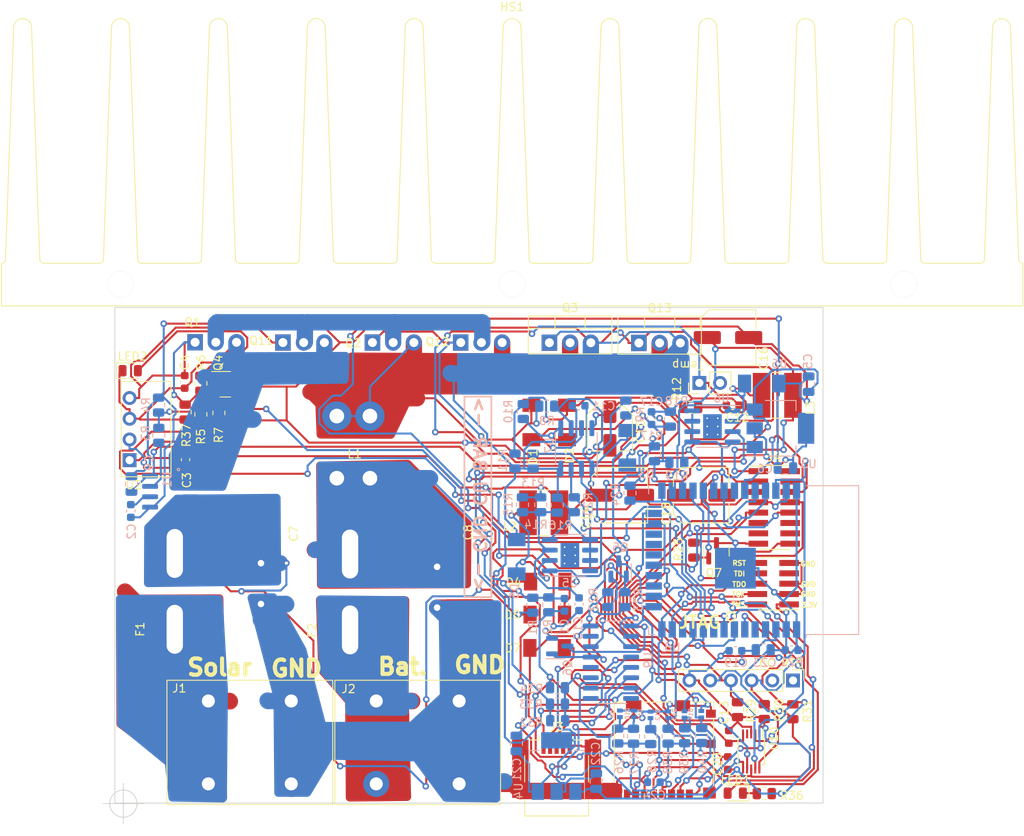
<source format=kicad_pcb>
(kicad_pcb (version 20211014) (generator pcbnew)
  (title_block (title "MPPT solar charger"))
  (layers (0 "F.Cu" signal) (31 "B.Cu" signal) (34 "B.Paste" user) (35 "F.Paste" user) (36 "B.SilkS" user "B.Silkscreen") (37 "F.SilkS" user "F.Silkscreen") (38 "B.Mask" user) (39 "F.Mask" user) (44 "Edge.Cuts" user))
  (net 0 "")
  (net 1 "A3")
  (net 2 "GND")
  (net 3 "Net-(C2-Pad1)")
  (net 4 "+12V")
  (net 5 "Net-(C3-Pad2)")
  (net 6 "Net-(C4-Pad1)")
  (net 7 "Net-(C4-Pad2)")
  (net 8 "+5V")
  (net 9 "Net-(F2-Pad1)")
  (net 10 "Net-(C10-Pad2)")
  (net 11 "Net-(C12-Pad1)")
  (net 12 "A1")
  (net 13 "+3.3V")
  (net 14 "Net-(C17-Pad2)")
  (net 15 "Net-(C18-Pad1)")
  (net 16 "EN")
  (net 17 "Net-(C22-Pad1)")
  (net 18 "VBUS")
  (net 19 "Net-(J3-Pad2)")
  (net 20 "Net-(J3-Pad3)")
  (net 22 "SDA")
  (net 23 "SCL")
  (net 24 "Net-(D1-Pad1)")
  (net 25 "Net-(D1-Pad2)")
  (net 26 "Net-(LED1-Pad1)")
  (net 27 "Net-(D2-Pad1)")
  (net 28 "SD_DAT1")
  (net 29 "Net-(Q5-Pad2)")
  (net 30 "Net-(Q6-Pad1)")
  (net 31 "SD_CLK")
  (net 32 "Net-(R3-Pad1)")
  (net 33 "Net-(R3-Pad2)")
  (net 34 "A2")
  (net 35 "SD_CMD")
  (net 36 "Net-(D2-Pad2)")
  (net 37 "Net-(D5-Pad2)")
  (net 38 "Net-(D6-Pad2)")
  (net 39 "Net-(LED2-Pad2)")
  (net 40 "SD_DAT3")
  (net 41 "SD_DAT2")
  (net 42 "KEY_LEFT")
  (net 45 "KEY_SELECT")
  (net 46 "KEY_RIGHT")
  (net 47 "Net-(C15-Pad2)")
  (net 48 "PRG")
  (net 49 "KEY_BACK")
  (net 60 "RX")
  (net 61 "TX")
  (net 70 "Net-(Q1-Pad2)")
  (net 74 "Net-(LED1-Pad2)")
  (net 76 "SD_DET_B")
  (net 77 "BCCU")
  (net 78 "GND2")
  (net 79 "FAN")
  (net 80 "FAN_GND")
  (net 81 "DRV_IN")
  (net 82 "DRV_SD")
  (net 83 "ADC_RDY")
  (net 86 "Net-(C7-Pad1)")
  (net 87 "Net-(C8-Pad1)")
  (net 88 "Net-(C10-Pad1)")
  (net 89 "Net-(F1-Pad1)")
  (net 90 "Net-(Q5-Pad1)")
  (net 91 "Net-(Q6-Pad2)")
  (net 92 "unconnected-(U5-Pad9)")
  (net 93 "unconnected-(U6-Pad9)")
  (footprint "Capacitor_SMD:C_0603_1608Metric" (layer "F.Cu") (at 154.1904 106.172)
    (fp_text reference "C12")
    (fp_text value "100nF")
  )
  (footprint "Capacitor_SMD:C_Elec_5x5.4" (layer "F.Cu") (at 139.1412 109.0219 -90)
    (fp_text reference "C10")
    (fp_text value "10uF")
  )
  (footprint "Library:TO-220-3_Vertical_Insulated" (layer "F.Cu") (at 142.6972 98.5318)
    (fp_text reference "Q13")
    (fp_text value "CSD19505KCS")
  )
  (footprint "Inductor_SMD:L_TracoPower_TCK-047_5.2x5.8mm" (layer "F.Cu") (at 159.659 104.9528)
    (fp_text reference "L3")
    (fp_text value "100uH")
  )
  (footprint "Connector_USB:USB_Mini-B_Lumberg_2486_01_Horizontal" (layer "F.Cu") (at 132.6084 150.6058)
    (fp_text reference "J3")
    (fp_text value "USB_B_Mini")
  )
  (footprint "Connector_PinHeader_2.54mm:PinHeader_1x02_P2.54mm_Vertical" (layer "F.Cu") (at 150.109 103.4288 90)
    (fp_text reference "R35" hide)
    (fp_text value "10k")
  )
  (footprint "Library:TO-220-3_Vertical_Insulated" (layer "F.Cu") (at 131.7244 98.5012)
    (fp_text reference "Q3")
    (fp_text value "CSD19505KCS")
  )
  (footprint "Package_TO_SOT_THT:TO-220-3_Vertical" (layer "F.Cu") (at 99.06 98.481)
    (fp_text reference "Q11")
    (fp_text value "CSD19505KCS")
  )
  (footprint "MountingHole:MountingHole_3.2mm_M3" (layer "F.Cu") (at 82 97.5)
    (fp_text reference "REF4" hide)
    (fp_text value "MountingHole_3.2mm_M3")
  )
  (footprint "MountingHole:MountingHole_3.2mm_M3" (layer "F.Cu") (at 81.5 151.5)
    (fp_text reference "REF1" hide)
    (fp_text value "MountingHole_3.2mm_M3")
  )
  (footprint "Capacitor_SMD:C_0603_1608Metric" (layer "F.Cu") (at 87.122 112.8398 90)
    (fp_text reference "C3")
    (fp_text value "100nF")
  )
  (footprint "AA:DO-214AA" (layer "F.Cu") (at 131.4679 131.826 180)
    (fp_text reference "D8")
    (fp_text value "1N4007")
  )
  (footprint "Package_TO_SOT_THT:TO-220-3_Vertical" (layer "F.Cu") (at 110.0328 98.481)
    (fp_text reference "Q2")
    (fp_text value "CSD19505KCS")
  )
  (footprint "Fuse:Fuse_Blade_ATO_directSolder" (layer "F.Cu") (at 85.8012 133.6312 90)
    (fp_text reference "F1")
    (fp_text value "Fuse")
  )
  (footprint "Capacitor_SMD:C_Elec_6.3x5.8" (layer "F.Cu") (at 153.6192 97.8662)
    (fp_text reference "C16")
    (fp_text value "100uF")
  )
  (footprint "Fuse:Fuse_Blade_ATO_directSolder" (layer "F.Cu") (at 107.2896 133.7056 90)
    (fp_text reference "F2")
    (fp_text value "Fuse")
  )
  (footprint "Connector_PinHeader_1.27mm:PinHeader_2x05_P1.27mm_Vertical_SMD" (layer "F.Cu") (at 159.1622 128.0414 180)
    (fp_text reference "J6" hide)
    (fp_text value "JTAG")
  )
  (footprint "MountingHole:MountingHole_3.2mm_M3" (layer "F.Cu") (at 161.8742 97.5614)
    (fp_text reference "REF3" hide)
    (fp_text value "MountingHole_3.2mm_M3")
  )
  (footprint "AA:DO-214AA" (layer "F.Cu") (at 131.5237 127.7874 180)
    (fp_text reference "D4")
    (fp_text value "1N4007")
  )
  (footprint "Resistor_SMD:R_0805_2012Metric" (layer "F.Cu") (at 158.0661 153.7716 180)
    (fp_text reference "R36")
    (fp_text value "10k")
  )
  (footprint "AA:DO-214AA" (layer "F.Cu") (at 131.4425 135.9154 180)
    (fp_text reference "D7")
    (fp_text value "SS310")
  )
  (footprint "Capacitor_SMD:C_Elec_6.3x5.8" (layer "F.Cu") (at 150.3401 117.1956)
    (fp_text reference "C18")
    (fp_text value "47uF")
  )
  (footprint "Package_TO_SOT_THT:TO-220-3_Vertical" (layer "F.Cu") (at 88.2904 98.4504)
    (fp_text reference "Q1")
    (fp_text value "CSD19505KCS")
  )
  (footprint "AA:DO-214AA" (layer "F.Cu") (at 133.8834 108.2802 -90)
    (fp_text reference "D2")
    (fp_text value "SS310")
  )
  (footprint "Inductor_THT:L_Toroid_Vertical_L21.6mm_W11.4mm_P7.62mm_Pulse_KM-3" (layer "F.Cu") (at 105.664 107.4928)
    (fp_text reference "L1")
    (fp_text value "60uH")
  )
  (footprint "Package_TO_SOT_SMD:SOT-23" (layer "F.Cu") (at 152.207 124.0051 90)
    (fp_text reference "Q7")
    (fp_text value "Si2306")
  )
  (footprint "Capacitor_SMD:C_0603_1608Metric" (layer "F.Cu") (at 153.7208 146.825 90)
    (fp_text reference "C13")
    (fp_text value "100nF")
  )
  (footprint "AA:DO-214AA" (layer "F.Cu") (at 129.5146 108.2827 -90)
    (fp_text reference "D1")
    (fp_text value "SS310")
  )
  (footprint "AA:microSD_HC_Molex_104031-0811" (layer "F.Cu") (at 145.7852 148.377 180)
    (fp_text reference "J8" hide)
    (fp_text value "Micro_SD_Card_Det_Hirose_DM3AT")
  )
  (footprint "MountingHole:MountingHole_3.2mm_M3" (layer "F.Cu") (at 161.7218 149.733)
    (fp_text reference "REF2" hide)
    (fp_text value "MountingHole_3.2mm_M3")
  )
  (footprint "Capacitor_SMD:C_0603_1608Metric" (layer "F.Cu") (at 153.5938 150.0378 90)
    (fp_text reference "C20")
    (fp_text value "100nF")
  )
  (footprint "Resistor_SMD:R_0805_2012Metric" (layer "F.Cu") (at 87.0712 107.0102 90)
    (fp_text reference "R37")
    (fp_text value "10k")
  )
  (footprint "Resistor_SMD:R_0805_2012Metric" (layer "F.Cu") (at 161.5694 143.7405 90)
    (fp_text reference "R31")
    (fp_text value "10k")
  )
  (footprint "footprints:TerminalBlock_DEGSON_DG135T" (layer "F.Cu") (at 89.92 142.42)
    (fp_text reference "J1")
    (fp_text value "Solar")
  )
  (footprint "Capacitor_THT:C_Radial_D12.5mm_H20.0mm_P5.00mm" (layer "F.Cu") (at 96.3676 125.5268 -90)
    (fp_text reference "C7")
    (fp_text value "470uF")
  )
  (footprint "Resistor_SMD:R_0805_2012Metric" (layer "F.Cu") (at 89.0016 103.4796 -90)
    (fp_text reference "R6")
    (fp_text value "10k")
  )
  (footprint "LED_SMD:LED_0805_2012Metric" (layer "F.Cu") (at 80.3379 101.9302)
    (fp_text reference "LED2")
    (fp_text value "LED")
  )
  (footprint "Heatsink:Heatsink_125x35x50mm_3xFixationM3" (layer "F.Cu") (at 127.1524 91.3384)
    (fp_text reference "HS1")
    (fp_text value "Heatsink_Pad")
  )
  (footprint "Package_SO:TSSOP-10_3x3mm_P0.5mm" (layer "F.Cu") (at 156.464 148.6064 -90)
    (fp_text reference "U10")
    (fp_text value "ADS1015")
  )
  (footprint "Resistor_SMD:R_0805_2012Metric" (layer "F.Cu") (at 89.0016 107.2896 90)
    (fp_text reference "R5")
    (fp_text value "1k")
  )
  (footprint "Capacitor_SMD:C_0603_1608Metric" (layer "F.Cu") (at 87.0204 103.3037 -90)
    (fp_text reference "C4")
    (fp_text value "100nF")
  )
  (footprint "AA:B1212S" (layer "F.Cu") (at 80.264 112.903 180)
    (fp_text reference "U2")
    (fp_text value "B1212S")
  )
  (footprint "footprints:TerminalBlock_DEGSON_DG135T" (layer "F.Cu") (at 110.5 142.42)
    (fp_text reference "J2")
    (fp_text value "Battery")
  )
  (footprint "Resistor_SMD:R_0805_2012Metric" (layer "F.Cu") (at 149.0491 106.426 180)
    (fp_text reference "R12")
    (fp_text value "10k")
  )
  (footprint "Inductor_SMD:L_TracoPower_TCK-047_5.2x5.8mm" (layer "F.Cu") (at 131.0332 119.3546)
    (fp_text reference "L2")
    (fp_text value "100uH")
  )
  (footprint "Resistor_SMD:R_0805_2012Metric" (layer "F.Cu") (at 158.0642 143.7151 90)
    (fp_text reference "R30")
    (fp_text value "10k")
  )
  (footprint "Resistor_SMD:R_0805_2012Metric" (layer "F.Cu") (at 154.7876 143.4846 90)
    (fp_text reference "R29")
    (fp_text value "10k")
  )
  (footprint "Capacitor_THT:C_Radial_D12.5mm_H20.0mm_P5.00mm" (layer "F.Cu") (at 117.9576 125.9732 -90)
    (fp_text reference "C8")
    (fp_text value "470uF")
  )
  (footprint "Package_TO_SOT_SMD:SOT-23" (layer "F.Cu") (at 91.9965 103.5933)
    (fp_text reference "Q4")
    (fp_text value "Si2306")
  )
  (footprint "Connector_PinHeader_2.54mm:PinHeader_1x06_P2.54mm_Vertical" (layer "F.Cu") (at 161.5948 139.9032 -90)
    (fp_text reference "J9" hide)
    (fp_text value "IIC RTC")
  )
  (footprint "Resistor_SMD:R_0805_2012Metric" (layer "F.Cu") (at 91.2114 107.1118 -90)
    (fp_text reference "R7")
    (fp_text value "10k")
  )
  (footprint "LED_SMD:LED_0805_2012Metric" (layer "F.Cu") (at 154.5082 153.7208 180)
    (fp_text reference "LED1")
    (fp_text value "LED")
  )
  (footprint "Resistor_SMD:R_0805_2012Metric" (layer "F.Cu") (at 149.4282 123.9247 90)
    (fp_text reference "R25")
    (fp_text value "10k")
  )
  (footprint "Capacitor_SMD:C_Elec_6.3x5.8" (layer "F.Cu") (at 140.3579 117.1956)
    (fp_text reference "C14")
    (fp_text value "100uF")
  )
  (footprint "Package_TO_SOT_THT:TO-220-3_Vertical" (layer "F.Cu") (at 120.8532 98.481)
    (fp_text reference "Q12")
    (fp_text value "CSD19505KCS")
  )
  (footprint "Connector_PinHeader_1.27mm:PinHeader_2x08_P1.27mm_Vertical_SMD" (layer "F.Cu") (at 159.2892 118.6942)
    (fp_text reference "J4")
    (fp_text value "INTERFACE PORT")
  )
  (footprint "Resistor_SMD:R_0805_2012Metric" (layer "B.Cu") (at 131.6482 130.6322 -90)
    (fp_text reference "R2")
    (fp_text value "5.1k")
  )
  (footprint "Package_SO:SOIC-8-1EP_3.9x4.9mm_P1.27mm_EP2.29x3mm_ThermalVias" (layer "B.Cu") (at 134.239 124.5616)
    (fp_text reference "U5")
    (fp_text value "XL7005A")
  )
  (footprint "Resistor_SMD:R_0805_2012Metric" (layer "B.Cu") (at 141.097 106.5047 90)
    (fp_text reference "R9")
    (fp_text value "100")
  )
  (footprint "Resistor_SMD:R_0805_2012Metric" (layer "B.Cu") (at 140.9954 129.9972 -90)
    (fp_text reference "R23")
    (fp_text value "10k")
  )
  (footprint "Resistor_SMD:R_0805_2012Metric" (layer "B.Cu") (at 148.3106 146.685 90)
    (fp_text reference "R39")
    (fp_text value "10k")
  )
  (footprint "AA:DO-214AA" (layer "B.Cu") (at 127.7112 124.7394 -90)
    (fp_text reference "D5")
    (fp_text value "SS310")
  )
  (footprint "AA:SOD882D.kicad_mod" (layer "B.Cu") (at 142.0876 143.9945 -90)
    (fp_text reference "D10")
    (fp_text value "LESD8D3.3CAT5G" hide)
  )
  (footprint "AA:DO-214AA" (layer "B.Cu") (at 141.2748 111.379 -90)
    (fp_text reference "D3")
    (fp_text value "SS310")
  )
  (footprint "AA:SOD882D.kicad_mod" (layer "B.Cu") (at 140.3604 143.9945 90)
    (fp_text reference "D9")
    (fp_text value "LESD8D3.3CAT5G" hide)
  )
  (footprint "Resistor_SMD:R_0805_2012Metric" (layer "B.Cu") (at 127.508 113.0046 -90)
    (fp_text reference "R11")
    (fp_text value "100k")
  )
  (footprint "Capacitor_SMD:C_0805_2012Metric" (layer "B.Cu") (at 127.6858 147.6248 90)
    (fp_text reference "C21")
    (fp_text value "4.7uF")
  )
  (footprint "Package_TO_SOT_SMD:SOT-223-3_TabPin2" (layer "B.Cu") (at 160.0454 108.9914)
    (fp_text reference "U3")
    (fp_text value "AMS1117-5.0")
  )
  (footprint "Package_SO:SOIC-8_3.9x4.9mm_P1.27mm" (layer "B.Cu") (at 135.0264 111.4552 90)
    (fp_text reference "U7")
    (fp_text value "IR2104")
  )
  (footprint "Resistor_SMD:R_0805_2012Metric" (layer "B.Cu") (at 147.3454 113.1824)
    (fp_text reference "R19")
    (fp_text value "10k")
  )
  (footprint "AA:SOD882D.kicad_mod" (layer "B.Cu") (at 144.1196 144.1215 -90)
    (fp_text reference "D11")
    (fp_text value "LESD8D3.3CAT5G" hide)
  )
  (footprint "Capacitor_SMD:C_0603_1608Metric" (layer "B.Cu") (at 144.2466 107.7468 -90)
    (fp_text reference "C17")
    (fp_text value "33nF")
  )
  (footprint "AA:SOD882D.kicad_mod" (layer "B.Cu") (at 148.2852 144.0707 -90)
    (fp_text reference "D13")
    (fp_text value "LESD8D3.3CAT5G" hide)
  )
  (footprint "Capacitor_SMD:C_0603_1608Metric" (layer "B.Cu") (at 161.417 136.1948 180)
    (fp_text reference "C23")
    (fp_text value "100nF")
  )
  (footprint "Resistor_SMD:R_0805_2012Metric" (layer "B.Cu") (at 83.8454 109.855 90)
    (fp_text reference "R3")
    (fp_text value "3.3k")
  )
  (footprint "Resistor_SMD:R_0805_2012Metric" (layer "B.Cu") (at 138.8872 129.9972 -90)
    (fp_text reference "R22")
    (fp_text value "10k")
  )
  (footprint "Capacitor_SMD:C_0603_1608Metric" (layer "B.Cu") (at 135.3058 106.2228 180)
    (fp_text reference "C11")
    (fp_text value "100nF")
  )
  (footprint "AA:COPPER_BAR" (layer "B.Cu") (at 122.9106 127.2872 90)
    (fp_text reference "JP1" hide)
    (fp_text value "Copper bar")
  )
  (footprint "Package_TO_SOT_SMD:SOT-223-3_TabPin2" (layer "B.Cu") (at 132.6134 150.3934 90)
    (fp_text reference "U4")
    (fp_text value "AMS1117-3.3")
  )
  (footprint "RF_Module:ESP32-WROOM-32" (layer "B.Cu") (at 153.7716 125.1458 90)
    (fp_text reference "U8")
    (fp_text value "ESP32")
  )
  (footprint "Package_SO:SOIC-16_3.9x9.9mm_P1.27mm" (layer "B.Cu") (at 139.2682 137.668 180)
    (fp_text reference "U9")
    (fp_text value "CH340G")
  )
  (footprint "Resistor_SMD:R_0805_2012Metric" (layer "B.Cu") (at 131.3942 106.2736)
    (fp_text reference "R8")
    (fp_text value "100k")
  )
  (footprint "Resistor_SMD:R_0805_2012Metric" (layer "B.Cu") (at 144.6022 112.1156 -90)
    (fp_text reference "R17")
    (fp_text value "33k")
  )
  (footprint "Resistor_SMD:R_0805_2012Metric" (layer "B.Cu") (at 128.4224 118.364 -90)
    (fp_text reference "R15")
    (fp_text value "15k")
  )
  (footprint "Resistor_SMD:R_0805_2012Metric" (layer "B.Cu") (at 132.6896 118.4148 90)
    (fp_text reference "R16")
    (fp_text value "1k")
  )
  (footprint "Resistor_SMD:R_0805_2012Metric" (layer "B.Cu") (at 157.9372 136.144 180)
    (fp_text reference "R21")
    (fp_text value "10k")
  )
  (footprint "Capacitor_SMD:C_0603_1608Metric" (layer "B.Cu") (at 133.5786 130.6322 -90)
    (fp_text reference "C1")
    (fp_text value "100nF")
  )
  (footprint "Resistor_SMD:R_0805_2012Metric" (layer "B.Cu") (at 83.82 106.1466 90)
    (fp_text reference "R4")
    (fp_text value "10k")
  )
  (footprint "Capacitor_SMD:C_0603_1608Metric" (layer "B.Cu") (at 144.526 152.3746 180)
    (fp_text reference "C24")
    (fp_text value "100nF")
  )
  (footprint "Resistor_SMD:R_0805_2012Metric" (layer "B.Cu") (at 134.7724 118.364 -90)
    (fp_text reference "R20")
    (fp_text value "10k")
  )
  (footprint "Resistor_SMD:R_0805_2012Metric" (layer "B.Cu") (at 142.0368 146.7377 90)
    (fp_text reference "R27")
    (fp_text value "10k")
  )
  (footprint "Resistor_SMD:R_0805_2012Metric" (layer "B.Cu") (at 128.524 106.934 90)
    (fp_text reference "R10")
    (fp_text value "100")
  )
  (footprint "Resistor_SMD:R_0805_2012Metric" (layer "B.Cu") (at 144.145 146.7866 90)
    (fp_text reference "R28")
    (fp_text value "10k")
  )
  (footprint "Resistor_SMD:R_0805_2012Metric" (layer "B.Cu") (at 146.558 107.8738 -90)
    (fp_text reference "R18")
    (fp_text value "33k")
  )
  (footprint "Package_TO_SOT_SMD:SOT-23" (layer "B.Cu") (at 132.9944 135.6868)
    (fp_text reference "Q6")
    (fp_text value "MMBT3904 1A")
  )
  (footprint "Resistor_SMD:R_0805_2012Metric" (layer "B.Cu") (at 132.7404 144.8308)
    (fp_text reference "R32")
    (fp_text value "47k")
  )
  (footprint "AA:SOD882D.kicad_mod" (layer "B.Cu") (at 150.3426 144.0453 -90)
    (fp_text reference "D14")
    (fp_text value "LESD8D3.3CAT5G" hide)
  )
  (footprint "Resistor_SMD:R_0805_2012Metric" (layer "B.Cu") (at 150.3934 146.6596 90)
    (fp_text reference "R40")
    (fp_text value "10k")
  )
  (footprint "Capacitor_SMD:C_0805_2012Metric" (layer "B.Cu") (at 163.4998 103.5812 90)
    (fp_text reference "C5")
    (fp_text value "4.7uF")
  )
  (footprint "Capacitor_SMD:C_0805_2012Metric" (layer "B.Cu") (at 160.655 113.8682 180)
    (fp_text reference "C6")
    (fp_text value "4.7uF")
  )
  (footprint "Resistor_SMD:R_0805_2012Metric" (layer "B.Cu") (at 129.6924 130.683 90)
    (fp_text reference "R1")
    (fp_text value "200k")
  )
  (footprint "Resistor_SMD:R_0805_2012Metric" (layer "B.Cu") (at 146.2786 146.7358 90)
    (fp_text reference "R38")
    (fp_text value "10k")
  )
  (footprint "Resistor_SMD:R_0805_2012Metric" (layer "B.Cu") (at 130.6576 118.364 -90)
    (fp_text reference "R14")
    (fp_text value "15k")
  )
  (footprint "Capacitor_SMD:C_0603_1608Metric" (layer "B.Cu") (at 154.5336 136.271)
    (fp_text reference "C19")
    (fp_text value "470nF")
  )
  (footprint "Resistor_SMD:R_0805_2012Metric" (layer "B.Cu") (at 132.715 142.7988)
    (fp_text reference "R33")
    (fp_text value "47k")
  )
  (footprint "AA:SOD882D.kicad_mod" (layer "B.Cu") (at 146.2786 144.0961 -90)
    (fp_text reference "D12")
    (fp_text value "LESD8D3.3CAT5G" hide)
  )
  (footprint "Capacitor_SMD:C_0603_1608Metric" (layer "B.Cu") (at 80.4164 119.126 -90)
    (fp_text reference "C2")
    (fp_text value "2.2uF")
  )
  (footprint "Capacitor_SMD:C_0603_1608Metric" (layer "B.Cu") (at 135.3566 130.556 90)
    (fp_text reference "C15")
    (fp_text value "33nF")
  )
  (footprint "Capacitor_SMD:C_0805_2012Metric" (layer "B.Cu") (at 137.4648 152.2476 -90)
    (fp_text reference "C22")
    (fp_text value "4.7uF")
  )
  (footprint "Resistor_SMD:R_0805_2012Metric" (layer "B.Cu") (at 132.715 140.7922 180)
    (fp_text reference "R34")
    (fp_text value "1k")
  )
  (footprint "Capacitor_SMD:C_0805_2012Metric" (layer "B.Cu") (at 80.4926 115.824 90)
    (fp_text reference "C9")
    (fp_text value "4.7uF")
  )
  (footprint "AA:DO-214AA" (layer "B.Cu") (at 157.7594 103.505 180)
    (fp_text reference "D6")
    (fp_text value "SS310")
  )
  (footprint "Resistor_SMD:R_0805_2012Metric" (layer "B.Cu") (at 129.7178 113.03 -90)
    (fp_text reference "R13")
    (fp_text value "10k")
  )
  (footprint "Package_TO_SOT_SMD:SOT-23" (layer "B.Cu") (at 140.208 126.238 90)
    (fp_text reference "Q5")
    (fp_text value "MMBT3904 1A")
  )
  (footprint "Package_SO:SOIC-8-1EP_3.9x4.9mm_P1.27mm_EP2.29x3mm_ThermalVias" (layer "B.Cu") (at 151.7142 108.7628 180)
    (fp_text reference "U6")
    (fp_text value "XL7005A")
  )
  (footprint "Resistor_SMD:R_0805_2012Metric" (layer "B.Cu") (at 141.605 116.9416 90)
    (fp_text reference "R24")
    (fp_text value "10k")
  )
  (footprint "Resistor_SMD:R_0805_2012Metric" (layer "B.Cu") (at 140.1064 146.7104 90)
    (fp_text reference "R26")
    (fp_text value "10k")
  )
  (footprint "Package_SO:SOIC-8_3.9x4.9mm_P1.27mm" (layer "B.Cu") (at 85.25 116.75 180)
    (fp_text reference "U1")
    (fp_text value "ACS712")
  )
  (gr_poly locked (pts (xy 145.923 100.4062) (xy 145.923 104.3432) (xy 114.9096 104.3432) (xy 112.2934 109.7788) (xy 103.6828 109.7534) (xy 103.4288 103.2764) (xy 107.4674 100.203)) (layer "F.Cu") (width 1) (fill solid))
  (gr_poly locked (pts (xy 91.7194 154.2796) (xy 85.6488 154.2288) (xy 85.5472 150.0886) (xy 79.1464 145.2118) (xy 79.0956 129.8956) (xy 91.2622 129.8448)) (layer "F.Cu") (width 1) (fill solid))
  (gr_poly locked (pts (xy 124.46 154.0764) (xy 119.1768 154.0764) (xy 119.2022 130.4544) (xy 124.5362 130.429)) (layer "F.Cu") (width 1) (fill solid))
  (gr_poly locked (pts (xy 121.666 120.6754) (xy 121.6152 128.0922) (xy 103.7336 128.1684) (xy 103.632 113.5634) (xy 114.3508 113.3602)) (layer "F.Cu") (width 1) (fill solid))
  (gr_poly locked (pts (xy 114.046 130.0734) (xy 113.9698 141.224) (xy 114.2746 154.178) (xy 107.2642 154.2542) (xy 107.188 142.4686) (xy 103.886 138.684) (xy 103.6066 130.0226)) (layer "F.Cu") (width 1) (fill solid))
  (gr_poly locked (pts (xy 106.6292 103.0224) (xy 96.266 103.1748) (xy 91.6432 116.1542) (xy 85.6488 116.1288) (xy 85.5472 112.3442) (xy 91.2876 100.1776) (xy 106.7308 100.1268)) (layer "B.Cu") (width 1) (fill solid))
  (gr_poly locked (pts (xy 98.2726 117.5258) (xy 98.3488 127.762) (xy 82.5246 127.9652) (xy 82.55 121.1834) (xy 86.0806 117.6274)) (layer "B.Cu") (width 1) (fill solid))
  (gr_poly (pts (xy 91.186 129.9464) (xy 91.821 141.1478) (xy 91.694 154.3558) (xy 85.5218 154.2542) (xy 85.09 149.987) (xy 79.2226 145.1864) (xy 79.0956 129.8956)) (layer "B.Cu") (width 1) (fill solid))
  (gr_poly (pts (xy 97.8662 129.7178) (xy 101.4476 136.1694) (xy 103.886 145.4912) (xy 114.8588 145.4404) (xy 118.7958 141.8082) (xy 118.6434 130.6322) (xy 125.349 130.5814) (xy 125.222 154.3558) (xy 119.0498 154.2796) (xy 115.3668 149.3266) (xy 104.775 149.1234) (xy 102.0318 153.67) (xy 98.5012 153.67) (xy 98.3996 141.9352) (xy 95.2246 129.7686)) (layer "B.Cu") (width 1) (fill solid))
  (gr_poly locked (pts (xy 121.031 120.6754) (xy 121.0818 128.0922) (xy 103.7844 128.016) (xy 103.7082 113.5634) (xy 114.1984 113.5634)) (layer "B.Cu") (width 1) (fill solid))
  (gr_rect locked (start 120.9802 100.3046) (end 148.4122 104.3686) (layer "B.Cu") (width 1) (fill solid))
  (gr_poly locked (pts (xy 113.9444 130.0734) (xy 113.9698 143.7386) (xy 107.2388 143.7132) (xy 107.1626 142.3162) (xy 103.9876 138.6332) (xy 103.6828 129.9718)) (layer "B.Cu") (width 1) (fill solid))
  (gr_rect (start 121.3104 105.1052) (end 124.6124 129.6924) (layer "B.SilkS") (width 0.2) (fill none))
  (gr_circle (center 153.9494 132.0546) (end 154.517361 132.0546) (layer "F.SilkS") (width 0.2) (fill none))
  (gr_rect (start 78.451087 154.938956) (end 165.274302 94.1832) (layer "Edge.Cuts") (width 0.1) (fill none))
  (gr_text "<- GND CU BAR ->" (at 123.1646 117.1194 270) (layer "B.SilkS") (effects (font (size 1.5 1.5) (thickness 0.3)) (justify mirror)))
  (gr_text "GND" (at 100.7364 138.43) (layer "F.SilkS") (effects (font (size 2 2) (thickness 0.5))))
  (gr_text "Solar" (at 91.313 138.303) (layer "F.SilkS") (effects (font (size 2 2) (thickness 0.5))))
  (gr_text "Bat." (at 113.7412 138.2014) (layer "F.SilkS") (effects (font (size 2 2) (thickness 0.5))))
  (gr_text "GND" (at 123.19 137.9982) (layer "F.SilkS") (effects (font (size 2 2) (thickness 0.5))))
  (gr_text "JTAG" (at 150.1648 132.7658) (layer "F.SilkS") (effects (font (size 1.5 1.5) (thickness 0.3))))
  (target plus (at 79.5 155) (size 5) (width 0.1) (layer "Edge.Cuts"))
  (segment (start 140.0048 125.5279) (end 140.0048 127.5136) (width 0.25) (layer "F.Cu") (net 1))
  (segment (start 125.9966 126.0936) (end 124.8407 124.9377) (width 0.25) (layer "F.Cu") (net 1))
  (segment (start 125.9476 128.9355) (end 125.3408 128.3287) (width 0.25) (layer "F.Cu") (net 1))
  (segment (start 137.7349 126.1368) (end 138.7918 125.0799) (width 0.25) (layer "F.Cu") (net 1))
  (segment (start 138.7918 125.0799) (end 139.5568 125.0799) (width 0.25) (layer "F.Cu") (net 1))
  (segment (start 127.9621 128.9355) (end 125.9476 128.9355) (width 0.25) (layer "F.Cu") (net 1))
  (segment (start 125.3408 128.3287) (end 125.3408 127.6995) (width 0.25) (layer "F.Cu") (net 1))
  (segment (start 152.7507 144.8021) (end 147.3489 144.8021) (width 0.25) (layer "F.Cu") (net 1))
  (segment (start 139.5568 125.0799) (end 140.0048 125.5279) (width 0.25) (layer "F.Cu") (net 1))
  (segment (start 130.5889 123.8322) (end 132.8935 126.1368) (width 0.25) (layer "F.Cu") (net 1))
  (segment (start 145.7236 143.1768) (end 145.7236 142.0786) (width 0.25) (layer "F.Cu") (net 1))
  (segment (start 125.2866 123.8322) (end 130.5889 123.8322) (width 0.25) (layer "F.Cu") (net 1))
  (segment (start 132.8935 126.1368) (end 137.7349 126.1368) (width 0.25) (layer "F.Cu") (net 1))
  (segment (start 147.3489 144.8021) (end 145.7236 143.1768) (width 0.25) (layer "F.Cu") (net 1))
  (segment (start 145.4801 137.7352) (end 145.8814 137.7352) (width 0.25) (layer "F.Cu") (net 1))
  (segment (start 125.3408 127.6995) (end 125.9966 127.0437) (width 0.25) (layer "F.Cu") (net 1))
  (segment (start 142.5654 136.0919) (end 143.8368 136.0919) (width 0.25) (layer "F.Cu") (net 1))
  (segment (start 125.9966 127.0437) (end 125.9966 126.0936) (width 0.25) (layer "F.Cu") (net 1))
  (segment (start 124.8407 124.2781) (end 125.2866 123.8322) (width 0.25) (layer "F.Cu") (net 1))
  (segment (start 124.8407 124.9377) (end 124.8407 124.2781) (width 0.25) (layer "F.Cu") (net 1))
  (segment (start 143.8368 136.0919) (end 145.4801 137.7352) (width 0.25) (layer "F.Cu") (net 1))
  (segment (start 138.9812 128.5372) (end 138.9812 132.5077) (width 0.25) (layer "F.Cu") (net 1))
  (segment (start 140.0048 127.5136) (end 138.9812 128.5372) (width 0.25) (layer "F.Cu") (net 1))
  (segment (start 138.9812 132.5077) (end 142.5654 136.0919) (width 0.25) (layer "F.Cu") (net 1))
  (segment (start 155.964 148.935) (end 155.964 150.7564) (width 0.25) (layer "F.Cu") (net 1))
  (via (at 145.7236 142.0786) (size 0.8) (drill 0.4) (layers "F.Cu" "B.Cu") (net 1))
  (via (at 127.9621 128.9355) (size 0.8) (drill 0.4) (layers "F.Cu" "B.Cu") (net 1))
  (via (at 155.964 148.935) (size 0.8) (drill 0.4) (layers "F.Cu" "B.Cu") (net 1))
  (via (at 145.8814 137.7352) (size 0.8) (drill 0.4) (layers "F.Cu" "B.Cu") (net 1))
  (via (at 152.7507 144.8021) (size 0.8) (drill 0.4) (layers "F.Cu" "B.Cu") (net 1))
  (segment (start 128.7971 129.7705) (end 127.9621 128.9355) (width 0.25) (layer "B.Cu") (net 1))
  (segment (start 131.7857 129.8572) (end 131.6482 129.7197) (width 0.25) (layer "B.Cu") (net 1))
  (segment (start 133.5786 129.8572) (end 131.7857 129.8572) (width 0.25) (layer "B.Cu") (net 1))
  (segment (start 131.6482 129.7197) (end 131.5974 129.7705) (width 0.25) (layer "B.Cu") (net 1))
  (segment (start 131.5974 129.7705) (end 129.6924 129.7705) (width 0.25) (layer "B.Cu") (net 1))
  (segment (start 155.964 148.0154) (end 152.7507 144.8021) (width 0.25) (layer "B.Cu") (net 1))
  (segment (start 129.6924 129.7705) (end 128.7971 129.7705) (width 0.25) (layer "B.Cu") (net 1))
  (segment (start 145.8814 137.7352) (end 145.8814 141.9208) (width 0.25) (layer "B.Cu") (net 1))
  (segment (start 155.964 148.935) (end 155.964 148.0154) (width 0.25) (layer "B.Cu") (net 1))
  (segment (start 145.8814 141.9208) (end 145.7236 142.0786) (width 0.25) (layer "B.Cu") (net 1))
  (segment (start 161.626 101.2926) (end 162.2626 101.2926) (width 0.25) (layer "F.Cu") (net 2))
  (segment (start 154.5266 123.0676) (end 155.7425 123.0676) (width 0.25) (layer "F.Cu") (net 2))
  (segment (start 150.3954 118.2253) (end 150.2781 118.3426) (width 0.25) (layer "F.Cu") (net 2))
  (segment (start 151.6469 119.4768) (end 150.3954 118.2253) (width 0.25) (layer "F.Cu") (net 2))
  (segment (start 91.2114 108.0243) (end 99.5168 108.0243) (width 0.25) (layer "F.Cu") (net 2))
  (segment (start 162.6373 125.5014) (end 162.6373 128.0414) (width 0.25) (layer "F.Cu") (net 2))
  (segment (start 109.3729 96.6578) (end 134.961 96.6578) (width 0.25) (layer "F.Cu") (net 2))
  (segment (start 155.7425 123.0676) (end 155.8141 123.1392) (width 0.25) (layer "F.Cu") (net 2))
  (segment (start 163.2872 102.3172) (end 163.2872 105.6524) (width 0.25) (layer "F.Cu") (net 2))
  (segment (start 156.9702 98.6797) (end 159.0131 98.6797) (width 0.25) (layer "F.Cu") (net 2))
  (segment (start 156.464 146.1314) (end 156.464 146.4564) (width 0.25) (layer "F.Cu") (net 2))
  (segment (start 149.2269 105.3357) (end 147.7772 103.886) (width 0.25) (layer "F.Cu") (net 2))
  (segment (start 161.8748 128.0414) (end 162.6373 128.8039) (width 0.25) (layer "F.Cu") (net 2))
  (segment (start 144.3383 138.6749) (end 144.7801 139.1167) (width 0.25) (layer "F.Cu") (net 2))
  (segment (start 161.8748 128.0414) (end 162.6373 128.0414) (width 0.25) (layer "F.Cu") (net 2))
  (segment (start 156.464 146.1314) (end 156.464 145.5813) (width 0.25) (layer "F.Cu") (net 2))
  (segment (start 156.1567 97.8662) (end 156.9702 98.6797) (width 0.25) (layer "F.Cu") (net 2))
  (segment (start 141.1646 118.9264) (end 136.714 118.9264) (width 0.25) (layer "F.Cu") (net 2))
  (segment (start 159.5871 129.3114) (end 159.3619 129.0862) (width 0.25) (layer "F.Cu") (net 2))
  (segment (start 144.7801 139.1167) (end 148.1083 139.1167) (width 0.25) (layer "F.Cu") (net 2))
  (segment (start 152.8776 117.1956) (end 152.8776 114.3973) (width 0.25) (layer "F.Cu") (net 2))
  (segment (start 149.4282 123.0122) (end 149.5947 122.8457) (width 0.25) (layer "F.Cu") (net 2))
  (segment (start 154.5266 123.0676) (end 154.5266 123.0374) (width 0.25) (layer "F.Cu") (net 2))
  (segment (start 121.407 110.7461) (end 102.2386 110.7461) (width 0.25) (layer "F.Cu") (net 2))
  (segment (start 136.8044 98.5012) (end 138.082 98.5012) (width 0.25) (layer "F.Cu") (net 2))
  (segment (start 150.3954 118.2253) (end 150.3954 115.6089) (width 0.25) (layer "F.Cu") (net 2))
  (segment (start 154.7876 144.3971) (end 157.8337 144.3971) (width 0.25) (layer "F.Cu") (net 2))
  (segment (start 105.9863 98.4526) (end 107.6634 98.4526) (width 0.25) (layer "F.Cu") (net 2))
  (segment (start 158.9786 153.7716) (end 160.109 153.7716) (width 0.25) (layer "F.Cu") (net 2))
  (segment (start 162.6373 128.8039) (end 162.6373 129.3114) (width 0.25) (layer "F.Cu") (net 2))
  (segment (start 154.9654 106.172) (end 154.1291 105.3357) (width 0.25) (layer "F.Cu") (net 2))
  (segment (start 84.4456 96.1657) (end 103.6994 96.1657) (width 0.25) (layer "F.Cu") (net 2))
  (segment (start 157.3392 123.1392) (end 155.8141 123.1392) (width 0.25) (layer "F.Cu") (net 2))
  (segment (start 150.2781 118.3426) (end 144.0424 118.3426) (width 0.25) (layer "F.Cu") (net 2))
  (segment (start 99.5168 103.8772) (end 93.2179 103.8772) (width 0.25) (layer "F.Cu") (net 2))
  (segment (start 154.1291 105.3357) (end 149.2269 105.3357) (width 0.25) (layer "F.Cu") (net 2))
  (segment (start 103.6994 96.1657) (end 105.9863 98.4526) (width 0.25) (layer "F.Cu") (net 2))
  (segment (start 157.8337 144.3971) (end 158.0642 144.6276) (width 0.25) (layer "F.Cu") (net 2))
  (segment (start 153.5938 150.8128) (end 154.7044 150.8128) (width 0.25) (layer "F.Cu") (net 2))
  (segment (start 151.9851 122.8457) (end 152.207 123.0676) (width 0.25) (layer "F.Cu") (net 2))
  (segment (start 161.1122 129.3114) (end 162.6373 129.3114) (width 0.25) (layer "F.Cu") (net 2))
  (segment (start 161.1122 125.5014) (end 162.6373 125.5014) (width 0.25) (layer "F.Cu") (net 2))
  (segment (start 159.0131 98.6797) (end 161.626 101.2926) (width 0.25) (layer "F.Cu") (net 2))
  (segment (start 158.2054 145.762) (end 158.0642 145.6208) (width 0.25) (layer "F.Cu") (net 2))
  (segment (start 134.961 96.6578) (end 136.8044 98.5012) (width 0.25) (layer "F.Cu") (net 2))
  (segment (start 140.068 96.5152) (end 154.8057 96.5152) (width 0.25) (layer "F.Cu") (net 2))
  (segment (start 161.1122 128.0414) (end 161.8748 128.0414) (width 0.25) (layer "F.Cu") (net 2))
  (segment (start 99.5168 103.8772) (end 99.5168 108.0243) (width 0.25) (layer "F.Cu") (net 2))
  (segment (start 151.9675 119.4768) (end 151.6469 119.4768) (width 0.25) (layer "F.Cu") (net 2))
  (segment (start 99.5168 103.8772) (end 100.6589 103.8772) (width 0.25) (layer "F.Cu") (net 2))
  (segment (start 155.3857 145.5813) (end 154.7876 144.9832) (width 0.25) (layer "F.Cu") (net 2))
  (segment (start 157.464 146.4564) (end 157.464 145.5813) (width 0.25) (layer "F.Cu") (net 2))
  (segment (start 150.0699 140.2075) (end 154.2595 144.3971) (width 0.25) (layer "F.Cu") (net 2))
  (segment (start 158.0642 145.6208) (end 158.0642 145.5813) (width 0.25) (layer "F.Cu") (net 2))
  (segment (start 162.2626 101.2926) (end 163.2872 102.3172) (width 0.25) (layer "F.Cu") (net 2))
  (segment (start 132.0826 139.7535) (end 131.8025 139.4734) (width 0.25) (layer "F.Cu") (net 2))
  (segment (start 149.2269 105.3357) (end 148.1366 106.426) (width 0.25) (layer "F.Cu") (net 2))
  (segment (start 154.8057 96.5152) (end 156.1567 97.8662) (width 0.25) (layer "F.Cu") (net 2))
  (segment (start 152.7633 114.283) (end 152.8776 114.3973) (width 0.25) (layer "F.Cu") (net 2))
  (segment (start 149.5947 122.8457) (end 151.9851 122.8457) (width 0.25) (layer "F.Cu") (net 2))
  (segment (start 148.1083 139.1167) (end 148.8948 139.9032) (width 0.25) (layer "F.Cu") (net 2))
  (segment (start 144.0424 118.3426) (end 142.8954 117.1956) (width 0.25) (layer "F.Cu") (net 2))
  (segment (start 150.3954 115.6089) (end 151.7213 114.283) (width 0.25) (layer "F.Cu") (net 2))
  (segment (start 100.6589 103.8772) (end 105.9863 98.5498) (width 0.25) (layer "F.Cu") (net 2))
  (segment (start 142.8954 117.1956) (end 141.1646 118.9264) (width 0.25) (layer "F.Cu") (net 2))
  (segment (start 147.7772 103.886) (end 147.7772 98.5318) (width 0.25) (layer "F.Cu") (net 2))
  (segment (start 161.1122 129.3114) (end 159.5871 129.3114) (width 0.25) (layer "F.Cu") (net 2))
  (segment (start 154.2595 144.3971) (end 154.7876 144.3971) (width 0.25) (layer "F.Cu") (net 2))
  (segment (start 150.0699 139.9032) (end 150.0699 140.2075) (width 0.25) (layer "F.Cu") (net 2))
  (segment (start 132.0826 139.7535) (end 130.0203 141.8158) (width 0.25) (layer "F.Cu") (net 2))
  (segment (start 108.0502 97.9805) (end 109.3729 96.6578) (width 0.25) (layer "F.Cu") (net 2))
  (segment (start 152.207 123.0676) (end 154.5266 123.0676) (width 0.25) (layer "F.Cu") (net 2))
  (segment (start 159.669 136.9059) (end 159.8632 137.1001) (width 0.25) (layer "F.Cu") (net 2))
  (segment (start 108.0502 98.0658) (end 108.0502 97.9805) (width 0.25) (layer "F.Cu") (net 2))
  (segment (start 156.464 145.5813) (end 155.3857 145.5813) (width 0.25) (layer "F.Cu") (net 2))
  (segment (start 148.8948 139.9032) (end 150.0699 139.9032) (width 0.25) (layer "F.Cu") (net 2))
  (segment (start 151.7213 114.283) (end 152.7633 114.283) (width 0.25) (layer "F.Cu") (net 2))
  (segment (start 138.082 98.5012) (end 140.068 96.5152) (width 0.25) (layer "F.Cu") (net 2))
  (segment (start 159.3619 129.0862) (end 159.2934 129.0862) (width 0.25) (layer "F.Cu") (net 2))
  (segment (start 154.7876 144.3971) (end 154.7876 144.9832) (width 0.25) (layer "F.Cu") (net 2))
  (segment (start 93.2179 103.8772) (end 92.934 103.5933) (width 0.25) (layer "F.Cu") (net 2))
  (segment (start 154.7876 144.9832) (end 153.7208 146.05) (width 0.25) (layer "F.Cu") (net 2))
  (segment (start 134.6191 142.29) (end 132.0826 139.7535) (width 0.25) (layer "F.Cu") (net 2))
  (segment (start 105.9863 98.5498) (end 105.9863 98.4526) (width 0.25) (layer "F.Cu") (net 2))
  (segment (start 157.464 145.5813) (end 158.0642 145.5813) (width 0.25) (layer "F.Cu") (net 2))
  (segment (start 139.7757 142.29) (end 134.6191 142.29) (width 0.25) (layer "F.Cu") (net 2))
  (segment (start 158.0642 145.5813) (end 158.0642 144.6276) (width 0.25) (layer "F.Cu") (net 2))
  (segment (start 102.2386 110.7461) (end 99.5168 108.0243) (width 0.25) (layer "F.Cu") (net 2))
  (segment (start 152.7392 136.9059) (end 159.669 136.9059) (width 0.25) (layer "F.Cu") (net 2))
  (segment (start 107.6634 98.4526) (end 108.0502 98.0658) (width 0.25) (layer "F.Cu") (net 2))
  (via (at 159.8632 137.1001) (size 0.8) (drill 0.4) (layers "F.Cu" "B.Cu") (net 2))
  (via (at 139.7757 142.29) (size 0.8) (drill 0.4) (layers "F.Cu" "B.Cu") (net 2))
  (via (at 151.9675 119.4768) (size 0.8) (drill 0.4) (layers "F.Cu" "B.Cu") (net 2))
  (via (at 121.407 110.7461) (size 0.8) (drill 0.4) (layers "F.Cu" "B.Cu") (net 2))
  (via (at 160.109 153.7716) (size 0.8) (drill 0.4) (layers "F.Cu" "B.Cu") (net 2))
  (via (at 130.0203 141.8158) (size 0.8) (drill 0.4) (layers "F.Cu" "B.Cu") (net 2))
  (via (at 131.8025 139.4734) (size 0.8) (drill 0.4) (layers "F.Cu" "B.Cu") (net 2))
  (via (at 159.2934 129.0862) (size 0.8) (drill 0.4) (layers "F.Cu" "B.Cu") (net 2))
  (via (at 152.7392 136.9059) (size 0.8) (drill 0.4) (layers "F.Cu" "B.Cu") (net 2))
  (via (at 144.3383 138.6749) (size 0.8) (drill 0.4) (layers "F.Cu" "B.Cu") (net 2))
  (via (at 152.8776 114.3973) (size 0.8) (drill 0.4) (layers "F.Cu" "B.Cu") (net 2))
  (via (at 154.5266 123.0374) (size 0.8) (drill 0.4) (layers "F.Cu" "B.Cu") (net 2))
  (via (at 84.4456 96.1657) (size 0.8) (drill 0.4) (layers "F.Cu" "B.Cu") (net 2))
  (via (at 136.714 118.9264) (size 0.8) (drill 0.4) (layers "F.Cu" "B.Cu") (net 2))
  (via (at 154.7044 150.8128) (size 0.8) (drill 0.4) (layers "F.Cu" "B.Cu") (net 2))
  (via (at 163.2872 105.6524) (size 0.8) (drill 0.4) (layers "F.Cu" "B.Cu") (net 2))
  (via (at 158.2054 145.762) (size 0.8) (drill 0.4) (layers "F.Cu" "B.Cu") (net 2))
  (segment (start 151.9675 120.4783) (end 154.5266 123.0374) (width 0.25) (layer "B.Cu") (net 2))
  (segment (start 144.677 102.2872) (end 122.9106 102.2872) (width 2) (layer "B.Cu") (net 2))
  (segment (start 134.1667 118.9186) (end 132.7504 117.5023) (width 0.25) (layer "B.Cu") (net 2))
  (segment (start 149.2392 108.1278) (end 149.2392 109.3978) (width 0.25) (layer "B.Cu") (net 2))
  (segment (start 85.6488 110.489773) (end 85.6488 107.496105) (width 0.25) (layer "B.Cu") (net 2))
  (segment (start 159.8701 103.505) (end 162.4486 103.505) (width 0.25) (layer "B.Cu") (net 2))
  (segment (start 160.502 153.7716) (end 160.109 153.7716) (width 0.25) (layer "B.Cu") (net 2))
  (segment (start 152.8776 111.3123) (end 152.2331 110.6678) (width 0.25) (layer "B.Cu") (net 2))
  (segment (start 82.7416 113.5033) (end 82.7416 112.427105) (width 0.25) (layer "B.Cu") (net 2))
  (segment (start 162.626 103.505) (end 163.4998 102.6312) (width 0.25) (layer "B.Cu") (net 2))
  (segment (start 83.82 105.2341) (end 84.4456 104.6085) (width 0.25) (layer "B.Cu") (net 2))
  (segment (start 156.8954 111.2914) (end 156.8954 112.3665) (width 0.25) (layer "B.Cu") (net 2))
  (segment (start 159.705 110.0655) (end 159.705 105.0849) (width 0.25) (layer "B.Cu") (net 2))
  (segment (start 127.6858 146.6748) (end 129.953 144.4076) (width 0.25) (layer "B.Cu") (net 2))
  (segment (start 162.0266 136.0294) (end 162.192 136.1948) (width 0.25) (layer "B.Cu") (net 2))
  (segment (start 132.7504 117.5023) (end 132.6896 117.5023) (width 0.25) (layer "B.Cu") (net 2))
  (segment (start 141.5651 97.1964) (end 146.4418 97.1964) (width 0.25) (layer "B.Cu") (net 2))
  (segment (start 143.1915 132.4776) (end 143.1915 130.8608) (width 0.25) (layer "B.Cu") (net 2))
  (segment (start 129.7304 113.9551) (end 129.7178 113.9425) (width 0.25) (layer "B.Cu") (net 2))
  (segment (start 140.5969 141.4688) (end 139.7757 142.29) (width 0.25) (layer "B.Cu") (net 2))
  (segment (start 160.9908 137.1001) (end 159.8632 137.1001) (width 0.25) (layer "B.Cu") (net 2))
  (segment (start 124.0976 110.7462) (end 124.0976 110.7461) (width 0.25) (layer "B.Cu") (net 2))
  (segment (start 162.0266 128.524) (end 162.0266 117.9709) (width 0.25) (layer "B.Cu") (net 2))
  (segment (start 127.508 115.1195) (end 127.508 113.9171) (width 0.25) (layer "B.Cu") (net 2))
  (segment (start 135.0264 106.7184) (end 135.0264 110.0681) (width 0.25) (layer "B.Cu") (net 2))
  (segment (start 81.529 119.901) (end 82.775 118.655) (width 0.25) (layer "B.Cu") (net 2))
  (segment (start 143.1558 102.2872) (end 136.295 102.2872) (width 2) (layer "B.Cu") (net 2))
  (segment (start 161.418 136.4609) (end 161.418 136.6729) (width 0.25) (layer "B.Cu") (net 2))
  (segment (start 136.714 123.9266) (end 136.714 125.1966) (width 0.25) (layer "B.Cu") (net 2))
  (segment (start 127.508 113.9171) (end 124.3371 110.7462) (width 0.25) (layer "B.Cu") (net 2))
  (segment (start 126.3144 120.0965) (end 126.3144 116.3131) (width 0.25) (layer "B.Cu") (net 2))
  (segment (start 161.418 136.6729) (end 160.9908 137.1001) (width 0.25) (layer "B.Cu") (net 2))
  (segment (start 136.8044 98.5012) (end 136.8044 101.7778) (width 2) (layer "B.Cu") (net 2))
  (segment (start 124.0976 110.7461) (end 121.407 110.7461) (width 0.25) (layer "B.Cu") (net 2))
  (segment (start 160.4023 130.1483) (end 162.0266 128.524) (width 0.25) (layer "B.Cu") (net 2))
  (segment (start 151.9675 119.4768) (end 151.9675 120.4783) (width 0.25) (layer "B.Cu") (net 2))
  (segment (start 162.0266 116.6458) (end 162.0266 117.9709) (width 0.25) (layer "B.Cu") (net 2))
  (segment (start 156.8954 112.8125) (end 154.7126 114.9953) (width 0.25) (layer "B.Cu") (net 2))
  (segment (start 162.4486 105.0572) (end 163.0438 105.6524) (width 0.25) (layer "B.Cu") (net 2))
  (segment (start 134.9134 153.5434) (end 135.9885 153.5434) (width 0.25) (layer "B.Cu") (net 2))
  (segment (start 150.917 138.7281) (end 152.7392 136.9059) (width 0.25) (layer "B.Cu") (net 2))
  (segment (start 136.295 102.2872) (end 122.9106 102.2872) (width 2) (layer "B.Cu") (net 2))
  (segment (start 151.1446 154.3726) (end 138.6398 154.3726) (width 0.25) (layer "B.Cu") (net 2))
  (segment (start 160.4023 130.1483) (end 162.0266 131.7726) (width 0.25) (layer "B.Cu") (net 2))
  (segment (start 162.0266 134.8376) (end 162.0266 136.0294) (width 0.25) (layer "B.Cu") (net 2))
  (segment (start 144.5166 130.8608) (end 143.1915 130.8608) (width 0.25) (layer "B.Cu") (net 2))
  (segment (start 153.3741 136.271) (end 152.7392 136.9059) (width 0.25) (layer "B.Cu") (net 2))
  (segment (start 135.0264 110.0681) (end 134.4419 110.6526) (width 0.25) (layer "B.Cu") (net 2))
  (segment (start 148.2579 113.1824) (end 148.0729 112.9974) (width 0.25) (layer "B.Cu") (net 2))
  (segment (start 137.4648 153.1976) (end 136.3343 153.1976) (width 0.25) (layer "B.Cu") (net 2))
  (segment (start 158.2054 145.762) (end 158.2054 146.9839) (width 0.25) (layer "B.Cu") (net 2))
  (segment (start 147.7772 98.5318) (end 147.7772 99.187) (width 2) (layer "B.Cu") (net 2))
  (segment (start 154.7126 114.9953) (end 153.4756 114.9953) (width 0.25) (layer "B.Cu") (net 2))
  (segment (start 129.6181 110.6526) (end 128.6438 111.6269) (width 0.25) (layer "B.Cu") (net 2))
  (segment (start 162.4486 103.505) (end 162.4486 105.0572) (width 0.25) (layer "B.Cu") (net 2))
  (segment (start 162.4293 147.6543) (end 163.6576 148.8826) (width 0.25) (layer "B.Cu") (net 2))
  (segment (start 158.2054 146.9839) (end 158.8758 147.6543) (width 0.25) (layer "B.Cu") (net 2))
  (segment (start 82.0249 114.22) (end 82.7416 113.5033) (width 0.25) (layer "B.Cu") (net 2))
  (segment (start 159.7477 110.1082) (end 159.705 110.0655) (width 0.25) (layer "B.Cu") (net 2))
  (segment (start 128.6438 113.9171) (end 127.508 113.9171) (width 0.25) (layer "B.Cu") (net 2))
  (segment (start 154.5266 126.1458) (end 154.5266 123.0374) (width 0.25) (layer "B.Cu") (net 2))
  (segment (start 143.5671 132.4776) (end 143.1915 132.4776) (width 0.25) (layer "B.Cu") (net 2))
  (segment (start 148.0729 111.2997) (end 148.7048 110.6678) (width 0.25) (layer "B.Cu") (net 2))
  (segment (start 136.714 125.1966) (end 136.714 126.4666) (width 0.25) (layer "B.Cu") (net 2))
  (segment (start 124.3371 110.7462) (end 124.0976 110.7462) (width 0.25) (layer "B.Cu") (net 2))
  (segment (start 124.0976 110.7461) (end 124.0976 109.6755) (width 0.25) (layer "B.Cu") (net 2))
  (segment (start 148.0729 112.9974) (end 148.0729 111.2997) (width 0.25) (layer "B.Cu") (net 2))
  (segment (start 149.2392 106.8578) (end 149.2392 108.1278) (width 0.25) (layer "B.Cu") (net 2))
  (segment (start 160.4023 130.1483) (end 160.3555 130.1483) (width 0.25) (layer "B.Cu") (net 2))
  (segment (start 133.0965 113.9551) (end 132.7504 113.9551) (width 0.25) (layer "B.Cu") (net 2))
  (segment (start 129.953 144.4076) (end 129.953 141.8831) (width 0.25) (layer "B.Cu") (net 2))
  (segment (start 156.8954 112.3665) (end 156.8954 112.8125) (width 0.25) (layer "B.Cu") (net 2))
  (segment (start 146.4418 97.1964) (end 147.7772 98.5318) (width 0.25) (layer "B.Cu") (net 2))
  (segment (start 136.714 122.6566) (end 136.714 123.9266) (width 0.25) (layer "B.Cu") (net 2))
  (segment (start 160.3555 130.1483) (end 159.2934 129.0862) (width 0.25) (layer "B.Cu") (net 2))
  (segment (start 149.2392 109.3978) (end 149.2392 110.6678) (width 0.25) (layer "B.Cu") (net 2))
  (segment (start 134.5308 106.2228) (end 135.0264 106.7184) (width 0.25) (layer "B.Cu") (net 2))
  (segment (start 124.0976 109.6755) (end 120.0035 105.5814) (width 0.25) (layer "B.Cu") (net 2))
  (segment (start 128.6438 113.9171) (end 128.6692 113.9425) (width 0.25) (layer "B.Cu") (net 2))
  (segment (start 127.7112 121.4933) (end 126.3144 120.0965) (width 0.25) (layer "B.Cu") (net 2))
  (segment (start 136.8044 98.5012) (end 138.082 98.5012) (width 0.25) (layer "B.Cu") (net 2))
  (segment (start 126.3144 116.3131) (end 127.508 115.1195) (width 0.25) (layer "B.Cu") (net 2))
  (segment (start 132.7504 113.9551) (end 129.7304 113.9551) (width 0.25) (layer "B.Cu") (net 2))
  (segment (start 120.0035 105.5814) (end 120.0035 102.287) (width 0.25) (layer "B.Cu") (net 2))
  (segment (start 159.7477 110.709) (end 159.7477 110.1082) (width 0.25) (layer "B.Cu") (net 2))
  (segment (start 136.714 122.6566) (end 136.714 118.9264) (width 0.25) (layer "B.Cu") (net 2))
  (segment (start 159.705 113.8682) (end 159.705 110.7517) (width 0.25) (layer "B.Cu") (net 2))
  (segment (start 136.8044 101.7778) (end 136.295 102.2872) (width 2) (layer "B.Cu") (net 2))
  (segment (start 133.9083 120.5123) (end 131.764 122.6566) (width 0.25) (layer "B.Cu") (net 2))
  (segment (start 80.4164 119.901) (end 81.529 119.901) (width 0.25) (layer "B.Cu") (net 2))
  (segment (start 142.4461 133.223) (end 141.7432 133.223) (width 0.25) (layer "B.Cu") (net 2))
  (segment (start 131.8025 140.7922) (end 131.8025 139.4734) (width 0.25) (layer "B.Cu") (net 2))
  (segment (start 148.8948 138.7281) (end 150.917 138.7281) (width 0.25) (layer "B.Cu") (net 2))
  (segment (start 153.4756 114.9953) (end 152.8776 114.3973) (width 0.25) (layer "B.Cu") (net 2))
  (segment (start 82.4992 106.5549) (end 83.82 105.2341) (width 0.25) (layer "B.Cu") (net 2))
  (segment (start 163.0438 105.6524) (end 163.2872 105.6524) (width 0.25) (layer "B.Cu") (net 2))
  (segment (start 157.3517 127.1445) (end 157.3517 126.1458) (width 0.25) (layer "B.Cu") (net 2))
  (segment (start 152.8776 114.3973) (end 152.8776 111.3123) (width 0.25) (layer "B.Cu") (net 2))
  (segment (start 136.3343 153.1976) (end 135.9885 153.5434) (width 0.25) (layer "B.Cu") (net 2))
  (segment (start 134.1667 120.5123) (end 133.9083 120.5123) (width 0.25) (layer "B.Cu") (net 2))
  (segment (start 134.4419 110.6526) (end 129.6181 110.6526) (width 0.25) (layer "B.Cu") (net 2))
  (segment (start 144.3383 138.6749) (end 144.3383 139.8996) (width 0.25) (layer "B.Cu") (net 2))
  (segment (start 154.1892 110.6678) (end 153.5447 111.3123) (width 0.25) (layer "B.Cu") (net 2))
  (segment (start 131.8025 139.4734) (end 130.5228 138.1937) (width 0.25) (layer "B.Cu") (net 2))
  (segment (start 83.151751 118.655) (end 84.5566 117.250151) (width 0.25) (layer "B.Cu") (net 2))
  (segment (start 153.5447 111.3123) (end 152.8776 111.3123) (width 0.25) (layer "B.Cu") (net 2))
  (segment (start 134.1667 120.5123) (end 136.311 122.6566) (width 0.25) (layer "B.Cu") (net 2))
  (segment (start 82.4992 112.184705) (end 82.4992 106.5549) (width 0.25) (layer "B.Cu") (net 2))
  (segment (start 142.7691 141.4688) (end 140.5969 141.4688) (width 0.25) (layer "B.Cu") (net 2))
  (segment (start 127.7112 122.0943) (end 127.7112 121.4933) (width 0.25) (layer "B.Cu") (net 2))
  (segment (start 81.1466 114.22) (end 82.0249 114.22) (width 0.25) (layer "B.Cu") (net 2))
  (segment (start 130.5228 138.1937) (end 130.5228 132.6701) (width 0.25) (layer "B.Cu") (net 2))
  (segment (start 148.7048 110.6678) (end 149.2392 110.6678) (width 0.25) (layer "B.Cu") (net 2))
  (segment (start 131.7857 131.4072) (end 131.6482 131.5447) (width 0.25) (layer "B.Cu") (net 2))
  (segment (start 153.7586 136.271) (end 153.3741 136.271) (width 0.25) (layer "B.Cu") (net 2))
  (segment (start 152.2331 110.6678) (end 149.2392 110.6678) (width 0.25) (layer "B.Cu") (net 2))
  (segment (start 84.4823 105.2341) (end 83.82 105.2341) (width 0.25) (layer "B.Cu") (net 2))
  (segment (start 136.311 122.6566) (end 136.714 122.6566) (width 0.25) (layer "B.Cu") (net 2))
  (segment (start 159.705 110.7517) (end 159.7477 110.709) (width 0.25) (layer "B.Cu") (net 2))
  (segment (start 85.9028 106.6546) (end 84.4823 105.2341) (width 0.25) (layer "B.Cu") (net 2))
  (segment (start 162.0266 131.7726) (end 162.0266 133.6458) (width 0.25) (layer "B.Cu") (net 2))
  (segment (start 144.3383 133.2488) (end 143.5671 132.4776) (width 0.25) (layer "B.Cu") (net 2))
  (segment locked (start 122.9106 102.2872) (end 119.6862 102.2872) (width 2) (layer "B.Cu") (net 2))
  (segment (start 154.7044 150.8128) (end 151.1446 154.3726) (width 0.25) (layer "B.Cu") (net 2))
  (segment (start 133.5786 131.4072) (end 131.7857 131.4072) (width 0.25) (layer "B.Cu") (net 2))
  (segment (start 134.1667 119.2765) (end 134.1667 118.9186) (width 0.25) (layer "B.Cu") (net 2))
  (segment (start 133.1214 113.9302) (end 133.0965 113.9551) (width 0.25) (layer "B.Cu") (net 2))
  (segment (start 162.0266 134.8376) (end 162.0266 133.6458) (width 0.25) (layer "B.Cu") (net 2))
  (segment (start 82.7416 112.427105) (end 82.4992 112.184705) (width 0.25) (layer "B.Cu") (net 2))
  (segment (start 163.6576 148.8826) (end 163.6576 150.616) (width 0.25) (layer "B.Cu") (net 2))
  (segment (start 128.6692 113.9425) (end 129.7178 113.9425) (width 0.25) (layer "B.Cu") (net 2))
  (segment (start 143.1915 132.4776) (end 142.4461 133.223) (width 0.25) (layer "B.Cu") (net 2))
  (segment locked (start 145.669 104.8004) (end 143.1558 102.2872) (width 2) (layer "B.Cu") (net 2))
  (segment (start 84.5566 111.581973) (end 85.6488 110.489773) (width 0.25) (layer "B.Cu") (net 2))
  (segment (start 85.9028 107.242105) (end 85.9028 106.6546) (width 0.25) (layer "B.Cu") (net 2))
  (segment (start 140.2603 98.5012) (end 141.5651 97.1964) (width 0.25) (layer "B.Cu") (net 2))
  (segment (start 144.3383 138.6749) (end 144.3383 133.2488) (width 0.25) (layer "B.Cu") (net 2))
  (segment (start 85.6488 107.496105) (end 85.9028 107.242105) (width 0.25) (layer "B.Cu") (net 2))
  (segment (start 148.8948 139.9032) (end 148.8948 138.7281) (width 0.25) (layer "B.Cu") (net 2))
  (segment locked (start 119.6862 102.2872) (end 119.6086 102.2096) (width 2) (layer "B.Cu") (net 2))
  (segment (start 80.4926 114.874) (end 81.1466 114.22) (width 0.25) (layer "B.Cu") (net 2))
  (segment (start 138.6398 154.3726) (end 137.4648 153.1976) (width 0.25) (layer "B.Cu") (net 2))
  (segment (start 160.109 153.7716) (end 157.6632 153.7716) (width 0.25) (layer "B.Cu") (net 2))
  (segment (start 159.2934 129.0862) (end 157.3517 127.1445) (width 0.25) (layer "B.Cu") (net 2))
  (segment (start 138.082 98.5012) (end 140.2603 98.5012) (width 0.25) (layer "B.Cu") (net 2))
  (segment (start 134.7724 119.2765) (end 134.1667 119.2765) (width 0.25) (layer "B.Cu") (net 2))
  (segment (start 132.7504 117.5023) (end 132.7504 113.9551) (width 0.25) (layer "B.Cu") (net 2))
  (segment (start 144.3383 139.8996) (end 142.7691 141.4688) (width 0.25) (layer "B.Cu") (net 2))
  (segment (start 130.5228 132.6701) (end 131.6482 131.5447) (width 0.25) (layer "B.Cu") (net 2))
  (segment (start 84.5566 117.250151) (end 84.5566 111.581973) (width 0.25) (layer "B.Cu") (net 2))
  (segment (start 147.7772 99.187) (end 144.677 102.2872) (width 2) (layer "B.Cu") (net 2))
  (segment (start 159.8701 103.505) (end 159.8701 104.9198) (width 0.25) (layer "B.Cu") (net 2))
  (segment (start 128.6438 111.6269) (end 128.6438 113.9171) (width 0.25) (layer "B.Cu") (net 2))
  (segment (start 134.1667 120.5123) (end 134.1667 119.2765) (width 0.25) (layer "B.Cu") (net 2))
  (segment (start 82.775 118.655) (end 83.151751 118.655) (width 0.25) (layer "B.Cu") (net 2))
  (segment (start 162.4486 103.505) (end 162.626 103.505) (width 0.25) (layer "B.Cu") (net 2))
  (segment (start 162.0266 135.8523) (end 161.418 136.4609) (width 0.25) (layer "B.Cu") (net 2))
  (segment (start 84.4456 104.6085) (end 84.4456 96.1657) (width 0.25) (layer "B.Cu") (net 2))
  (segment (start 154.5266 126.1458) (end 157.3517 126.1458) (width 0.25) (layer "B.Cu") (net 2))
  (segment (start 162.0266 134.8376) (end 162.0266 135.8523) (width 0.25) (layer "B.Cu") (net 2))
  (segment (start 129.953 141.8831) (end 130.0203 141.8158) (width 0.25) (layer "B.Cu") (net 2))
  (segment (start 127.7112 122.0943) (end 127.7112 122.6287) (width 0.25) (layer "B.Cu") (net 2))
  (segment (start 163.6576 150.616) (end 160.502 153.7716) (width 0.25) (layer "B.Cu") (net 2))
  (segment (start 159.705 105.0849) (end 159.8701 104.9198) (width 0.25) (layer "B.Cu") (net 2))
  (segment (start 158.8758 147.6543) (end 162.4293 147.6543) (width 0.25) (layer "B.Cu") (net 2))
  (segment (start 157.6632 153.7716) (end 154.7044 150.8128) (width 0.25) (layer "B.Cu") (net 2))
  (segment (start 81.0136 118.351) (end 81.9796 117.385) (width 0.25) (layer "B.Cu") (net 3))
  (segment (start 82.775 117.385) (end 82.5598 117.6002) (width 0.25) (layer "B.Cu") (net 3))
  (segment (start 81.9796 117.385) (end 82.775 117.385) (width 0.25) (layer "B.Cu") (net 3))
  (segment (start 80.4164 118.351) (end 81.0136 118.351) (width 0.25) (layer "B.Cu") (net 3))
  (segment (start 131.2516 116.2479) (end 134.3583 119.3546) (width 0.25) (layer "F.Cu") (net 4))
  (segment (start 129.6615 124.5983) (end 132.2416 127.1784) (width 0.25) (layer "F.Cu") (net 4))
  (segment (start 132.9582 119.3546) (end 134.3583 119.3546) (width 0.25) (layer "F.Cu") (net 4))
  (segment (start 137.8204 117.1956) (end 136.8312 117.1956) (width 0.25) (layer "F.Cu") (net 4))
  (segment (start 136.5173 117.1956) (end 134.3583 119.3546) (width 0.25) (layer "F.Cu") (net 4))
  (segment (start 130.678 116.2479) (end 131.2516 116.2479) (width 0.25) (layer "F.Cu") (net 4))
  (segment (start 82.0477 113.8378) (end 86.899 113.8378) (width 0.25) (layer "F.Cu") (net 4))
  (segment (start 82.0477 113.8378) (end 82.0477 113.2135) (width 0.25) (layer "F.Cu") (net 4))
  (segment (start 136.8312 117.1956) (end 136.8312 115.782) (width 0.25) (layer "F.Cu") (net 4))
  (segment (start 148.3841 112.0349) (end 142.8727 112.0349) (width 0.25) (layer "F.Cu") (net 4))
  (segment (start 157.3392 115.5192) (end 154.6373 115.5192) (width 0.25) (layer "F.Cu") (net 4))
  (segment (start 136.8312 117.1956) (end 136.5173 117.1956) (width 0.25) (layer "F.Cu") (net 4))
  (segment (start 123.916 116.2479) (end 120.7076 116.2479) (width 0.25) (layer "F.Cu") (net 4))
  (segment (start 124.0616 116.3935) (end 125.9449 116.3935) (width 0.25) (layer "F.Cu") (net 4))
  (segment (start 125.9449 116.3935) (end 126.0905 116.2479) (width 0.25) (layer "F.Cu") (net 4))
  (segment (start 88.324 112.4128) (end 87.122 113.6148) (width 0.25) (layer "F.Cu") (net 4))
  (segment (start 153.6554 114.5373) (end 153.6554 114.1002) (width 0.25) (layer "F.Cu") (net 4))
  (segment (start 149.5232 110.8958) (end 148.7981 111.6209) (width 0.25) (layer "F.Cu") (net 4))
  (segment (start 82.0477 113.2135) (end 82.0166 113.1824) (width 0.25) (layer "F.Cu") (net 4))
  (segment (start 154.6373 115.5192) (end 153.6554 114.5373) (width 0.25) (layer "F.Cu") (net 4))
  (segment (start 153.2202 113.665) (end 150.2586 113.665) (width 0.25) (layer "F.Cu") (net 4))
  (segment (start 116.8725 112.4128) (end 88.324 112.4128) (width 0.25) (layer "F.Cu") (net 4))
  (segment (start 150.2586 113.665) (end 150.1015 113.8221) (width 0.25) (layer "F.Cu") (net 4))
  (segment (start 125.5732 124.5983) (end 129.6615 124.5983) (width 0.25) (layer "F.Cu") (net 4))
  (segment (start 153.6554 114.1002) (end 153.2202 113.665) (width 0.25) (layer "F.Cu") (net 4))
  (segment (start 123.916 116.2479) (end 124.0616 116.3935) (width 0.25) (layer "F.Cu") (net 4))
  (segment (start 86.899 113.8378) (end 87.122 113.6148) (width 0.25) (layer "F.Cu") (net 4))
  (segment (start 126.0905 116.2479) (end 130.678 116.2479) (width 0.25) (layer "F.Cu") (net 4))
  (segment (start 132.2416 127.1784) (end 132.2416 133.2445) (width 0.25) (layer "F.Cu") (net 4))
  (segment (start 156.4366 110.8958) (end 149.5232 110.8958) (width 0.25) (layer "F.Cu") (net 4))
  (segment (start 137.8204 117.1956) (end 140.2783 117.1956) (width 0.25) (layer "F.Cu") (net 4))
  (segment (start 158.5005 108.8319) (end 156.4366 110.8958) (width 0.25) (layer "F.Cu") (net 4))
  (segment (start 148.7981 111.6209) (end 148.3841 112.0349) (width 0.25) (layer "F.Cu") (net 4))
  (segment (start 120.7076 116.2479) (end 116.8725 112.4128) (width 0.25) (layer "F.Cu") (net 4))
  (via (at 158.5005 108.8319) (size 0.8) (drill 0.4) (layers "F.Cu" "B.Cu") (net 4))
  (via (at 132.2416 133.2445) (size 0.8) (drill 0.4) (layers "F.Cu" "B.Cu") (net 4))
  (via (at 148.7981 111.6209) (size 0.8) (drill 0.4) (layers "F.Cu" "B.Cu") (net 4))
  (via (at 123.916 116.2479) (size 0.8) (drill 0.4) (layers "F.Cu" "B.Cu") (net 4))
  (via (at 130.678 116.2479) (size 0.8) (drill 0.4) (layers "F.Cu" "B.Cu") (net 4))
  (via (at 125.5732 124.5983) (size 0.8) (drill 0.4) (layers "F.Cu" "B.Cu") (net 4))
  (via (at 140.2783 117.1956) (size 0.8) (drill 0.4) (layers "F.Cu" "B.Cu") (net 4))
  (via (at 136.8312 115.782) (size 0.8) (drill 0.4) (layers "F.Cu" "B.Cu") (net 4))
  (via (at 150.1015 113.8221) (size 0.8) (drill 0.4) (layers "F.Cu" "B.Cu") (net 4))
  (via (at 142.8727 112.0349) (size 0.8) (drill 0.4) (layers "F.Cu" "B.Cu") (net 4))
  (via (at 82.0166 113.1824) (size 0.8) (drill 0.4) (layers "F.Cu" "B.Cu") (net 4))
  (segment (start 81.0719 111.5381) (end 82.0477 112.5139) (width 0.25) (layer "B.Cu") (net 4))
  (segment (start 141.2748 110.4037) (end 140.4579 110.4037) (width 0.25) (layer "B.Cu") (net 4))
  (segment (start 82.0477 112.5139) (end 82.0477 113.1513) (width 0.25) (layer "B.Cu") (net 4))
  (segment (start 164.5949 102.1217) (end 164.5949 103.4361) (width 0.25) (layer "B.Cu") (net 4))
  (segment (start 136.9314 113.2267) (end 136.9314 113.9302) (width 0.25) (layer "B.Cu") (net 4))
  (segment (start 142.4082 114.7485) (end 142.7738 114.3829) (width 0.25) (layer "B.Cu") (net 4))
  (segment (start 164.5949 103.4361) (end 163.4998 104.5312) (width 0.25) (layer "B.Cu") (net 4))
  (segment (start 80.264 110.363) (end 80.264 111.5381) (width 0.25) (layer "B.Cu") (net 4))
  (segment (start 135.903 111.5977) (end 135.903 112.1983) (width 0.25) (layer "B.Cu") (net 4))
  (segment (start 156.8954 107.7665) (end 157.9705 107.7665) (width 0.25) (layer "B.Cu") (net 4))
  (segment (start 82.0477 113.1513) (end 82.0166 113.1824) (width 0.25) (layer "B.Cu") (net 4))
  (segment (start 124.6994 117.0313) (end 124.6994 120.6033) (width 0.25) (layer "B.Cu") (net 4))
  (segment (start 159.1141 101.82) (end 160.0664 101.82) (width 0.25) (layer "B.Cu") (net 4))
  (segment (start 123.916 116.2479) (end 124.6994 117.0313) (width 0.25) (layer "B.Cu") (net 4))
  (segment (start 158.5005 108.2965) (end 158.5005 108.8319) (width 0.25) (layer "B.Cu") (net 4))
  (segment (start 160.0664 101.82) (end 160.1138 101.7726) (width 0.25) (layer "B.Cu") (net 4))
  (segment (start 160.1138 101.7726) (end 164.2458 101.7726) (width 0.25) (layer "B.Cu") (net 4))
  (segment (start 164.2458 101.7726) (end 164.5949 102.1217) (width 0.25) (layer "B.Cu") (net 4))
  (segment (start 130.6576 116.2683) (end 130.678 116.2479) (width 0.25) (layer "B.Cu") (net 4))
  (segment (start 136.2964 106.4384) (end 136.2964 111.2043) (width 0.25) (layer "B.Cu") (net 4))
  (segment (start 140.2783 117.1956) (end 140.2783 115.7594) (width 0.25) (layer "B.Cu") (net 4))
  (segment (start 135.3566 131.331) (end 133.4431 133.2445) (width 0.25) (layer "B.Cu") (net 4))
  (segment (start 80.264 111.5381) (end 81.0719 111.5381) (width 0.25) (layer "B.Cu") (net 4))
  (segment (start 136.0808 106.2228) (end 136.2964 106.4384) (width 0.25) (layer "B.Cu") (net 4))
  (segment (start 136.2964 111.2043) (end 135.903 111.5977) (width 0.25) (layer "B.Cu") (net 4))
  (segment (start 156.8954 104.0387) (end 159.1141 101.82) (width 0.25) (layer "B.Cu") (net 4))
  (segment (start 142.7738 112.1338) (end 142.8727 112.0349) (width 0.25) (layer "B.Cu") (net 4))
  (segment (start 157.9705 107.7665) (end 158.5005 108.2965) (width 0.25) (layer "B.Cu") (net 4))
  (segment (start 136.9314 113.9302) (end 136.8312 114.0304) (width 0.25) (layer "B.Cu") (net 4))
  (segment (start 130.6576 117.4515) (end 130.6576 116.2683) (width 0.25) (layer "B.Cu") (net 4))
  (segment (start 140.2783 115.7594) (end 141.2892 114.7485) (width 0.25) (layer "B.Cu") (net 4))
  (segment (start 148.7981 111.6209) (end 150.1015 112.9243) (width 0.25) (layer "B.Cu") (net 4))
  (segment (start 136.8312 114.0304) (end 136.8312 115.782) (width 0.25) (layer "B.Cu") (net 4))
  (segment (start 150.1015 112.9243) (end 150.1015 113.8221) (width 0.25) (layer "B.Cu") (net 4))
  (segment (start 156.8954 106.6914) (end 156.8954 104.0387) (width 0.25) (layer "B.Cu") (net 4))
  (segment (start 141.2748 109.2683) (end 141.2748 110.4037) (width 0.25) (layer "B.Cu") (net 4))
  (segment (start 133.4431 133.2445) (end 132.2416 133.2445) (width 0.25) (layer "B.Cu") (net 4))
  (segment (start 124.6994 120.6033) (end 125.5732 121.4771) (width 0.25) (layer "B.Cu") (net 4))
  (segment (start 156.8954 106.6914) (end 156.8954 107.7665) (width 0.25) (layer "B.Cu") (net 4))
  (segment (start 142.7738 114.3829) (end 142.7738 112.1338) (width 0.25) (layer "B.Cu") (net 4))
  (segment (start 135.903 112.1983) (end 136.9314 113.2267) (width 0.25) (layer "B.Cu") (net 4))
  (segment (start 141.2892 114.7485) (end 142.4082 114.7485) (width 0.25) (layer "B.Cu") (net 4))
  (segment (start 125.5732 121.4771) (end 125.5732 124.5983) (width 0.25) (layer "B.Cu") (net 4))
  (segment (start 140.4579 110.4037) (end 136.9314 113.9302) (width 0.25) (layer "B.Cu") (net 4))
  (segment (start 130.6576 117.4515) (end 128.4224 117.4515) (width 0.25) (layer "B.Cu") (net 4))
  (segment (start 86.5507 112.6361) (end 87.122 112.0648) (width 0.25) (layer "F.Cu") (net 5))
  (segment (start 82.0636 112.037) (end 83.4634 110.6372) (width 0.25) (layer "F.Cu") (net 5))
  (segment (start 80.264 112.903) (end 81.4391 112.903) (width 0.25) (layer "F.Cu") (net 5))
  (segment (start 82.285 112.6361) (end 86.5507 112.6361) (width 0.25) (layer "F.Cu") (net 5))
  (segment (start 82.0636 112.4147) (end 82.285 112.6361) (width 0.25) (layer "F.Cu") (net 5))
  (segment (start 81.4391 112.903) (end 81.9274 112.4147) (width 0.25) (layer "F.Cu") (net 5))
  (segment (start 81.9274 112.4147) (end 82.0636 112.4147) (width 0.25) (layer "F.Cu") (net 5))
  (segment (start 90.1405 108.5934) (end 90.1405 105.4618) (width 0.25) (layer "F.Cu") (net 5))
  (segment (start 83.4634 110.6372) (end 88.0967 110.6372) (width 0.25) (layer "F.Cu") (net 5))
  (segment (start 82.0636 112.4147) (end 82.0636 112.037) (width 0.25) (layer "F.Cu") (net 5))
  (segment (start 90.1405 105.4618) (end 91.059 104.5433) (width 0.25) (layer "F.Cu") (net 5))
  (segment (start 88.0967 110.6372) (end 90.1405 108.5934) (width 0.25) (layer "F.Cu") (net 5))
  (segment (start 87.0128 102.5287) (end 87.0204 102.5287) (width 0.25) (layer "F.Cu") (net 6))
  (segment (start 99.06 98.481) (end 97.7824 98.481) (width 0.25) (layer "F.Cu") (net 6))
  (segment (start 95.9533 96.6519) (end 97.7824 98.481) (width 0.25) (layer "F.Cu") (net 6))
  (segment (start 81.8831 100.6858) (end 85.917 96.6519) (width 0.25) (layer "F.Cu") (net 6))
  (segment (start 83.0734 102.5287) (end 81.7167 103.8854) (width 0.25) (layer "F.Cu") (net 6))
  (segment (start 87.0128 102.5287) (end 87.0128 98.4504) (width 0.25) (layer "F.Cu") (net 6))
  (segment (start 81.0006 100.6858) (end 81.8831 100.6858) (width 0.25) (layer "F.Cu") (net 6))
  (segment (start 85.917 96.6519) (end 95.9533 96.6519) (width 0.25) (layer "F.Cu") (net 6))
  (segment (start 87.0128 102.5287) (end 83.0734 102.5287) (width 0.25) (layer "F.Cu") (net 6))
  (segment (start 85.8829 104.9094) (end 85.697 104.9094) (width 0.25) (layer "F.Cu") (net 6))
  (segment (start 81.4391 104.163) (end 81.4391 105.283) (width 0.25) (layer "F.Cu") (net 6))
  (segment (start 88.2904 98.4504) (end 87.0128 98.4504) (width 0.25) (layer "F.Cu") (net 6))
  (segment (start 87.296 106.0977) (end 87.0712 106.0977) (width 0.25) (layer "F.Cu") (net 6))
  (segment (start 80.447 102.6157) (end 80.447 101.2394) (width 0.25) (layer "F.Cu") (net 6))
  (segment (start 80.264 105.283) (end 81.4391 105.283) (width 0.25) (layer "F.Cu") (net 6))
  (segment (start 81.7167 103.8854) (end 81.4391 104.163) (width 0.25) (layer "F.Cu") (net 6))
  (segment (start 81.7167 103.8854) (end 80.447 102.6157) (width 0.25) (layer "F.Cu") (net 6))
  (segment (start 87.0712 106.0977) (end 85.8829 104.9094) (width 0.25) (layer "F.Cu") (net 6))
  (segment (start 89.0016 104.3921) (end 87.296 106.0977) (width 0.25) (layer "F.Cu") (net 6))
  (segment (start 80.447 101.2394) (end 81.0006 100.6858) (width 0.25) (layer "F.Cu") (net 6))
  (via (at 85.697 104.9094) (size 0.8) (drill 0.4) (layers "F.Cu" "B.Cu") (net 6))
  (segment (start 88.2904 98.4504) (end 87.0128 98.4504) (width 0.25) (layer "B.Cu") (net 6))
  (segment (start 85.697 104.9094) (end 85.697 99.7662) (width 0.25) (layer "B.Cu") (net 6))
  (segment (start 85.697 99.7662) (end 87.0128 98.4504) (width 0.25) (layer "B.Cu") (net 6))
  (segment (start 80.264 107.823) (end 80.264 106.6479) (width 0.25) (layer "F.Cu") (net 7))
  (segment (start 79.0166 102.314) (end 79.0166 105.7658) (width 0.25) (layer "F.Cu") (net 7))
  (segment (start 89.1078 100.9318) (end 87.8554 102.1842) (width 0.25) (layer "F.Cu") (net 7))
  (segment (start 81.5388 107.9227) (end 81.4391 107.823) (width 0.25) (layer "F.Cu") (net 7))
  (segment (start 87.8554 103.2437) (end 87.0204 104.0787) (width 0.25) (layer "F.Cu") (net 7))
  (segment (start 79.0166 105.7658) (end 79.8987 106.6479) (width 0.25) (layer "F.Cu") (net 7))
  (segment (start 80.264 107.823) (end 81.4391 107.823) (width 0.25) (layer "F.Cu") (net 7))
  (segment (start 90.889 100.9318) (end 89.1078 100.9318) (width 0.25) (layer "F.Cu") (net 7))
  (segment (start 87.0712 107.9227) (end 81.5388 107.9227) (width 0.25) (layer "F.Cu") (net 7))
  (segment (start 87.8554 102.1842) (end 87.8554 103.2437) (width 0.25) (layer "F.Cu") (net 7))
  (segment (start 79.4004 101.9302) (end 79.0166 102.314) (width 0.25) (layer "F.Cu") (net 7))
  (segment (start 87.0204 104.0787) (end 85.1834 104.0787) (width 0.25) (layer "F.Cu") (net 7))
  (segment (start 79.8987 106.6479) (end 80.264 106.6479) (width 0.25) (layer "F.Cu") (net 7))
  (segment (start 85.1834 104.0787) (end 81.4391 107.823) (width 0.25) (layer "F.Cu") (net 7))
  (segment (start 93.3704 98.4504) (end 90.889 100.9318) (width 0.25) (layer "F.Cu") (net 7))
  (segment locked (start 91.059 102.743) (end 93.3704 100.4316) (width 2) (layer "B.Cu") (net 7))
  (segment locked (start 87.725 116.115) (end 87.725 114.845) (width 0.5) (layer "B.Cu") (net 7))
  (segment locked (start 93.3704 107.9246) (end 93.3704 100.5332) (width 2) (layer "B.Cu") (net 7))
  (segment locked (start 95.4024 107.9246) (end 95.4532 107.8738) (width 2) (layer "B.Cu") (net 7))
  (segment locked (start 87.725 113.57) (end 93.3704 107.9246) (width 2) (layer "B.Cu") (net 7))
  (segment locked (start 93.3704 107.9246) (end 95.4024 107.9246) (width 2) (layer "B.Cu") (net 7))
  (segment locked (start 87.725 114.845) (end 87.725 113.57) (width 2) (layer "B.Cu") (net 7))
  (segment locked (start 93.3704 100.5332) (end 93.3704 98.4504) (width 2) (layer "B.Cu") (net 7))
  (segment locked (start 89.4842 102.743) (end 91.059 102.743) (width 2) (layer "B.Cu") (net 7))
  (segment locked (start 93.3704 100.5332) (end 93.6244 100.7872) (width 2) (layer "B.Cu") (net 7))
  (segment locked (start 104.14 100.457) (end 104.14 98.481) (width 2) (layer "B.Cu") (net 7))
  (segment locked (start 103.8098 100.7872) (end 104.14 100.457) (width 2) (layer "B.Cu") (net 7))
  (segment locked (start 93.3704 100.4316) (end 93.3704 98.4504) (width 2) (layer "B.Cu") (net 7))
  (segment locked (start 93.6244 100.7872) (end 103.8098 100.7872) (width 2) (layer "B.Cu") (net 7))
  (segment (start 155.2836 112.2954) (end 154.9685 112.6105) (width 0.25) (layer "F.Cu") (net 8))
  (segment (start 159.7141 113.8325) (end 159.7078 113.8262) (width 0.25) (layer "F.Cu") (net 8))
  (segment (start 159.7078 113.8262) (end 160.6742 112.8598) (width 0.25) (layer "F.Cu") (net 8))
  (segment (start 161.2392 114.2492) (end 159.7141 114.2492) (width 0.25) (layer "F.Cu") (net 8))
  (segment (start 123.082 113.5929) (end 120.7456 111.2565) (width 0.25) (layer "F.Cu") (net 8))
  (segment (start 159.7141 114.2492) (end 159.7141 113.8325) (width 0.25) (layer "F.Cu") (net 8))
  (segment (start 120.7456 111.2565) (end 83.8699 111.2565) (width 0.25) (layer "F.Cu") (net 8))
  (segment (start 158.3402 112.4586) (end 158.177 112.2954) (width 0.25) (layer "F.Cu") (net 8))
  (segment (start 83.8699 111.2565) (end 83.2331 111.8933) (width 0.25) (layer "F.Cu") (net 8))
  (segment (start 144.6637 112.6105) (end 143.6813 113.5929) (width 0.25) (layer "F.Cu") (net 8))
  (segment (start 143.6813 113.5929) (end 123.082 113.5929) (width 0.25) (layer "F.Cu") (net 8))
  (segment (start 154.9685 112.6105) (end 144.6637 112.6105) (width 0.25) (layer "F.Cu") (net 8))
  (segment (start 158.177 112.2954) (end 155.2836 112.2954) (width 0.25) (layer "F.Cu") (net 8))
  (segment (start 159.7078 113.8262) (end 158.3402 112.4586) (width 0.25) (layer "F.Cu") (net 8))
  (via (at 158.3402 112.4586) (size 0.8) (drill 0.4) (layers "F.Cu" "B.Cu") (net 8))
  (via (at 83.2331 111.8933) (size 0.8) (drill 0.4) (layers "F.Cu" "B.Cu") (net 8))
  (via (at 160.6742 112.8598) (size 0.8) (drill 0.4) (layers "F.Cu" "B.Cu") (net 8))
  (segment (start 161.605 112.3543) (end 161.605 112.8598) (width 0.25) (layer "B.Cu") (net 8))
  (segment (start 156.8954 110.0665) (end 157.9705 110.0665) (width 0.25) (layer "B.Cu") (net 8))
  (segment (start 158.2975 110.3935) (end 158.2975 112.4159) (width 0.25) (layer "B.Cu") (net 8))
  (segment (start 80.4926 116.750649) (end 82.398249 114.845) (width 0.25) (layer "B.Cu") (net 8))
  (segment (start 156.8954 108.9914) (end 156.8954 110.0665) (width 0.25) (layer "B.Cu") (net 8))
  (segment (start 163.1954 108.9914) (end 163.1954 111.2165) (width 0.25) (layer "B.Cu") (net 8))
  (segment (start 82.8178 114.845) (end 83.2331 114.4297) (width 0.25) (layer "B.Cu") (net 8))
  (segment (start 158.2975 112.4159) (end 158.3402 112.4586) (width 0.25) (layer "B.Cu") (net 8))
  (segment (start 82.398249 114.845) (end 82.775 114.845) (width 0.25) (layer "B.Cu") (net 8))
  (segment (start 162.7428 111.2165) (end 161.605 112.3543) (width 0.25) (layer "B.Cu") (net 8))
  (segment (start 80.4926 116.774) (end 80.4926 116.750649) (width 0.25) (layer "B.Cu") (net 8))
  (segment (start 161.605 112.8598) (end 160.6742 112.8598) (width 0.25) (layer "B.Cu") (net 8))
  (segment (start 161.605 113.8682) (end 161.605 112.8598) (width 0.25) (layer "B.Cu") (net 8))
  (segment (start 83.2331 114.4297) (end 83.2331 111.8933) (width 0.25) (layer "B.Cu") (net 8))
  (segment (start 82.775 114.845) (end 82.8178 114.845) (width 0.25) (layer "B.Cu") (net 8))
  (segment (start 163.1954 111.2165) (end 162.7428 111.2165) (width 0.25) (layer "B.Cu") (net 8))
  (segment (start 82.775 114.845) (end 81.9136 114.845) (width 0.25) (layer "B.Cu") (net 8))
  (segment (start 157.9705 110.0665) (end 158.2975 110.3935) (width 0.25) (layer "B.Cu") (net 8))
  (segment locked (start 107.2896 133.7056) (end 107.2896 139.2096) (width 2) (layer "F.Cu") (net 9))
  (segment locked (start 110.5 142.42) (end 114.8864 142.42) (width 2) (layer "F.Cu") (net 9))
  (segment locked (start 107.2896 139.2096) (end 110.5 142.42) (width 2) (layer "F.Cu") (net 9))
  (segment locked (start 110.5 142.42) (end 110.5 152.58) (width 2) (layer "F.Cu") (net 9))
  (segment locked (start 114.8864 142.42) (end 114.9096 142.4432) (width 2) (layer "F.Cu") (net 9))
  (segment (start 107.2896 133.7056) (end 107.2896 139.2096) (width 2) (layer "B.Cu") (net 9))
  (segment (start 107.2896 139.2096) (end 110.5 142.42) (width 2) (layer "B.Cu") (net 9))
  (segment (start 110.5 142.42) (end 114.7042 142.42) (width 2) (layer "B.Cu") (net 9))
  (segment (start 114.7042 142.42) (end 114.7064 142.4178) (width 2) (layer "B.Cu") (net 9))
  (segment locked (start 134.2644 102.0318) (end 134.3406 102.108) (width 2) (layer "F.Cu") (net 10))
  (segment locked (start 145.034 102.108) (end 145.2372 101.9048) (width 2) (layer "F.Cu") (net 10))
  (segment locked (start 109.728 107.4928) (end 115.1128 102.108) (width 2) (layer "F.Cu") (net 10))
  (segment locked (start 145.2372 101.9048) (end 145.2372 98.5318) (width 2) (layer "F.Cu") (net 10))
  (segment (start 134.2644 98.5012) (end 134.264 98.5012) (width 0.25) (layer "F.Cu") (net 10))
  (segment locked (start 127.3556 102.108) (end 134.3406 102.108) (width 2) (layer "F.Cu") (net 10))
  (segment locked (start 109.728 107.4928) (end 105.664 107.4928) (width 2) (layer "F.Cu") (net 10))
  (segment (start 137.7308 111.5474) (end 137.4471 111.2637) (width 0.25) (layer "F.Cu") (net 10))
  (segment (start 137.7308 111.5474) (end 137.7308 111.821) (width 0.25) (layer "F.Cu") (net 10))
  (segment locked (start 134.3406 102.108) (end 145.034 102.108) (width 2) (layer "F.Cu") (net 10))
  (segment locked (start 102.6922 104.521) (end 105.664 107.4928) (width 2) (layer "F.Cu") (net 10))
  (segment locked (start 125.9332 98.481) (end 125.9332 100.6856) (width 2) (layer "F.Cu") (net 10))
  (segment (start 136.8773 112.6745) (end 127.8965 112.6745) (width 0.25) (layer "F.Cu") (net 10))
  (segment (start 127.8965 112.6745) (end 126.3462 111.1242) (width 0.25) (layer "F.Cu") (net 10))
  (segment locked (start 125.9332 100.6856) (end 127.3556 102.108) (width 2) (layer "F.Cu") (net 10))
  (segment (start 123.4952 111.1242) (end 117.679 105.308) (width 0.25) (layer "F.Cu") (net 10))
  (segment locked (start 134.2644 98.5012) (end 134.2644 102.0318) (width 2) (layer "F.Cu") (net 10))
  (segment locked (start 115.4938 105.3084) (end 111.9124 105.3084) (width 2) (layer "F.Cu") (net 10))
  (segment (start 117.679 105.308) (end 115.494 105.308) (width 0.25) (layer "F.Cu") (net 10))
  (segment (start 115.113 99.0023) (end 115.1128 99.0021) (width 0.25) (layer "F.Cu") (net 10))
  (segment (start 139.1412 111.0844) (end 138.6782 111.5474) (width 0.25) (layer "F.Cu") (net 10))
  (segment locked (start 115.1128 102.108) (end 127.3556 102.108) (width 2) (layer "F.Cu") (net 10))
  (segment (start 126.3462 111.1242) (end 123.4952 111.1242) (width 0.25) (layer "F.Cu") (net 10))
  (segment (start 145.237 99.148) (end 145.2372 99.1478) (width 0.25) (layer "F.Cu") (net 10))
  (segment (start 125.933 99.0528) (end 125.9332 99.0526) (width 0.25) (layer "F.Cu") (net 10))
  (segment locked (start 102.6922 104.521) (end 102.4382 104.521) (width 2) (layer "F.Cu") (net 10))
  (segment locked (start 111.9124 105.3084) (end 109.728 107.4928) (width 2) (layer "F.Cu") (net 10))
  (segment locked (start 115.1128 102.108) (end 115.1128 98.481) (width 2) (layer "F.Cu") (net 10))
  (segment (start 115.1128 99.0021) (end 115.1128 98.481) (width 0.25) (layer "F.Cu") (net 10))
  (segment (start 125.9332 99.0526) (end 125.9332 98.481) (width 0.25) (layer "F.Cu") (net 10))
  (segment (start 138.6782 111.5474) (end 137.7308 111.5474) (width 0.25) (layer "F.Cu") (net 10))
  (segment (start 137.7308 111.821) (end 136.8773 112.6745) (width 0.25) (layer "F.Cu") (net 10))
  (segment (start 145.2372 99.1478) (end 145.2372 98.5318) (width 0.25) (layer "F.Cu") (net 10))
  (via (at 137.4471 111.2637) (size 0.8) (drill 0.4) (layers "F.Cu" "B.Cu") (net 10))
  (segment (start 136.5604 105.4188) (end 138.1803 107.0387) (width 0.25) (layer "B.Cu") (net 10))
  (segment (start 109.728 107.4928) (end 105.664 107.4928) (width 0.25) (layer "B.Cu") (net 10))
  (segment (start 132.7418 106.7087) (end 134.0317 105.4188) (width 0.25) (layer "B.Cu") (net 10))
  (segment (start 138.1803 110.5305) (end 137.4471 111.2637) (width 0.25) (layer "B.Cu") (net 10))
  (segment (start 134.0317 105.4188) (end 136.5604 105.4188) (width 0.25) (layer "B.Cu") (net 10))
  (segment (start 109.728 103.8658) (end 115.1128 98.481) (width 0.25) (layer "B.Cu") (net 10))
  (segment (start 132.3067 106.2736) (end 132.7418 106.7087) (width 0.25) (layer "B.Cu") (net 10))
  (segment (start 134.3914 108.3583) (end 134.3914 108.9802) (width 0.25) (layer "B.Cu") (net 10))
  (segment (start 132.7418 106.7087) (end 134.3914 108.3583) (width 0.25) (layer "B.Cu") (net 10))
  (segment (start 109.728 107.4928) (end 109.728 103.8658) (width 0.25) (layer "B.Cu") (net 10))
  (segment (start 138.1803 107.0387) (end 138.1803 110.5305) (width 0.25) (layer "B.Cu") (net 10))
  (segment (start 155.4098 107.031) (end 155.7875 106.6533) (width 0.25) (layer "F.Cu") (net 11))
  (segment (start 147.7522 136.4883) (end 145.5064 136.4883) (width 0.25) (layer "F.Cu") (net 11))
  (segment (start 153.4154 106.172) (end 152.878 106.172) (width 0.25) (layer "F.Cu") (net 11))
  (segment (start 141.2469 127.5447) (end 141.2469 124.9259) (width 0.25) (layer "F.Cu") (net 11))
  (segment (start 117.7337 109.4669) (end 121.2013 109.4669) (width 0.25) (layer "F.Cu") (net 11))
  (segment (start 119.2283 97.6294) (end 119.7288 97.1289) (width 0.25) (layer "F.Cu") (net 11))
  (segment (start 145.5064 136.4883) (end 144.2098 135.1917) (width 0.25) (layer "F.Cu") (net 11))
  (segment (start 152.878 106.172) (end 152.624 106.426) (width 0.25) (layer "F.Cu") (net 11))
  (segment (start 139.8814 128.9102) (end 141.2469 127.5447) (width 0.25) (layer "F.Cu") (net 11))
  (segment (start 140.5382 112.207) (end 140.5382 111.2853) (width 0.25) (layer "F.Cu") (net 11))
  (segment (start 151.2841 103.796) (end 151.2841 103.4288) (width 0.25) (layer "F.Cu") (net 11))
  (segment (start 139.8814 132.1347) (end 139.8814 128.9102) (width 0.25) (layer "F.Cu") (net 11))
  (segment (start 140.5382 111.2853) (end 142.9702 108.8533) (width 0.25) (layer "F.Cu") (net 11))
  (segment (start 127.5758 113.1428) (end 139.6024 113.1428) (width 0.25) (layer "F.Cu") (net 11))
  (segment (start 121.2013 109.4669) (end 123.8491 112.1147) (width 0.25) (layer "F.Cu") (net 11))
  (segment (start 152.9518 107.031) (end 155.4098 107.031) (width 0.25) (layer "F.Cu") (net 11))
  (segment (start 152.624 106.426) (end 152.624 106.7032) (width 0.25) (layer "F.Cu") (net 11))
  (segment (start 129.3088 97.1289) (end 129.5863 97.4064) (width 0.25) (layer "F.Cu") (net 11))
  (segment (start 155.7875 105.74) (end 154.933 104.8855) (width 0.25) (layer "F.Cu") (net 11))
  (segment (start 152.3736 104.8855) (end 151.2841 103.796) (width 0.25) (layer "F.Cu") (net 11))
  (segment (start 119.7288 97.1289) (end 129.3088 97.1289) (width 0.25) (layer "F.Cu") (net 11))
  (segment (start 142.9384 135.1917) (end 139.8814 132.1347) (width 0.25) (layer "F.Cu") (net 11))
  (segment (start 149.9188 135.6547) (end 148.5858 135.6547) (width 0.25) (layer "F.Cu") (net 11))
  (segment (start 152.624 106.7032) (end 152.9518 107.031) (width 0.25) (layer "F.Cu") (net 11))
  (segment (start 139.6024 113.1428) (end 140.5382 112.207) (width 0.25) (layer "F.Cu") (net 11))
  (segment (start 150.109 103.4288) (end 151.2841 103.4288) (width 0.25) (layer "F.Cu") (net 11))
  (segment (start 126.5477 112.1147) (end 127.5758 113.1428) (width 0.25) (layer "F.Cu") (net 11))
  (segment (start 154.933 104.8855) (end 152.3736 104.8855) (width 0.25) (layer "F.Cu") (net 11))
  (segment (start 148.5858 135.6547) (end 147.7522 136.4883) (width 0.25) (layer "F.Cu") (net 11))
  (segment (start 155.7875 106.6533) (end 155.7875 105.74) (width 0.25) (layer "F.Cu") (net 11))
  (segment (start 152.624 106.426) (end 149.9616 106.426) (width 0.25) (layer "F.Cu") (net 11))
  (segment (start 123.8491 112.1147) (end 126.5477 112.1147) (width 0.25) (layer "F.Cu") (net 11))
  (segment (start 144.2098 135.1917) (end 142.9384 135.1917) (width 0.25) (layer "F.Cu") (net 11))
  (via (at 142.9702 108.8533) (size 0.8) (drill 0.4) (layers "F.Cu" "B.Cu") (net 11))
  (via (at 117.7337 109.4669) (size 0.8) (drill 0.4) (layers "F.Cu" "B.Cu") (net 11))
  (via (at 119.2283 97.6294) (size 0.8) (drill 0.4) (layers "F.Cu" "B.Cu") (net 11))
  (via (at 149.9188 135.6547) (size 0.8) (drill 0.4) (layers "F.Cu" "B.Cu") (net 11))
  (via (at 129.5863 97.4064) (size 0.8) (drill 0.4) (layers "F.Cu" "B.Cu") (net 11))
  (via (at 141.2469 124.9259) (size 0.8) (drill 0.4) (layers "F.Cu" "B.Cu") (net 11))
  (segment (start 150.109 98.9334) (end 147.697 96.5214) (width 0.25) (layer "B.Cu") (net 11))
  (segment (start 154.4066 134.9709) (end 153.7591 134.9709) (width 0.25) (layer "B.Cu") (net 11))
  (segment (start 153.7591 134.9709) (end 153.0753 135.6547) (width 0.25) (layer "B.Cu") (net 11))
  (segment (start 142.9702 109.978) (end 142.9702 108.8533) (width 0.25) (layer "B.Cu") (net 11))
  (segment (start 154.4066 133.6458) (end 154.4066 134.9709) (width 0.25) (layer "B.Cu") (net 11))
  (segment (start 117.7337 99.124) (end 117.7337 109.4669) (width 0.25) (layer "B.Cu") (net 11))
  (segment (start 142.2049 110.7433) (end 142.9702 109.978) (width 0.25) (layer "B.Cu") (net 11))
  (segment (start 150.109 103.4288) (end 150.109 98.9334) (width 0.25) (layer "B.Cu") (net 11))
  (segment (start 153.0753 135.6547) (end 149.9188 135.6547) (width 0.25) (layer "B.Cu") (net 11))
  (segment (start 119.2283 97.6294) (end 117.7337 99.124) (width 0.25) (layer "B.Cu") (net 11))
  (segment (start 141.2469 123.8361) (end 139.5405 122.1297) (width 0.25) (layer "B.Cu") (net 11))
  (segment (start 139.5405 112.8537) (end 141.6509 110.7433) (width 0.25) (layer "B.Cu") (net 11))
  (segment (start 147.697 96.5214) (end 130.4713 96.5214) (width 0.25) (layer "B.Cu") (net 11))
  (segment (start 130.4713 96.5214) (end 129.5863 97.4064) (width 0.25) (layer "B.Cu") (net 11))
  (segment (start 141.6509 110.7433) (end 142.2049 110.7433) (width 0.25) (layer "B.Cu") (net 11))
  (segment (start 139.5405 122.1297) (end 139.5405 112.8537) (width 0.25) (layer "B.Cu") (net 11))
  (segment (start 141.2469 124.9259) (end 141.2469 123.8361) (width 0.25) (layer "B.Cu") (net 11))
  (segment (start 135.2026 139.3629) (end 136.2054 140.3657) (width 0.25) (layer "F.Cu") (net 12))
  (segment (start 153.9893 147.3315) (end 153.7208 147.6) (width 0.25) (layer "F.Cu") (net 12))
  (segment (start 147.1737 145.2637) (end 151.3845 145.2637) (width 0.25) (layer "F.Cu") (net 12))
  (segment (start 155.464 146.4564) (end 155.464 147.3315) (width 0.25) (layer "F.Cu") (net 12))
  (segment (start 142.2757 140.3657) (end 147.1737 145.2637) (width 0.25) (layer "F.Cu") (net 12))
  (segment (start 155.464 147.3315) (end 153.9893 147.3315) (width 0.25) (layer "F.Cu") (net 12))
  (segment (start 151.3845 145.2637) (end 153.7208 147.6) (width 0.25) (layer "F.Cu") (net 12))
  (segment (start 136.2054 140.3657) (end 142.2757 140.3657) (width 0.25) (layer "F.Cu") (net 12))
  (via (at 135.2026 139.3629) (size 0.8) (drill 0.4) (layers "F.Cu" "B.Cu") (net 12))
  (segment (start 133.6275 142.7988) (end 133.6275 140.7922) (width 0.25) (layer "B.Cu") (net 12))
  (segment (start 133.6275 142.7988) (end 133.6529 142.8242) (width 0.25) (layer "B.Cu") (net 12))
  (segment (start 133.6529 142.8242) (end 133.6529 144.8308) (width 0.25) (layer "B.Cu") (net 12))
  (segment (start 135.0568 139.3629) (end 135.2026 139.3629) (width 0.25) (layer "B.Cu") (net 12))
  (segment (start 133.6275 140.7922) (end 135.0568 139.3629) (width 0.25) (layer "B.Cu") (net 12))
  (segment (start 145.8107 108.3203) (end 145.8107 109.661205) (width 0.25) (layer "F.Cu") (net 13))
  (segment (start 124.0738 120.542) (end 123.6166 120.542) (width 0.25) (layer "F.Cu") (net 13))
  (segment (start 145.2372 107.7468) (end 145.8107 108.3203) (width 0.25) (layer "F.Cu") (net 13))
  (segment (start 161.5694 144.653) (end 161.5694 146.7944) (width 0.25) (layer "F.Cu") (net 13))
  (segment (start 145.210505 110.2614) (end 144.399 110.2614) (width 0.25) (layer "F.Cu") (net 13))
  (segment (start 123.7176 114.9108) (end 123.4028 115.2256) (width 0.25) (layer "F.Cu") (net 13))
  (segment (start 160.7566 131.5657) (end 160.2699 131.5657) (width 0.25) (layer "F.Cu") (net 13))
  (segment (start 129.1804 141.6292) (end 129.3318 141.4778) (width 0.25) (layer "F.Cu") (net 13))
  (segment (start 156.464 150.7564) (end 156.464 151.6315) (width 0.25) (layer "F.Cu") (net 13))
  (segment (start 161.584 104.9528) (end 161.584 101.8777) (width 0.25) (layer "F.Cu") (net 13))
  (segment (start 135.1105 134.4748) (end 135.1105 135.119) (width 0.25) (layer "F.Cu") (net 13))
  (segment (start 129.3318 136.6228) (end 129.6864 136.6228) (width 0.25) (layer "F.Cu") (net 13))
  (segment (start 146.3592 152.6025) (end 146.0098 152.9519) (width 0.25) (layer "F.Cu") (net 13))
  (segment (start 159.5871 130.9942) (end 159.5871 130.5814) (width 0.25) (layer "F.Cu") (net 13))
  (segment (start 135.4378 149.268) (end 130.6003 149.268) (width 0.25) (layer "F.Cu") (net 13))
  (segment (start 130.0465 148.7142) (end 130.0465 145.1215) (width 0.25) (layer "F.Cu") (net 13))
  (segment (start 129.3318 135.9154) (end 129.3318 136.6228) (width 0.25) (layer "F.Cu") (net 13))
  (segment (start 152.7832 149.2628) (end 153.5938 149.2628) (width 0.25) (layer "F.Cu") (net 13))
  (segment (start 145.8107 109.661205) (end 145.210505 110.2614) (width 0.25) (layer "F.Cu") (net 13))
  (segment (start 129.6864 136.6228) (end 131.8344 134.4748) (width 0.25) (layer "F.Cu") (net 13))
  (segment (start 161.584 108.0279) (end 160.7234 108.0279) (width 0.25) (layer "F.Cu") (net 13))
  (segment (start 156.541 151.7085) (end 156.464 151.6315) (width 0.25) (layer "F.Cu") (net 13))
  (segment (start 157.3392 114.2492) (end 154.4332 114.2492) (width 0.25) (layer "F.Cu") (net 13))
  (segment (start 152.7832 151.2818) (end 153.1329 151.6315) (width 0.25) (layer "F.Cu") (net 13))
  (segment (start 161.584 104.9528) (end 161.584 108.0279) (width 0.25) (layer "F.Cu") (net 13))
  (segment (start 142.7749 114.9108) (end 123.7176 114.9108) (width 0.25) (layer "F.Cu") (net 13))
  (segment (start 129.1804 144.2554) (end 129.1804 141.6292) (width 0.25) (layer "F.Cu") (net 13))
  (segment (start 162.4948 151.7085) (end 156.541 151.7085) (width 0.25) (layer "F.Cu") (net 13))
  (segment (start 125.1083 122.987) (end 125.1083 121.5765) (width 0.25) (layer "F.Cu") (net 13))
  (segment (start 163.6637 150.5396) (end 162.4948 151.7085) (width 0.25) (layer "F.Cu") (net 13))
  (segment (start 152.7832 149.2628) (end 152.7832 151.2818) (width 0.25) (layer "F.Cu") (net 13))
  (segment (start 152.3068 148.7864) (end 152.7832 149.2628) (width 0.25) (layer "F.Cu") (net 13))
  (segment (start 163.6637 148.8887) (end 163.6637 150.5396) (width 0.25) (layer "F.Cu") (net 13))
  (segment (start 159.6602 131.0673) (end 159.5871 130.9942) (width 0.25) (layer "F.Cu") (net 13))
  (segment (start 145.5902 153.827) (end 145.5902 152.9519) (width 0.25) (layer "F.Cu") (net 13))
  (segment (start 160.4338 111.6209) (end 154.4332 111.6209) (width 0.25) (layer "F.Cu") (net 13))
  (segment (start 161.5694 146.7944) (end 163.6637 148.8887) (width 0.25) (layer "F.Cu") (net 13))
  (segment (start 135.1105 135.119) (end 138.6189 138.6274) (width 0.25) (layer "F.Cu") (net 13))
  (segment (start 138.7582 148.7864) (end 138.6893 148.8553) (width 0.25) (layer "F.Cu") (net 13))
  (segment (start 129.3318 136.6228) (end 129.3318 137.3302) (width 0.25) (layer "F.Cu") (net 13))
  (segment (start 151.0817 97.8662) (end 152.2474 99.0319) (width 0.25) (layer "F.Cu") (net 13))
  (segment (start 129.3318 141.4778) (end 129.3318 137.3302) (width 0.25) (layer "F.Cu") (net 13))
  (segment (start 148.2598 148.7864) (end 138.7582 148.7864) (width 0.25) (layer "F.Cu") (net 13))
  (segment (start 128.1249 141.6292) (end 129.1804 141.6292) (width 0.25) (layer "F.Cu") (net 13))
  (segment (start 160.585 143.6686) (end 159.9196 143.6686) (width 0.25) (layer "F.Cu") (net 13))
  (segment (start 138.6189 138.6274) (end 139.685 138.6274) (width 0.25) (layer "F.Cu") (net 13))
  (segment (start 130.6003 149.268) (end 130.0465 148.7142) (width 0.25) (layer "F.Cu") (net 13))
  (segment (start 125.1083 121.5765) (end 124.0738 120.542) (width 0.25) (layer "F.Cu") (net 13))
  (segment (start 160.7234 108.0279) (end 160.4338 108.3175) (width 0.25) (layer "F.Cu") (net 13))
  (segment (start 153.1329 151.6315) (end 156.464 151.6315) (width 0.25) (layer "F.Cu") (net 13))
  (segment (start 152.2474 99.0319) (end 152.2474 99.108) (width 0.25) (layer "F.Cu") (net 13))
  (segment (start 152.2474 99.108) (end 152.2692 99.1298) (width 0.25) (layer "F.Cu") (net 13))
  (segment (start 161.1122 130.5814) (end 159.5871 130.5814) (width 0.25) (layer "F.Cu") (net 13))
  (segment (start 158.8266 99.1298) (end 161.5745 101.8777) (width 0.25) (layer "F.Cu") (net 13))
  (segment (start 150.2386 148.7864) (end 152.3068 148.7864) (width 0.25) (layer "F.Cu") (net 13))
  (segment (start 143.0824 115.2183) (end 142.7749 114.9108) (width 0.25) (layer "F.Cu") (net 13))
  (segment (start 161.5694 144.653) (end 160.585 143.6686) (width 0.25) (layer "F.Cu") (net 13))
  (segment (start 123.7941 124.3012) (end 125.1083 122.987) (width 0.25) (layer "F.Cu") (net 13))
  (segment (start 123.4028 115.2256) (end 121.8799 115.2256) (width 0.25) (layer "F.Cu") (net 13))
  (segment (start 131.8344 134.4748) (end 135.1105 134.4748) (width 0.25) (layer "F.Cu") (net 13))
  (segment (start 152.2474 99.108) (end 152.0615 99.2939) (width 0.25) (layer "F.Cu") (net 13))
  (segment (start 130.0465 145.1215) (end 129.1804 144.2554) (width 0.25) (layer "F.Cu") (net 13))
  (segment (start 148.2598 148.7864) (end 150.2386 148.7864) (width 0.25) (layer "F.Cu") (net 13))
  (segment (start 161.5745 101.8777) (end 161.584 101.8777) (width 0.25) (layer "F.Cu") (net 13))
  (segment (start 159.7715 131.0673) (end 159.6602 131.0673) (width 0.25) (layer "F.Cu") (net 13))
  (segment (start 152.2692 99.1298) (end 158.8266 99.1298) (width 0.25) (layer "F.Cu") (net 13))
  (segment (start 160.2699 131.5657) (end 159.7715 131.0673) (width 0.25) (layer "F.Cu") (net 13))
  (segment (start 146.0098 152.9519) (end 145.5902 152.9519) (width 0.25) (layer "F.Cu") (net 13))
  (via (at 139.685 138.6274) (size 0.8) (drill 0.4) (layers "F.Cu" "B.Cu") (net 13))
  (via (at 121.8799 115.2256) (size 0.8) (drill 0.4) (layers "F.Cu" "B.Cu") (net 13))
  (via (at 146.3592 152.6025) (size 0.8) (drill 0.4) (layers "F.Cu" "B.Cu") (net 13))
  (via (at 160.4338 108.3175) (size 0.8) (drill 0.4) (layers "F.Cu" "B.Cu") (net 13))
  (via (at 150.2386 148.7864) (size 0.8) (drill 0.4) (layers "F.Cu" "B.Cu") (net 13))
  (via (at 143.0824 115.2183) (size 0.8) (drill 0.4) (layers "F.Cu" "B.Cu") (net 13))
  (via (at 160.4338 111.6209) (size 0.8) (drill 0.4) (layers "F.Cu" "B.Cu") (net 13))
  (via (at 144.399 110.2614) (size 0.8) (drill 0.4) (layers "F.Cu" "B.Cu") (net 13))
  (via (at 123.6166 120.542) (size 0.8) (drill 0.4) (layers "F.Cu" "B.Cu") (net 13))
  (via (at 123.7941 124.3012) (size 0.8) (drill 0.4) (layers "F.Cu" "B.Cu") (net 13))
  (via (at 138.6893 148.8553) (size 0.8) (drill 0.4) (layers "F.Cu" "B.Cu") (net 13))
  (via (at 154.4332 111.6209) (size 0.8) (drill 0.4) (layers "F.Cu" "B.Cu") (net 13))
  (via (at 159.9196 143.6686) (size 0.8) (drill 0.4) (layers "F.Cu" "B.Cu") (net 13))
  (via (at 148.2598 148.7864) (size 0.8) (drill 0.4) (layers "F.Cu" "B.Cu") (net 13))
  (via (at 154.4332 114.2492) (size 0.8) (drill 0.4) (layers "F.Cu" "B.Cu") (net 13))
  (via (at 135.4378 149.268) (size 0.8) (drill 0.4) (layers "F.Cu" "B.Cu") (net 13))
  (via (at 135.1105 134.4748) (size 0.8) (drill 0.4) (layers "F.Cu" "B.Cu") (net 13))
  (via (at 128.1249 141.6292) (size 0.8) (drill 0.4) (layers "F.Cu" "B.Cu") (net 13))
  (via (at 152.0615 99.2939) (size 0.8) (drill 0.4) (layers "F.Cu" "B.Cu") (net 13))
  (via (at 145.2372 107.7468) (size 0.8) (drill 0.4) (layers "F.Cu" "B.Cu") (net 13))
  (via (at 160.7566 131.5657) (size 0.8) (drill 0.4) (layers "F.Cu" "B.Cu") (net 13))
  (segment (start 123.7941 124.3012) (end 123.7941 127.0002) (width 0.25) (layer "B.Cu") (net 13))
  (segment (start 135.8505 148.8553) (end 138.6893 148.8553) (width 0.25) (layer "B.Cu") (net 13))
  (segment (start 144.2466 107.268983) (end 144.724417 107.7468) (width 0.25) (layer "B.Cu") (net 13))
  (segment (start 148.2598 147.6483) (end 148.2598 148.7864) (width 0.25) (layer "B.Cu") (net 13))
  (segment (start 145.301 152.3746) (end 145.5617 152.1139) (width 0.25) (layer "B.Cu") (net 13))
  (segment (start 141.605 116.0291) (end 141.8837 116.0291) (width 0.25) (layer "B.Cu") (net 13))
  (segment (start 159.9196 143.6686) (end 158.5142 143.6686) (width 0.25) (layer "B.Cu") (net 13))
  (segment (start 144.399 110.9999) (end 144.6022 111.2031) (width 0.25) (layer "B.Cu") (net 13))
  (segment (start 144.2571 106.9613) (end 144.2466 106.9718) (width 0.25) (layer "B.Cu") (net 13))
  (segment (start 139.685 138.6274) (end 141.2794 137.033) (width 0.25) (layer "B.Cu") (net 13))
  (segment (start 143.5978 112.3353) (end 143.5978 112.2075) (width 0.25) (layer "B.Cu") (net 13))
  (segment (start 141.7147 150.7989) (end 141.7147 152.9562) (width 0.25) (layer "B.Cu") (net 13))
  (segment (start 144.2466 106.9718) (end 144.2466 107.268983) (width 0.25) (layer "B.Cu") (net 13))
  (segment (start 160.7566 133.6458) (end 160.7566 131.5657) (width 0.25) (layer "B.Cu") (net 13))
  (segment (start 123.1776 115.1736) (end 123.6491 114.7021) (width 0.25) (layer "B.Cu") (net 13))
  (segment (start 160.4338 111.6209) (end 160.4338 108.3175) (width 0.25) (layer "B.Cu") (net 13))
  (segment (start 144.0961 147.6502) (end 142.0368 147.6502) (width 0.25) (layer "B.Cu") (net 13))
  (segment (start 124.9078 127.9476) (end 126.7464 129.7862) (width 0.25) (layer "B.Cu") (net 13))
  (segment (start 123.6166 120.542) (end 123.6166 119.3753) (width 0.25) (layer "B.Cu") (net 13))
  (segment (start 123.7941 127.0002) (end 124.7415 127.9476) (width 0.25) (layer "B.Cu") (net 13))
  (segment (start 123.6491 114.1504) (end 123.1812 113.6825) (width 0.25) (layer "B.Cu") (net 13))
  (segment (start 158.5142 143.6686) (end 155.2448 140.3992) (width 0.25) (layer "B.Cu") (net 13))
  (segment (start 123.1812 113.6825) (end 122.6176 113.6825) (width 0.25) (layer "B.Cu") (net 13))
  (segment (start 154.4332 111.6209) (end 154.4332 114.2492) (width 0.25) (layer "B.Cu") (net 13))
  (segment (start 141.7147 152.9562) (end 142.1652 153.4067) (width 0.25) (layer "B.Cu") (net 13))
  (segment (start 146.558 106.9613) (end 147.7975 105.7218) (width 0.25) (layer "B.Cu") (net 13))
  (segment (start 144.399 110.2614) (end 144.399 110.9999) (width 0.25) (layer "B.Cu") (net 13))
  (segment (start 150.356 105.7218) (end 152.649 103.4288) (width 0.25) (layer "B.Cu") (net 13))
  (segment (start 158.8497 136.144) (end 158.9005 136.1948) (width 0.25) (layer "B.Cu") (net 13))
  (segment (start 150.2386 147.7269) (end 150.2386 148.7864) (width 0.25) (layer "B.Cu") (net 13))
  (segment (start 158.8497 136.144) (end 158.5844 136.144) (width 0.25) (layer "B.Cu") (net 13))
  (segment (start 142.0095 147.6229) (end 142.0368 147.6502) (width 0.25) (layer "B.Cu") (net 13))
  (segment (start 153.4512 138.6947) (end 154.4559 138.6947) (width 0.25) (layer "B.Cu") (net 13))
  (segment (start 144.145 147.6991) (end 144.0961 147.6502) (width 0.25) (layer "B.Cu") (net 13))
  (segment (start 143.2245 112.7086) (end 143.5978 112.3353) (width 0.25) (layer "B.Cu") (net 13))
  (segment (start 123.6166 119.3753) (end 123.1776 118.9363) (width 0.25) (layer "B.Cu") (net 13))
  (segment (start 160.7566 133.6458) (end 160.7566 136.0802) (width 0.25) (layer "B.Cu") (net 13))
  (segment (start 158.9005 136.1948) (end 160.642 136.1948) (width 0.25) (layer "B.Cu") (net 13))
  (segment (start 142.0368 147.6502) (end 142.0368 150.4768) (width 0.25) (layer "B.Cu") (net 13))
  (segment (start 145.8706 152.1139) (end 146.3592 152.6025) (width 0.25) (layer "B.Cu") (net 13))
  (segment (start 144.724417 107.7468) (end 145.2372 107.7468) (width 0.25) (layer "B.Cu") (net 13))
  (segment (start 143.5978 112.2075) (end 144.6022 111.2031) (width 0.25) (layer "B.Cu") (net 13))
  (segment (start 121.8799 114.4202) (end 121.8799 115.2256) (width 0.25) (layer "B.Cu") (net 13))
  (segment (start 147.7975 105.7218) (end 150.356 105.7218) (width 0.25) (layer "B.Cu") (net 13))
  (segment (start 150.3934 147.5721) (end 150.2386 147.7269) (width 0.25) (layer "B.Cu") (net 13))
  (segment (start 124.7415 127.9476) (end 124.9078 127.9476) (width 0.25) (layer "B.Cu") (net 13))
  (segment (start 135.4378 149.268) (end 135.8505 148.8553) (width 0.25) (layer "B.Cu") (net 13))
  (segment (start 145.5617 152.1139) (end 145.8706 152.1139) (width 0.25) (layer "B.Cu") (net 13))
  (segment (start 140.1064 147.6229) (end 142.0095 147.6229) (width 0.25) (layer "B.Cu") (net 13))
  (segment (start 126.7464 140.2507) (end 128.1249 141.6292) (width 0.25) (layer "B.Cu") (net 13))
  (segment (start 142.8885 115.0243) (end 143.0824 115.2183) (width 0.25) (layer "B.Cu") (net 13))
  (segment (start 135.1105 134.4748) (end 136.3623 133.223) (width 0.25) (layer "B.Cu") (net 13))
  (segment (start 146.2786 151.7059) (end 146.2786 147.6483) (width 0.25) (layer "B.Cu") (net 13))
  (segment (start 122.6176 113.6825) (end 121.8799 114.4202) (width 0.25) (layer "B.Cu") (net 13))
  (segment (start 152.6099 139.536) (end 153.4512 138.6947) (width 0.25) (layer "B.Cu") (net 13))
  (segment (start 152.0615 103.4288) (end 152.0615 99.2939) (width 0.25) (layer "B.Cu") (net 13))
  (segment (start 143.2245 114.6883) (end 143.2245 112.7086) (width 0.25) (layer "B.Cu") (net 13))
  (segment (start 123.6491 114.7021) (end 123.6491 114.1504) (width 0.25) (layer "B.Cu") (net 13))
  (segment (start 136.3623 133.223) (end 136.7932 133.223) (width 0.25) (layer "B.Cu") (net 13))
  (segment (start 152.649 103.4288) (end 152.0615 103.4288) (width 0.25) (layer "B.Cu") (net 13))
  (segment (start 145.8706 152.1139) (end 146.2786 151.7059) (width 0.25) (layer "B.Cu") (net 13))
  (segment (start 142.8885 115.0243) (end 143.2245 114.6883) (width 0.25) (layer "B.Cu") (net 13))
  (segment (start 144.2689 153.4067) (end 145.301 152.3746) (width 0.25) (layer "B.Cu") (net 13))
  (segment (start 142.1652 153.4067) (end 144.2689 153.4067) (width 0.25) (layer "B.Cu") (net 13))
  (segment (start 152.6099 139.9032) (end 152.6099 139.536) (width 0.25) (layer "B.Cu") (net 13))
  (segment (start 158.5844 136.144) (end 155.2448 139.4836) (width 0.25) (layer "B.Cu") (net 13))
  (segment (start 148.2598 147.6483) (end 148.3106 147.5975) (width 0.25) (layer "B.Cu") (net 13))
  (segment (start 152.0224 139.9032) (end 152.6099 139.9032) (width 0.25) (layer "B.Cu") (net 13))
  (segment (start 154.4559 138.6947) (end 155.2448 139.4836) (width 0.25) (layer "B.Cu") (net 13))
  (segment (start 146.2786 147.6483) (end 148.2598 147.6483) (width 0.25) (layer "B.Cu") (net 13))
  (segment (start 152.0224 139.9032) (end 151.4348 139.9032) (width 0.25) (layer "B.Cu") (net 13))
  (segment (start 123.1776 118.9363) (end 123.1776 115.1736) (width 0.25) (layer "B.Cu") (net 13))
  (segment (start 141.8837 116.0291) (end 142.8885 115.0243) (width 0.25) (layer "B.Cu") (net 13))
  (segment (start 155.2448 140.3992) (end 155.2448 139.4836) (width 0.25) (layer "B.Cu") (net 13))
  (segment (start 160.7566 136.0802) (end 160.642 136.1948) (width 0.25) (layer "B.Cu") (net 13))
  (segment (start 126.7464 129.7862) (end 126.7464 140.2507) (width 0.25) (layer "B.Cu") (net 13))
  (segment (start 146.558 106.9613) (end 144.2571 106.9613) (width 0.25) (layer "B.Cu") (net 13))
  (segment (start 141.2794 137.033) (end 141.7432 137.033) (width 0.25) (layer "B.Cu") (net 13))
  (segment (start 142.0368 150.4768) (end 141.7147 150.7989) (width 0.25) (layer "B.Cu") (net 13))
  (segment (start 148.9793 113.8896) (end 148.9793 114.6201) (width 0.25) (layer "F.Cu") (net 14))
  (segment (start 149.8083 113.0606) (end 148.9793 113.8896) (width 0.25) (layer "F.Cu") (net 14))
  (segment (start 155.5438 113.0606) (end 149.8083 113.0606) (width 0.25) (layer "F.Cu") (net 14))
  (segment (start 148.1061 115.4933) (end 144.8783 115.4933) (width 0.25) (layer "F.Cu") (net 14))
  (segment (start 148.9793 114.6201) (end 148.1061 115.4933) (width 0.25) (layer "F.Cu") (net 14))
  (segment (start 144.8783 115.4933) (end 144.6022 115.2172) (width 0.25) (layer "F.Cu") (net 14))
  (segment (start 143.1582 107.4334) (end 145.0857 109.3609) (width 0.25) (layer "F.Cu") (net 14))
  (via (at 144.6022 115.2172) (size 0.8) (drill 0.4) (layers "F.Cu" "B.Cu") (net 14))
  (via (at 155.5438 113.0606) (size 0.8) (drill 0.4) (layers "F.Cu" "B.Cu") (net 14))
  (via (at 143.1582 107.4334) (size 0.8) (drill 0.4) (layers "F.Cu" "B.Cu") (net 14))
  (segment (start 154.6121 109.3978) (end 155.5438 110.3295) (width 0.25) (layer "B.Cu") (net 14))
  (segment (start 154.1892 109.3978) (end 154.6121 109.3978) (width 0.25) (layer "B.Cu") (net 14))
  (segment (start 144.5111 108.7863) (end 144.2466 108.5218) (width 0.25) (layer "B.Cu") (net 14))
  (segment (start 146.2786 113.0281) (end 146.4329 113.1824) (width 0.25) (layer "B.Cu") (net 14))
  (segment (start 145.6333 113.0281) (end 145.6333 109.9085) (width 0.25) (layer "B.Cu") (net 14))
  (segment (start 144.6022 113.0281) (end 145.6333 113.0281) (width 0.25) (layer "B.Cu") (net 14))
  (segment (start 145.6333 113.0281) (end 146.2786 113.0281) (width 0.25) (layer "B.Cu") (net 14))
  (segment (start 144.6022 113.0281) (end 144.6022 115.2172) (width 0.25) (layer "B.Cu") (net 14))
  (segment (start 155.5438 110.3295) (end 155.5438 113.0606) (width 0.25) (layer "B.Cu") (net 14))
  (segment (start 143.1582 107.4334) (end 144.2466 108.5218) (width 0.25) (layer "B.Cu") (net 14))
  (segment (start 145.6333 109.9085) (end 144.2466 108.5218) (width 0.25) (layer "B.Cu") (net 14))
  (segment (start 146.558 108.7863) (end 144.5111 108.7863) (width 0.25) (layer "B.Cu") (net 14))
  (segment (start 134.2021 127.7874) (end 134.7698 127.7874) (width 0.25) (layer "F.Cu") (net 15))
  (segment (start 133.6344 127.7874) (end 134.2021 127.7874) (width 0.25) (layer "F.Cu") (net 15))
  (segment (start 146.5505 115.9435) (end 147.8026 117.1956) (width 0.25) (layer "F.Cu") (net 15))
  (segment (start 134.2021 127.7874) (end 134.2021 129.7877) (width 0.25) (layer "F.Cu") (net 15))
  (segment (start 143.8574 114.8739) (end 144.2859 114.4454) (width 0.25) (layer "F.Cu") (net 15))
  (segment (start 138.6869 115.7018) (end 138.9285 115.9434) (width 0.25) (layer "F.Cu") (net 15))
  (segment (start 144.2859 114.4454) (end 146.3037 114.4454) (width 0.25) (layer "F.Cu") (net 15))
  (segment (start 133.5786 131.826) (end 133.5786 130.4112) (width 0.25) (layer "F.Cu") (net 15))
  (segment (start 143.8574 115.9435) (end 146.5505 115.9435) (width 0.25) (layer "F.Cu") (net 15))
  (segment (start 134.7698 127.7874) (end 135.0514 127.7874) (width 0.25) (layer "F.Cu") (net 15))
  (segment (start 138.9285 115.9434) (end 143.8574 115.9434) (width 0.25) (layer "F.Cu") (net 15))
  (segment (start 134.2021 129.7877) (end 133.5786 130.4112) (width 0.25) (layer "F.Cu") (net 15))
  (segment (start 146.3037 114.4454) (end 146.6265 114.7682) (width 0.25) (layer "F.Cu") (net 15))
  (segment (start 143.8574 115.9434) (end 143.8574 114.8739) (width 0.25) (layer "F.Cu") (net 15))
  (segment (start 143.8574 115.9434) (end 143.8574 115.9435) (width 0.25) (layer "F.Cu") (net 15))
  (via (at 138.6869 115.7018) (size 0.8) (drill 0.4) (layers "F.Cu" "B.Cu") (net 15))
  (via (at 135.0514 127.7874) (size 0.8) (drill 0.4) (layers "F.Cu" "B.Cu") (net 15))
  (via (at 146.6265 114.7682) (size 0.8) (drill 0.4) (layers "F.Cu" "B.Cu") (net 15))
  (segment (start 138.6869 115.7018) (end 138.6869 120.0531) (width 0.25) (layer "B.Cu") (net 15))
  (segment (start 137.7569 127.1113) (end 135.0514 127.1113) (width 0.25) (layer "B.Cu") (net 15))
  (segment (start 147.6227 110.9828) (end 147.4192 111.1863) (width 0.25) (layer "B.Cu") (net 15))
  (segment (start 135.0514 127.1113) (end 135.0514 127.7874) (width 0.25) (layer "B.Cu") (net 15))
  (segment (start 147.4192 113.9755) (end 146.6265 114.7682) (width 0.25) (layer "B.Cu") (net 15))
  (segment (start 148.2702 106.1718) (end 147.6227 106.8193) (width 0.25) (layer "B.Cu") (net 15))
  (segment (start 134.4067 126.4666) (end 135.0514 127.1113) (width 0.25) (layer "B.Cu") (net 15))
  (segment (start 138.6869 120.0531) (end 138.06 120.68) (width 0.25) (layer "B.Cu") (net 15))
  (segment (start 138.06 120.68) (end 138.06 126.8082) (width 0.25) (layer "B.Cu") (net 15))
  (segment (start 147.4192 111.1863) (end 147.4192 113.9755) (width 0.25) (layer "B.Cu") (net 15))
  (segment (start 138.06 126.8082) (end 137.7569 127.1113) (width 0.25) (layer "B.Cu") (net 15))
  (segment (start 154.1892 106.8578) (end 153.5032 106.1718) (width 0.25) (layer "B.Cu") (net 15))
  (segment (start 131.764 126.4666) (end 134.4067 126.4666) (width 0.25) (layer "B.Cu") (net 15))
  (segment (start 153.5032 106.1718) (end 148.2702 106.1718) (width 0.25) (layer "B.Cu") (net 15))
  (segment (start 147.6227 106.8193) (end 147.6227 110.9828) (width 0.25) (layer "B.Cu") (net 15))
  (segment (start 149.6257 134.9296) (end 144.8255 130.1294) (width 0.25) (layer "F.Cu") (net 16))
  (segment (start 144.8255 130.1294) (end 142.894 130.1294) (width 0.25) (layer "F.Cu") (net 16))
  (segment (start 152.4179 137.6476) (end 150.6439 135.8736) (width 0.25) (layer "F.Cu") (net 16))
  (segment (start 155.3086 137.6476) (end 152.4179 137.6476) (width 0.25) (layer "F.Cu") (net 16))
  (segment (start 150.6439 135.3543) (end 150.2192 134.9296) (width 0.25) (layer "F.Cu") (net 16))
  (segment (start 150.2192 134.9296) (end 149.6257 134.9296) (width 0.25) (layer "F.Cu") (net 16))
  (segment (start 150.6439 135.8736) (end 150.6439 135.3543) (width 0.25) (layer "F.Cu") (net 16))
  (via (at 142.894 130.1294) (size 0.8) (drill 0.4) (layers "F.Cu" "B.Cu") (net 16))
  (via (at 155.3086 137.6476) (size 0.8) (drill 0.4) (layers "F.Cu" "B.Cu") (net 16))
  (segment (start 156.8977 136.271) (end 157.0247 136.144) (width 0.25) (layer "B.Cu") (net 16))
  (segment (start 155.3086 136.271) (end 156.8977 136.271) (width 0.25) (layer "B.Cu") (net 16))
  (segment (start 142.894 127.4318) (end 142.894 130.1294) (width 0.25) (layer "B.Cu") (net 16))
  (segment (start 140.208 125.3005) (end 140.5585 125.651) (width 0.25) (layer "B.Cu") (net 16))
  (segment (start 140.5585 125.651) (end 141.1132 125.651) (width 0.25) (layer "B.Cu") (net 16))
  (segment (start 158.1978 134.9709) (end 159.4866 134.9709) (width 0.25) (layer "B.Cu") (net 16))
  (segment (start 141.1132 125.651) (end 142.894 127.4318) (width 0.25) (layer "B.Cu") (net 16))
  (segment (start 157.0247 136.144) (end 158.1978 134.9709) (width 0.25) (layer "B.Cu") (net 16))
  (segment (start 159.4866 133.6458) (end 159.4866 134.9709) (width 0.25) (layer "B.Cu") (net 16))
  (segment (start 155.3086 136.271) (end 155.3086 137.6476) (width 0.25) (layer "B.Cu") (net 16))
  (segment (start 133.2634 138.5004) (end 132.7613 138.5004) (width 0.25) (layer "F.Cu") (net 17))
  (segment (start 133.5532 135.9154) (end 134.6886 135.9154) (width 0.25) (layer "F.Cu") (net 17))
  (segment (start 134.6886 137.0753) (end 134.6592 137.1047) (width 0.25) (layer "F.Cu") (net 17))
  (segment (start 134.6886 135.9154) (end 134.6886 137.0753) (width 0.25) (layer "F.Cu") (net 17))
  (segment (start 134.6591 137.1047) (end 133.2634 138.5004) (width 0.25) (layer "F.Cu") (net 17))
  (segment (start 134.6592 137.1047) (end 134.6591 137.1047) (width 0.25) (layer "F.Cu") (net 17))
  (via (at 132.7613 138.5004) (size 0.8) (drill 0.4) (layers "F.Cu" "B.Cu") (net 17))
  (segment (start 134.211 145.9259) (end 134.211 145.926) (width 0.25) (layer "B.Cu") (net 17))
  (segment (start 132.8097 149.9607) (end 132.8097 151.2418) (width 0.25) (layer "B.Cu") (net 17))
  (segment (start 134.8385 147.932) (end 134.7841 147.9864) (width 0.25) (layer "B.Cu") (net 17))
  (segment (start 132.6114 152.0407) (end 133.0362 152.4655) (width 0.25) (layer "B.Cu") (net 17))
  (segment (start 132.6134 147.2434) (end 134.8385 147.2434) (width 0.25) (layer "B.Cu") (net 17))
  (segment (start 134.8385 147.2434) (end 134.8385 147.932) (width 0.25) (layer "B.Cu") (net 17))
  (segment (start 134.7841 147.9864) (end 134.784 147.9864) (width 0.25) (layer "B.Cu") (net 17))
  (segment (start 133.0362 152.4655) (end 133.5108 152.4655) (width 0.25) (layer "B.Cu") (net 17))
  (segment (start 133.1197 145.9183) (end 134.2034 145.9183) (width 0.25) (layer "B.Cu") (net 17))
  (segment (start 133.6011 152.5558) (end 133.6885 152.5558) (width 0.25) (layer "B.Cu") (net 17))
  (segment (start 132.6134 153.5434) (end 133.6885 153.5434) (width 0.25) (layer "B.Cu") (net 17))
  (segment (start 133.5108 152.4655) (end 133.6011 152.5558) (width 0.25) (layer "B.Cu") (net 17))
  (segment (start 134.211 145.926) (end 134.6358 146.3508) (width 0.25) (layer "B.Cu") (net 17))
  (segment (start 132.6114 151.4401) (end 132.6114 152.0407) (width 0.25) (layer "B.Cu") (net 17))
  (segment (start 133.6885 152.5558) (end 133.6885 153.5434) (width 0.25) (layer "B.Cu") (net 17))
  (segment (start 134.784 147.9864) (end 132.8097 149.9607) (width 0.25) (layer "B.Cu") (net 17))
  (segment (start 134.2034 145.9183) (end 134.211 145.9259) (width 0.25) (layer "B.Cu") (net 17))
  (segment (start 136.8324 151.93) (end 137.4648 151.2976) (width 0.25) (layer "B.Cu") (net 17))
  (segment (start 134.3143 151.93) (end 136.8324 151.93) (width 0.25) (layer "B.Cu") (net 17))
  (segment (start 132.7613 138.5004) (end 132.7613 145.5599) (width 0.25) (layer "B.Cu") (net 17))
  (segment (start 134.8385 146.4239) (end 134.8385 147.2434) (width 0.25) (layer "B.Cu") (net 17))
  (segment (start 133.6885 152.5558) (end 134.3143 151.93) (width 0.25) (layer "B.Cu") (net 17))
  (segment (start 132.7613 145.5599) (end 133.1197 145.9183) (width 0.25) (layer "B.Cu") (net 17))
  (segment (start 134.6358 146.3508) (end 134.7654 146.3508) (width 0.25) (layer "B.Cu") (net 17))
  (segment (start 132.6134 147.2434) (end 134.8385 147.2434) (width 0.25) (layer "B.Cu") (net 17))
  (segment (start 134.7654 146.3508) (end 134.8385 146.4239) (width 0.25) (layer "B.Cu") (net 17))
  (segment (start 132.8097 151.2418) (end 132.6114 151.4401) (width 0.25) (layer "B.Cu") (net 17))
  (segment (start 138.6574 142.8854) (end 139.7813 144.0093) (width 0.25) (layer "F.Cu") (net 18))
  (segment (start 139.7813 144.0093) (end 139.7813 144.6521) (width 0.25) (layer "F.Cu") (net 18))
  (segment (start 130.3871 142.8854) (end 138.6574 142.8854) (width 0.25) (layer "F.Cu") (net 18))
  (segment (start 139.7813 144.6521) (end 138.5553 145.8781) (width 0.25) (layer "F.Cu") (net 18))
  (segment (start 133.5348 150.4548) (end 132.0668 150.4548) (width 0.25) (layer "F.Cu") (net 18))
  (segment (start 129.9513 144.3896) (end 129.9513 143.3212) (width 0.25) (layer "F.Cu") (net 18))
  (segment (start 138.5553 145.8781) (end 135.1885 145.8781) (width 0.25) (layer "F.Cu") (net 18))
  (segment (start 135.1885 145.8781) (end 134.9361 145.6257) (width 0.25) (layer "F.Cu") (net 18))
  (segment (start 131.0084 145.4467) (end 129.9513 144.3896) (width 0.25) (layer "F.Cu") (net 18))
  (segment (start 131.0084 147.9058) (end 131.0084 145.4467) (width 0.25) (layer "F.Cu") (net 18))
  (segment (start 129.9513 143.3212) (end 130.3871 142.8854) (width 0.25) (layer "F.Cu") (net 18))
  (via (at 132.0668 150.4548) (size 0.8) (drill 0.4) (layers "F.Cu" "B.Cu") (net 18))
  (via (at 133.5348 150.4548) (size 0.8) (drill 0.4) (layers "F.Cu" "B.Cu") (net 18))
  (via (at 134.9361 145.6257) (size 0.8) (drill 0.4) (layers "F.Cu" "B.Cu") (net 18))
  (segment (start 134.9361 145.6257) (end 135.2962 145.9858) (width 0.25) (layer "B.Cu") (net 18))
  (segment (start 129.2383 153.5434) (end 129.2383 150.1273) (width 0.25) (layer "B.Cu") (net 18))
  (segment (start 133.5348 150.0661) (end 133.5348 150.4548) (width 0.25) (layer "B.Cu") (net 18))
  (segment (start 129.2383 150.1273) (end 127.6858 148.5748) (width 0.25) (layer "B.Cu") (net 18))
  (segment (start 129.7759 153.5434) (end 132.0668 151.2525) (width 0.25) (layer "B.Cu") (net 18))
  (segment (start 135.2962 145.9858) (end 135.2962 148.3047) (width 0.25) (layer "B.Cu") (net 18))
  (segment (start 132.0668 151.2525) (end 132.0668 150.4548) (width 0.25) (layer "B.Cu") (net 18))
  (segment (start 130.3134 153.5434) (end 129.7759 153.5434) (width 0.25) (layer "B.Cu") (net 18))
  (segment (start 129.7759 153.5434) (end 129.2383 153.5434) (width 0.25) (layer "B.Cu") (net 18))
  (segment (start 135.2962 148.3047) (end 133.5348 150.0661) (width 0.25) (layer "B.Cu") (net 18))
  (segment (start 131.8084 146.5807) (end 134.0318 144.3573) (width 0.25) (layer "F.Cu") (net 19))
  (segment (start 131.8084 147.9058) (end 131.8084 146.5807) (width 0.25) (layer "F.Cu") (net 19))
  (segment (start 134.0318 144.3573) (end 139.0505 144.3573) (width 0.25) (layer "F.Cu") (net 19))
  (via (at 139.0505 144.3573) (size 0.8) (drill 0.4) (layers "F.Cu" "B.Cu") (net 19))
  (segment (start 141.3375 139.573) (end 139.0505 141.86) (width 0.25) (layer "B.Cu") (net 19))
  (segment (start 139.0505 141.86) (end 139.0505 144.3573) (width 0.25) (layer "B.Cu") (net 19))
  (segment (start 141.7432 139.573) (end 141.3375 139.573) (width 0.25) (layer "B.Cu") (net 19))
  (segment (start 132.6084 147.9058) (end 132.6084 146.5807) (width 0.25) (layer "F.Cu") (net 20))
  (segment (start 134.2885 144.9006) (end 132.6084 146.5807) (width 0.25) (layer "F.Cu") (net 20))
  (segment (start 136.941 145.1126) (end 136.729 144.9006) (width 0.25) (layer "F.Cu") (net 20))
  (segment (start 136.729 144.9006) (end 134.2885 144.9006) (width 0.25) (layer "F.Cu") (net 20))
  (via (at 136.941 145.1126) (size 0.8) (drill 0.4) (layers "F.Cu" "B.Cu") (net 20))
  (segment (start 138.6004 143.4532) (end 138.6004 141.5391) (width 0.25) (layer "B.Cu") (net 20))
  (segment (start 139.8574 139.7246) (end 141.279 138.303) (width 0.25) (layer "B.Cu") (net 20))
  (segment (start 136.941 145.1126) (end 138.6004 143.4532) (width 0.25) (layer "B.Cu") (net 20))
  (segment (start 139.8574 140.2821) (end 139.8574 139.7246) (width 0.25) (layer "B.Cu") (net 20))
  (segment (start 141.279 138.303) (end 141.7432 138.303) (width 0.25) (layer "B.Cu") (net 20))
  (segment (start 138.6004 141.5391) (end 139.8574 140.2821) (width 0.25) (layer "B.Cu") (net 20))
  (segment (start 159.6641 109.9609) (end 159.4703 109.9609) (width 0.25) (layer "F.Cu") (net 22))
  (segment (start 159.6641 101.1968) (end 159.6641 109.9609) (width 0.25) (layer "F.Cu") (net 22))
  (segment (start 109.4753 95.554) (end 159.8405 95.554) (width 0.25) (layer "F.Cu") (net 22))
  (segment (start 127.1865 122.9362) (end 138.0541 122.9362) (width 0.25) (layer "F.Cu") (net 22))
  (segment (start 140.4712 125.3533) (end 140.4712 127.6838) (width 0.25) (layer "F.Cu") (net 22))
  (segment (start 152.7997 139.5985) (end 151.197 137.9958) (width 0.25) (layer "F.Cu") (net 22))
  (segment (start 156.964 150.7564) (end 156.964 149.8813) (width 0.25) (layer "F.Cu") (net 22))
  (segment (start 162.3798 112.5267) (end 162.3798 113.2956) (width 0.25) (layer "F.Cu") (net 22))
  (segment (start 154.7876 142.5721) (end 153.9748 141.7593) (width 0.25) (layer "F.Cu") (net 22))
  (segment (start 161.2392 115.5192) (end 162.7643 115.5192) (width 0.25) (layer "F.Cu") (net 22))
  (segment (start 123.0098 118.7595) (end 127.1865 122.9362) (width 0.25) (layer "F.Cu") (net 22))
  (segment (start 159.4703 109.9609) (end 159.0226 110.4086) (width 0.25) (layer "F.Cu") (net 22))
  (segment (start 139.4313 132.3212) (end 142.7519 135.6418) (width 0.25) (layer "F.Cu") (net 22))
  (segment (start 151.197 137.9958) (end 148.5807 137.9958) (width 0.25) (layer "F.Cu") (net 22))
  (segment (start 153.9748 141.7593) (end 153.9748 139.9032) (width 0.25) (layer "F.Cu") (net 22))
  (segment (start 156.964 149.8813) (end 156.8627 149.78) (width 0.25) (layer "F.Cu") (net 22))
  (segment (start 140.4712 127.6838) (end 139.4313 128.7237) (width 0.25) (layer "F.Cu") (net 22))
  (segment (start 162.3798 113.2956) (end 162.7643 113.6801) (width 0.25) (layer "F.Cu") (net 22))
  (segment (start 156.8627 149.78) (end 156.8627 149.457) (width 0.25) (layer "F.Cu") (net 22))
  (segment (start 159.814 109.9609) (end 162.3798 112.5267) (width 0.25) (layer "F.Cu") (net 22))
  (segment (start 159.766 101.0949) (end 159.6641 101.1968) (width 0.25) (layer "F.Cu") (net 22))
  (segment (start 145.3728 136.9913) (end 148.5807 136.9913) (width 0.25) (layer "F.Cu") (net 22))
  (segment (start 142.7519 135.6418) (end 144.0233 135.6418) (width 0.25) (layer "F.Cu") (net 22))
  (segment (start 139.4313 128.7237) (end 139.4313 132.3212) (width 0.25) (layer "F.Cu") (net 22))
  (segment (start 107.3251 97.7042) (end 109.4753 95.554) (width 0.25) (layer "F.Cu") (net 22))
  (segment (start 156.8627 149.457) (end 156.8626 149.457) (width 0.25) (layer "F.Cu") (net 22))
  (segment (start 121.7579 118.7595) (end 123.0098 118.7595) (width 0.25) (layer "F.Cu") (net 22))
  (segment (start 152.7997 139.9032) (end 152.7997 139.5985) (width 0.25) (layer "F.Cu") (net 22))
  (segment (start 162.7643 113.6801) (end 162.7643 115.5192) (width 0.25) (layer "F.Cu") (net 22))
  (segment (start 153.9748 139.9032) (end 152.7997 139.9032) (width 0.25) (layer "F.Cu") (net 22))
  (segment (start 138.0541 122.9362) (end 140.4712 125.3533) (width 0.25) (layer "F.Cu") (net 22))
  (segment (start 159.6641 109.9609) (end 159.814 109.9609) (width 0.25) (layer "F.Cu") (net 22))
  (segment (start 144.0233 135.6418) (end 145.3728 136.9913) (width 0.25) (layer "F.Cu") (net 22))
  (via (at 148.5807 137.9958) (size 0.8) (drill 0.4) (layers "F.Cu" "B.Cu") (net 22))
  (via (at 148.5807 136.9913) (size 0.8) (drill 0.4) (layers "F.Cu" "B.Cu") (net 22))
  (via (at 159.766 101.0949) (size 0.8) (drill 0.4) (layers "F.Cu" "B.Cu") (net 22))
  (via (at 159.0226 110.4086) (size 0.8) (drill 0.4) (layers "F.Cu" "B.Cu") (net 22))
  (via (at 121.7579 118.7595) (size 0.8) (drill 0.4) (layers "F.Cu" "B.Cu") (net 22))
  (via (at 156.8626 149.457) (size 0.8) (drill 0.4) (layers "F.Cu" "B.Cu") (net 22))
  (via (at 159.8405 95.554) (size 0.8) (drill 0.4) (layers "F.Cu" "B.Cu") (net 22))
  (via (at 107.3251 97.7042) (size 0.8) (drill 0.4) (layers "F.Cu" "B.Cu") (net 22))
  (segment (start 103.5142 106.6232) (end 103.5142 108.3789) (width 0.25) (layer "B.Cu") (net 22))
  (segment (start 106.2058 104.9881) (end 105.1493 104.9881) (width 0.25) (layer "B.Cu") (net 22))
  (segment (start 103.5142 108.3789) (end 104.7712 109.6359) (width 0.25) (layer "B.Cu") (net 22))
  (segment (start 159.8405 101.0204) (end 159.766 101.0949) (width 0.25) (layer "B.Cu") (net 22))
  (segment (start 121.7579 116.6099) (end 121.7579 118.7595) (width 0.25) (layer "B.Cu") (net 22))
  (segment (start 107.6368 103.5571) (end 106.2058 104.9881) (width 0.25) (layer "B.Cu") (net 22))
  (segment (start 159.8405 95.554) (end 159.8405 101.0204) (width 0.25) (layer "B.Cu") (net 22))
  (segment (start 105.1493 104.9881) (end 103.5142 106.6232) (width 0.25) (layer "B.Cu") (net 22))
  (segment (start 104.7712 109.6359) (end 114.7839 109.6359) (width 0.25) (layer "B.Cu") (net 22))
  (segment (start 114.7839 109.6359) (end 121.7579 116.6099) (width 0.25) (layer "B.Cu") (net 22))
  (segment (start 107.6368 98.0159) (end 107.6368 103.5571) (width 0.25) (layer "B.Cu") (net 22))
  (segment (start 148.5807 137.9958) (end 148.5807 136.9913) (width 0.25) (layer "B.Cu") (net 22))
  (segment (start 155.6766 116.6458) (end 155.6766 115.3207) (width 0.25) (layer "B.Cu") (net 22))
  (segment (start 153.9748 139.9032) (end 153.9748 141.0783) (width 0.25) (layer "B.Cu") (net 22))
  (segment (start 159.0806 110.4666) (end 159.0806 112.7457) (width 0.25) (layer "B.Cu") (net 22))
  (segment (start 156.8626 143.9661) (end 156.8626 149.457) (width 0.25) (layer "B.Cu") (net 22))
  (segment (start 159.0226 110.4086) (end 159.0806 110.4666) (width 0.25) (layer "B.Cu") (net 22))
  (segment (start 159.0806 112.7457) (end 156.5056 115.3207) (width 0.25) (layer "B.Cu") (net 22))
  (segment (start 156.5056 115.3207) (end 155.6766 115.3207) (width 0.25) (layer "B.Cu") (net 22))
  (segment (start 153.9748 141.0783) (end 156.8626 143.9661) (width 0.25) (layer "B.Cu") (net 22))
  (segment (start 107.3251 97.7042) (end 107.6368 98.0159) (width 0.25) (layer "B.Cu") (net 22))
  (segment (start 163.1049 112.9953) (end 163.2606 113.151) (width 0.25) (layer "F.Cu") (net 23))
  (segment (start 156.5148 141.0783) (end 158.0642 142.6277) (width 0.25) (layer "F.Cu") (net 23))
  (segment (start 161.2392 116.7892) (end 162.7643 116.7892) (width 0.25) (layer "F.Cu") (net 23))
  (segment (start 163.2606 113.151) (end 163.2606 116.2929) (width 0.25) (layer "F.Cu") (net 23))
  (segment (start 158.0642 142.8386) (end 158.0642 142.8026) (width 0.25) (layer "F.Cu") (net 23))
  (segment (start 157.464 150.7564) (end 157.464 149.8813) (width 0.25) (layer "F.Cu") (net 23))
  (segment (start 159.7374 144.5118) (end 158.0642 142.8386) (width 0.25) (layer "F.Cu") (net 23))
  (segment (start 156.5148 139.9032) (end 156.5148 141.0783) (width 0.25) (layer "F.Cu") (net 23))
  (segment (start 157.464 149.8813) (end 159.7374 147.6079) (width 0.25) (layer "F.Cu") (net 23))
  (segment (start 163.2606 116.2929) (end 162.7643 116.7892) (width 0.25) (layer "F.Cu") (net 23))
  (segment (start 159.7374 147.6079) (end 159.7374 144.5118) (width 0.25) (layer "F.Cu") (net 23))
  (segment (start 158.0642 142.6277) (end 158.0642 142.8026) (width 0.25) (layer "F.Cu") (net 23))
  (via (at 163.1049 112.9953) (size 0.8) (drill 0.4) (layers "F.Cu" "B.Cu") (net 23))
  (segment (start 162.9963 115.6582) (end 162.9963 136.6949) (width 0.25) (layer "B.Cu") (net 23))
  (segment (start 158.5306 141.1111) (end 157.6899 140.2704) (width 0.25) (layer "B.Cu") (net 23))
  (segment (start 159.4866 116.6458) (end 159.4866 115.3207) (width 0.25) (layer "B.Cu") (net 23))
  (segment (start 162.6588 115.3207) (end 159.4866 115.3207) (width 0.25) (layer "B.Cu") (net 23))
  (segment (start 161.9125 137.332) (end 160.4196 138.8249) (width 0.25) (layer "B.Cu") (net 23))
  (segment (start 162.3592 137.332) (end 161.9125 137.332) (width 0.25) (layer "B.Cu") (net 23))
  (segment (start 159.5217 141.1111) (end 158.5306 141.1111) (width 0.25) (layer "B.Cu") (net 23))
  (segment (start 160.4196 138.8249) (end 160.4196 140.2132) (width 0.25) (layer "B.Cu") (net 23))
  (segment (start 157.6899 140.2704) (end 157.6899 139.9032) (width 0.25) (layer "B.Cu") (net 23))
  (segment (start 163.1049 112.9953) (end 163.1049 114.8746) (width 0.25) (layer "B.Cu") (net 23))
  (segment (start 160.4196 140.2132) (end 159.5217 141.1111) (width 0.25) (layer "B.Cu") (net 23))
  (segment (start 156.5148 139.9032) (end 157.6899 139.9032) (width 0.25) (layer "B.Cu") (net 23))
  (segment (start 162.9963 136.6949) (end 162.3592 137.332) (width 0.25) (layer "B.Cu") (net 23))
  (segment (start 162.6588 115.3207) (end 162.9963 115.6582) (width 0.25) (layer "B.Cu") (net 23))
  (segment (start 163.1049 114.8746) (end 162.6588 115.3207) (width 0.25) (layer "B.Cu") (net 23))
  (segment (start 117.4472 97.1411) (end 118.7871 98.481) (width 0.25) (layer "F.Cu") (net 24))
  (segment (start 110.0328 98.481) (end 111.3727 97.1411) (width 0.25) (layer "F.Cu") (net 24))
  (segment (start 127.1241 110.3778) (end 123.7744 110.3778) (width 0.25) (layer "F.Cu") (net 24))
  (segment (start 118.7871 98.481) (end 119.5756 98.481) (width 0.25) (layer "F.Cu") (net 24))
  (segment (start 129.5146 108.3952) (end 130.137 108.3952) (width 0.25) (layer "F.Cu") (net 24))
  (segment (start 120.8532 98.481) (end 119.5756 98.481) (width 0.25) (layer "F.Cu") (net 24))
  (segment (start 127.1241 110.3778) (end 129.1067 108.3952) (width 0.25) (layer "F.Cu") (net 24))
  (segment (start 136.3882 112.1379) (end 128.8842 112.1379) (width 0.25) (layer "F.Cu") (net 24))
  (segment (start 123.7744 110.3778) (end 123.3725 109.9759) (width 0.25) (layer "F.Cu") (net 24))
  (segment (start 136.6281 111.898) (end 136.3882 112.1379) (width 0.25) (layer "F.Cu") (net 24))
  (segment (start 129.1067 108.3952) (end 129.5146 108.3952) (width 0.25) (layer "F.Cu") (net 24))
  (segment (start 129.5146 106.172) (end 129.5146 107.3074) (width 0.25) (layer "F.Cu") (net 24))
  (segment (start 111.3727 97.1411) (end 117.4472 97.1411) (width 0.25) (layer "F.Cu") (net 24))
  (segment (start 128.8842 112.1379) (end 127.1241 110.3778) (width 0.25) (layer "F.Cu") (net 24))
  (segment (start 129.5146 108.3952) (end 129.5146 107.3074) (width 0.25) (layer "F.Cu") (net 24))
  (via (at 123.3725 109.9759) (size 0.8) (drill 0.4) (layers "F.Cu" "B.Cu") (net 24))
  (via (at 130.137 108.3952) (size 0.8) (drill 0.4) (layers "F.Cu" "B.Cu") (net 24))
  (via (at 136.6281 111.898) (size 0.8) (drill 0.4) (layers "F.Cu" "B.Cu") (net 24))
  (segment (start 120.8532 98.481) (end 119.5756 98.481) (width 0.25) (layer "B.Cu") (net 24))
  (segment (start 118.2577 104.8611) (end 123.3725 109.9759) (width 0.25) (layer "B.Cu") (net 24))
  (segment (start 119.5756 98.481) (end 118.2577 99.7989) (width 0.25) (layer "B.Cu") (net 24))
  (segment (start 130.137 106.6183) (end 130.137 108.3952) (width 0.25) (layer "B.Cu") (net 24))
  (segment (start 137.7345 112.002) (end 136.7321 112.002) (width 0.25) (layer "B.Cu") (net 24))
  (segment (start 130.4817 106.2736) (end 130.137 106.6183) (width 0.25) (layer "B.Cu") (net 24))
  (segment (start 139.2441 107.4451) (end 139.2441 110.4924) (width 0.25) (layer "B.Cu") (net 24))
  (segment (start 141.097 105.5922) (end 139.2441 107.4451) (width 0.25) (layer "B.Cu") (net 24))
  (segment (start 136.7321 112.002) (end 136.6281 111.898) (width 0.25) (layer "B.Cu") (net 24))
  (segment (start 118.2577 99.7989) (end 118.2577 104.8611) (width 0.25) (layer "B.Cu") (net 24))
  (segment (start 139.2441 110.4924) (end 137.7345 112.002) (width 0.25) (layer "B.Cu") (net 24))
  (segment (start 130.9294 110.3934) (end 131.921 111.385) (width 0.25) (layer "F.Cu") (net 25))
  (segment (start 131.6613 109.0816) (end 130.7519 109.991) (width 0.25) (layer "F.Cu") (net 25))
  (segment (start 130.7519 110.3934) (end 130.9294 110.3934) (width 0.25) (layer "F.Cu") (net 25))
  (segment (start 131.921 111.385) (end 132.18 111.385) (width 0.25) (layer "F.Cu") (net 25))
  (segment (start 142.2163 106.5944) (end 139.7291 109.0816) (width 0.25) (layer "F.Cu") (net 25))
  (segment (start 129.5146 110.3934) (end 130.7519 110.3934) (width 0.25) (layer "F.Cu") (net 25))
  (segment (start 130.7519 109.991) (end 130.7519 110.3934) (width 0.25) (layer "F.Cu") (net 25))
  (segment (start 139.7291 109.0816) (end 131.6613 109.0816) (width 0.25) (layer "F.Cu") (net 25))
  (via (at 142.2163 106.5944) (size 0.8) (drill 0.4) (layers "F.Cu" "B.Cu") (net 25))
  (via (at 132.18 111.385) (size 0.8) (drill 0.4) (layers "F.Cu" "B.Cu") (net 25))
  (segment (start 135.6614 110.0752) (end 134.3516 111.385) (width 0.25) (layer "B.Cu") (net 25))
  (segment (start 134.3516 111.385) (end 132.18 111.385) (width 0.25) (layer "B.Cu") (net 25))
  (segment (start 141.097 107.4172) (end 141.3935 107.4172) (width 0.25) (layer "B.Cu") (net 25))
  (segment (start 135.6614 108.9802) (end 135.6614 110.0752) (width 0.25) (layer "B.Cu") (net 25))
  (segment (start 141.3935 107.4172) (end 142.2163 106.5944) (width 0.25) (layer "B.Cu") (net 25))
  (segment (start 157.1028 153.7208) (end 157.1536 153.7716) (width 0.25) (layer "F.Cu") (net 26))
  (segment (start 155.4457 153.7208) (end 157.1028 153.7208) (width 0.25) (layer "F.Cu") (net 26))
  (segment (start 149.0931 97.9356) (end 149.0931 98.7554) (width 0.25) (layer "F.Cu") (net 27))
  (segment (start 159.1342 107.8963) (end 158.9632 108.0673) (width 0.25) (layer "F.Cu") (net 27))
  (segment (start 153.0679 110.338) (end 149.0989 110.338) (width 0.25) (layer "F.Cu") (net 27))
  (segment (start 155.3386 108.0673) (end 153.0679 110.338) (width 0.25) (layer "F.Cu") (net 27))
  (segment (start 149.0989 110.338) (end 149.0989 109.2463) (width 0.25) (layer "F.Cu") (net 27))
  (segment (start 133.2734 107.9149) (end 131.3204 107.9149) (width 0.25) (layer "F.Cu") (net 27))
  (segment (start 133.8834 106.1695) (end 133.8834 107.3049) (width 0.25) (layer "F.Cu") (net 27))
  (segment (start 158.6347 101.5027) (end 159.1342 102.0022) (width 0.25) (layer "F.Cu") (net 27))
  (segment (start 133.8834 107.3049) (end 133.2734 107.9149) (width 0.25) (layer "F.Cu") (net 27))
  (segment (start 142.6972 98.5318) (end 141.4196 98.5318) (width 0.25) (layer "F.Cu") (net 27))
  (segment (start 149.0931 98.7554) (end 151.8404 101.5027) (width 0.25) (layer "F.Cu") (net 27))
  (segment (start 149.0989 109.2463) (end 145.0923 105.2397) (width 0.25) (layer "F.Cu") (net 27))
  (segment (start 141.4196 98.5318) (end 141.4196 98.2487) (width 0.25) (layer "F.Cu") (net 27))
  (segment (start 145.0923 105.2397) (end 136.228 105.2397) (width 0.25) (layer "F.Cu") (net 27))
  (segment (start 144.0574 97.1716) (end 148.3291 97.1716) (width 0.25) (layer "F.Cu") (net 27))
  (segment (start 158.9632 108.0673) (end 155.3386 108.0673) (width 0.25) (layer "F.Cu") (net 27))
  (segment (start 159.1342 102.0022) (end 159.1342 107.8963) (width 0.25) (layer "F.Cu") (net 27))
  (segment (start 141.4196 98.2487) (end 140.439 97.2681) (width 0.25) (layer "F.Cu") (net 27))
  (segment (start 135.2982 106.1695) (end 133.8834 106.1695) (width 0.25) (layer "F.Cu") (net 27))
  (segment (start 136.228 105.2397) (end 135.2982 106.1695) (width 0.25) (layer "F.Cu") (net 27))
  (segment (start 151.8404 101.5027) (end 158.6347 101.5027) (width 0.25) (layer "F.Cu") (net 27))
  (segment (start 148.3291 97.1716) (end 149.0931 97.9356) (width 0.25) (layer "F.Cu") (net 27))
  (segment (start 142.6972 98.5318) (end 144.0574 97.1716) (width 0.25) (layer "F.Cu") (net 27))
  (via (at 131.3204 107.9149) (size 0.8) (drill 0.4) (layers "F.Cu" "B.Cu") (net 27))
  (via (at 140.439 97.2681) (size 0.8) (drill 0.4) (layers "F.Cu" "B.Cu") (net 27))
  (segment (start 129.2981 105.2474) (end 130.9921 105.2474) (width 0.25) (layer "B.Cu") (net 27))
  (segment (start 133.0717 97.1539) (end 140.3248 97.1539) (width 0.25) (layer "B.Cu") (net 27))
  (segment (start 127.4409 107.1046) (end 128.524 106.0215) (width 0.25) (layer "B.Cu") (net 27))
  (segment (start 127.508 112.0921) (end 127.4409 112.025) (width 0.25) (layer "B.Cu") (net 27))
  (segment (start 130.9921 105.2474) (end 131.3204 105.5757) (width 0.25) (layer "B.Cu") (net 27))
  (segment (start 127.4409 112.025) (end 127.4409 107.1046) (width 0.25) (layer "B.Cu") (net 27))
  (segment (start 128.524 106.0215) (end 129.2981 105.2474) (width 0.25) (layer "B.Cu") (net 27))
  (segment (start 131.3204 105.5757) (end 131.3204 107.9149) (width 0.25) (layer "B.Cu") (net 27))
  (segment (start 140.3248 97.1539) (end 140.439 97.2681) (width 0.25) (layer "B.Cu") (net 27))
  (segment (start 131.7244 98.5012) (end 133.0717 97.1539) (width 0.25) (layer "B.Cu") (net 27))
  (segment (start 142.2902 153.827) (end 142.2902 152.8414) (width 0.25) (layer "F.Cu") (net 28))
  (segment (start 147.0359 138.4992) (end 147.538 137.9971) (width 0.25) (layer "F.Cu") (net 28))
  (segment (start 142.2902 152.8414) (end 142.466 152.6656) (width 0.25) (layer "F.Cu") (net 28))
  (segment (start 139.8361 137.4073) (end 144.5156 137.4073) (width 0.25) (layer "F.Cu") (net 28))
  (segment (start 145.6075 138.4992) (end 147.0359 138.4992) (width 0.25) (layer "F.Cu") (net 28))
  (segment (start 144.5156 137.4073) (end 145.6075 138.4992) (width 0.25) (layer "F.Cu") (net 28))
  (segment (start 142.8065 150.2577) (end 141.1334 150.2577) (width 0.25) (layer "F.Cu") (net 28))
  (segment (start 141.2402 153.827) (end 142.2902 153.827) (width 0.25) (layer "F.Cu") (net 28))
  (via (at 139.8361 137.4073) (size 0.8) (drill 0.4) (layers "F.Cu" "B.Cu") (net 28))
  (via (at 142.8065 150.2577) (size 0.8) (drill 0.4) (layers "F.Cu" "B.Cu") (net 28))
  (via (at 141.1334 150.2577) (size 0.8) (drill 0.4) (layers "F.Cu" "B.Cu") (net 28))
  (via (at 147.538 137.9971) (size 0.8) (drill 0.4) (layers "F.Cu" "B.Cu") (net 28))
  (via (at 142.466 152.6656) (size 0.8) (drill 0.4) (layers "F.Cu" "B.Cu") (net 28))
  (segment (start 142.0876 144.3945) (end 142.0876 144.9696) (width 0.25) (layer "B.Cu") (net 28))
  (segment (start 150.5966 134.9709) (end 150.2605 134.9709) (width 0.25) (layer "B.Cu") (net 28))
  (segment (start 142.466 152.6656) (end 142.8065 152.3251) (width 0.25) (layer "B.Cu") (net 28))
  (segment (start 150.2605 134.9709) (end 150.2192 134.9296) (width 0.25) (layer "B.Cu") (net 28))
  (segment (start 140.3604 145.5439) (end 140.3604 144.3945) (width 0.25) (layer "B.Cu") (net 28))
  (segment (start 142.8065 152.3251) (end 142.8065 150.2577) (width 0.25) (layer "B.Cu") (net 28))
  (segment (start 139.0784 148.2027) (end 141.1334 150.2577) (width 0.25) (layer "B.Cu") (net 28))
  (segment (start 139.0784 146.8259) (end 137.622 146.8259) (width 0.25) (layer "B.Cu") (net 28))
  (segment (start 135.7737 140.208) (end 137.8174 140.208) (width 0.25) (layer "B.Cu") (net 28))
  (segment (start 150.2192 134.9296) (end 149.6185 134.9296) (width 0.25) (layer "B.Cu") (net 28))
  (segment (start 147.538 136.7595) (end 147.538 137.9971) (width 0.25) (layer "B.Cu") (net 28))
  (segment (start 138.196 139.8294) (end 138.196 139.0474) (width 0.25) (layer "B.Cu") (net 28))
  (segment (start 149.3266 133.6458) (end 149.3266 134.9709) (width 0.25) (layer "B.Cu") (net 28))
  (segment (start 139.0784 146.8259) (end 139.0784 148.2027) (width 0.25) (layer "B.Cu") (net 28))
  (segment (start 149.3266 134.9709) (end 147.538 136.7595) (width 0.25) (layer "B.Cu") (net 28))
  (segment (start 149.5772 134.9709) (end 149.3266 134.9709) (width 0.25) (layer "B.Cu") (net 28))
  (segment (start 137.8174 140.208) (end 138.196 139.8294) (width 0.25) (layer "B.Cu") (net 28))
  (segment (start 140.1064 145.7979) (end 140.3604 145.5439) (width 0.25) (layer "B.Cu") (net 28))
  (segment (start 142.0368 145.8252) (end 140.6417 145.8252) (width 0.25) (layer "B.Cu") (net 28))
  (segment (start 142.0368 145.0204) (end 142.0876 144.9696) (width 0.25) (layer "B.Cu") (net 28))
  (segment (start 137.622 146.8259) (end 135.4557 144.6596) (width 0.25) (layer "B.Cu") (net 28))
  (segment (start 150.5966 133.6458) (end 150.5966 134.9709) (width 0.25) (layer "B.Cu") (net 28))
  (segment (start 140.6417 145.8252) (end 140.3604 145.5439) (width 0.25) (layer "B.Cu") (net 28))
  (segment (start 138.196 139.0474) (end 139.8361 137.4073) (width 0.25) (layer "B.Cu") (net 28))
  (segment (start 142.0368 145.8252) (end 142.0368 145.0204) (width 0.25) (layer "B.Cu") (net 28))
  (segment (start 149.6185 134.9296) (end 149.5772 134.9709) (width 0.25) (layer "B.Cu") (net 28))
  (segment (start 135.4557 140.526) (end 135.7737 140.208) (width 0.25) (layer "B.Cu") (net 28))
  (segment (start 140.1064 145.7979) (end 139.0784 146.8259) (width 0.25) (layer "B.Cu") (net 28))
  (segment (start 135.4557 144.6596) (end 135.4557 140.526) (width 0.25) (layer "B.Cu") (net 28))
  (segment (start 139.9692 127.8867) (end 139.9692 129.8277) (width 0.25) (layer "B.Cu") (net 29))
  (segment (start 139.9692 129.8277) (end 138.8872 130.9097) (width 0.25) (layer "B.Cu") (net 29))
  (segment (start 139.258 127.1755) (end 139.9692 127.8867) (width 0.25) (layer "B.Cu") (net 29))
  (segment (start 138.3696 137.3421) (end 136.6307 135.6032) (width 0.25) (layer "F.Cu") (net 30))
  (segment (start 136.6307 135.6032) (end 136.6307 132.3204) (width 0.25) (layer "F.Cu") (net 30))
  (via (at 136.6307 132.3204) (size 0.8) (drill 0.4) (layers "F.Cu" "B.Cu") (net 30))
  (via (at 138.3696 137.3421) (size 0.8) (drill 0.4) (layers "F.Cu" "B.Cu") (net 30))
  (segment (start 138.8872 129.0847) (end 137.459 130.5129) (width 0.25) (layer "B.Cu") (net 30))
  (segment (start 137.0555 130.5129) (end 136.6307 130.9377) (width 0.25) (layer "B.Cu") (net 30))
  (segment (start 138.0605 137.033) (end 138.3696 137.3421) (width 0.25) (layer "B.Cu") (net 30))
  (segment (start 137.459 130.5129) (end 137.0555 130.5129) (width 0.25) (layer "B.Cu") (net 30))
  (segment (start 136.6307 130.9377) (end 136.6307 132.3204) (width 0.25) (layer "B.Cu") (net 30))
  (segment (start 136.7932 137.033) (end 138.0605 137.033) (width 0.25) (layer "B.Cu") (net 30))
  (segment (start 132.0569 136.6368) (end 132.4531 137.033) (width 0.25) (layer "B.Cu") (net 30))
  (segment (start 132.4531 137.033) (end 136.7932 137.033) (width 0.25) (layer "B.Cu") (net 30))
  (segment (start 164.1482 150.6944) (end 162.6808 152.1618) (width 0.25) (layer "F.Cu") (net 31))
  (segment (start 159.6583 132.045) (end 163.3881 135.7748) (width 0.25) (layer "F.Cu") (net 31))
  (segment (start 149.3663 130.2538) (end 152.4409 130.2538) (width 0.25) (layer "F.Cu") (net 31))
  (segment (start 152.5385 130.3514) (end 153.1392 130.3514) (width 0.25) (layer "F.Cu") (net 31))
  (segment (start 144.4902 153.827) (end 144.4902 151.9879) (width 0.25) (layer "F.Cu") (net 31))
  (segment (start 162.6808 152.1618) (end 153.0172 152.1618) (width 0.25) (layer "F.Cu") (net 31))
  (segment (start 153.0172 152.1618) (end 152.333 151.4776) (width 0.25) (layer "F.Cu") (net 31))
  (segment (start 163.8681 139.7734) (end 164.0481 139.7734) (width 0.25) (layer "F.Cu") (net 31))
  (segment (start 155.2054 130.2538) (end 155.3834 130.4318) (width 0.25) (layer "F.Cu") (net 31))
  (segment (start 150.8541 149.6611) (end 145.1861 149.6611) (width 0.25) (layer "F.Cu") (net 31))
  (segment (start 163.906 148.1057) (end 164.1482 148.3479) (width 0.25) (layer "F.Cu") (net 31))
  (segment (start 153.2368 130.2538) (end 155.2054 130.2538) (width 0.25) (layer "F.Cu") (net 31))
  (segment (start 155.3834 130.4318) (end 155.5375 130.4318) (width 0.25) (layer "F.Cu") (net 31))
  (segment (start 152.4409 130.2538) (end 152.5385 130.3514) (width 0.25) (layer "F.Cu") (net 31))
  (segment (start 144.4902 151.9879) (end 145.1861 151.292) (width 0.25) (layer "F.Cu") (net 31))
  (segment (start 152.333 151.4776) (end 152.333 151.14) (width 0.25) (layer "F.Cu") (net 31))
  (segment (start 149.1164 130.5037) (end 149.3663 130.2538) (width 0.25) (layer "F.Cu") (net 31))
  (segment (start 152.333 151.14) (end 150.8541 149.6611) (width 0.25) (layer "F.Cu") (net 31))
  (segment (start 157.2122 130.5814) (end 155.6871 130.5814) (width 0.25) (layer "F.Cu") (net 31))
  (segment (start 148.3666 130.5037) (end 149.1164 130.5037) (width 0.25) (layer "F.Cu") (net 31))
  (segment (start 163.3881 139.2934) (end 163.8681 139.7734) (width 0.25) (layer "F.Cu") (net 31))
  (segment (start 163.3881 135.7748) (end 163.3881 139.2934) (width 0.25) (layer "F.Cu") (net 31))
  (segment (start 155.5375 130.4318) (end 155.6871 130.5814) (width 0.25) (layer "F.Cu") (net 31))
  (segment (start 164.1482 148.3479) (end 164.1482 150.6944) (width 0.25) (layer "F.Cu") (net 31))
  (segment (start 153.1392 130.3514) (end 153.2368 130.2538) (width 0.25) (layer "F.Cu") (net 31))
  (via (at 164.0481 139.7734) (size 0.8) (drill 0.4) (layers "F.Cu" "B.Cu") (net 31))
  (via (at 145.1861 149.6611) (size 0.8) (drill 0.4) (layers "F.Cu" "B.Cu") (net 31))
  (via (at 148.3666 130.5037) (size 0.8) (drill 0.4) (layers "F.Cu" "B.Cu") (net 31))
  (via (at 159.6583 132.045) (size 0.8) (drill 0.4) (layers "F.Cu" "B.Cu") (net 31))
  (via (at 155.3834 130.4318) (size 0.8) (drill 0.4) (layers "F.Cu" "B.Cu") (net 31))
  (via (at 145.1861 151.292) (size 0.8) (drill 0.4) (layers "F.Cu" "B.Cu") (net 31))
  (via (at 163.906 148.1057) (size 0.8) (drill 0.4) (layers "F.Cu" "B.Cu") (net 31))
  (segment (start 144.1196 145.8487) (end 144.145 145.8741) (width 0.25) (layer "B.Cu") (net 31))
  (segment (start 155.3834 130.4318) (end 158.0451 130.4318) (width 0.25) (layer "B.Cu") (net 31))
  (segment (start 146.7866 132.0837) (end 146.7866 132.3207) (width 0.25) (layer "B.Cu") (net 31))
  (segment (start 145.1861 146.9152) (end 145.1861 149.6611) (width 0.25) (layer "B.Cu") (net 31))
  (segment (start 146.7866 132.9832) (end 146.7866 132.3207) (width 0.25) (layer "B.Cu") (net 31))
  (segment (start 146.7866 132.9832) (end 146.7866 133.6458) (width 0.25) (layer "B.Cu") (net 31))
  (segment (start 158.0451 130.4318) (end 159.6583 132.045) (width 0.25) (layer "B.Cu") (net 31))
  (segment (start 145.1861 149.6611) (end 145.1861 151.292) (width 0.25) (layer "B.Cu") (net 31))
  (segment (start 164.0481 147.9636) (end 164.0481 139.7734) (width 0.25) (layer "B.Cu") (net 31))
  (segment (start 144.145 145.8741) (end 145.1861 146.9152) (width 0.25) (layer "B.Cu") (net 31))
  (segment (start 144.1196 144.5215) (end 144.1196 145.8487) (width 0.25) (layer "B.Cu") (net 31))
  (segment (start 148.3666 130.5037) (end 146.7866 132.0837) (width 0.25) (layer "B.Cu") (net 31))
  (segment (start 163.906 148.1057) (end 164.0481 147.9636) (width 0.25) (layer "B.Cu") (net 31))
  (segment (start 84.0883 111.0104) (end 83.8454 110.7675) (width 0.25) (layer "B.Cu") (net 32))
  (segment (start 83.1639 116.115) (end 84.0883 115.1906) (width 0.25) (layer "B.Cu") (net 32))
  (segment (start 84.0883 115.1906) (end 84.0883 111.0104) (width 0.25) (layer "B.Cu") (net 32))
  (segment (start 82.775 116.115) (end 83.1639 116.115) (width 0.25) (layer "B.Cu") (net 32))
  (segment (start 89.0016 106.3771) (end 88.4279 106.9508) (width 0.25) (layer "F.Cu") (net 33))
  (segment (start 88.4279 106.9508) (end 85.1688 106.9508) (width 0.25) (layer "F.Cu") (net 33))
  (via (at 85.1688 106.9508) (size 0.8) (drill 0.4) (layers "F.Cu" "B.Cu") (net 33))
  (segment (start 83.82 107.0591) (end 83.8454 107.0845) (width 0.25) (layer "B.Cu") (net 33))
  (segment (start 83.8454 107.0845) (end 85.0351 107.0845) (width 0.25) (layer "B.Cu") (net 33))
  (segment (start 83.8454 107.0845) (end 83.8454 108.9425) (width 0.25) (layer "B.Cu") (net 33))
  (segment (start 85.0351 107.0845) (end 85.1688 106.9508) (width 0.25) (layer "B.Cu") (net 33))
  (segment (start 79.7478 114.5668) (end 102.0821 114.5668) (width 0.25) (layer "F.Cu") (net 34))
  (segment (start 132.3188 151.7404) (end 133.3365 151.7404) (width 0.25) (layer "F.Cu") (net 34))
  (segment (start 130.5413 130.6504) (end 130.5413 133.0177) (width 0.25) (layer "F.Cu") (net 34))
  (segment (start 155.464 149.8813) (end 154.8067 149.8813) (width 0.25) (layer "F.Cu") (net 34))
  (segment (start 79.0888 113.9078) (end 79.7478 114.5668) (width 0.25) (layer "F.Cu") (net 34))
  (segment (start 120.1776 117.1349) (end 125.496 117.1349) (width 0.25) (layer "F.Cu") (net 34))
  (segment (start 127.9037 145.4216) (end 129.4836 147.0015) (width 0.25) (layer "F.Cu") (net 34))
  (segment (start 131.2336 150.6552) (end 132.3188 151.7404) (width 0.25) (layer "F.Cu") (net 34))
  (segment (start 89.0016 108.2021) (end 87.794 109.4097) (width 0.25) (layer "F.Cu") (net 34))
  (segment (start 79.0888 111.872) (end 79.0888 113.9078) (width 0.25) (layer "F.Cu") (net 34))
  (segment (start 82.935 109.4097) (end 80.6169 111.7278) (width 0.25) (layer "F.Cu") (net 34))
  (segment (start 155.464 150.7564) (end 155.464 149.8813) (width 0.25) (layer "F.Cu") (net 34))
  (segment (start 128.1963 134.6366) (end 128.1963 139.9769) (width 0.25) (layer "F.Cu") (net 34))
  (segment (start 129.5515 129.6606) (end 130.5413 130.6504) (width 0.25) (layer "F.Cu") (net 34))
  (segment (start 129.4836 148.867) (end 130.3348 149.7182) (width 0.25) (layer "F.Cu") (net 34))
  (segment (start 124.8907 127.11) (end 124.8907 128.5152) (width 0.25) (layer "F.Cu") (net 34))
  (segment (start 126.0361 129.6606) (end 129.5515 129.6606) (width 0.25) (layer "F.Cu") (net 34))
  (segment (start 80.6169 111.7278) (end 79.233 111.7278) (width 0.25) (layer "F.Cu") (net 34))
  (segment (start 130.3348 149.7182) (end 130.7718 149.7182) (width 0.25) (layer "F.Cu") (net 34))
  (segment (start 124.8907 128.5152) (end 126.0361 129.6606) (width 0.25) (layer "F.Cu") (net 34))
  (segment (start 125.2283 126.7724) (end 124.8907 127.11) (width 0.25) (layer "F.Cu") (net 34))
  (segment (start 154.8067 149.8813) (end 154.7066 149.7812) (width 0.25) (layer "F.Cu") (net 34))
  (segment (start 130.5413 133.0177) (end 130.3051 133.2539) (width 0.25) (layer "F.Cu") (net 34))
  (segment (start 79.233 111.7278) (end 79.0888 111.872) (width 0.25) (layer "F.Cu") (net 34))
  (segment (start 130.7718 149.7182) (end 131.2336 150.18) (width 0.25) (layer "F.Cu") (net 34))
  (segment (start 129.4836 147.0015) (end 129.4836 148.867) (width 0.25) (layer "F.Cu") (net 34))
  (segment (start 131.2336 150.18) (end 131.2336 150.6552) (width 0.25) (layer "F.Cu") (net 34))
  (segment (start 130.3051 133.2539) (end 129.579 133.2539) (width 0.25) (layer "F.Cu") (net 34))
  (segment (start 87.794 109.4097) (end 82.935 109.4097) (width 0.25) (layer "F.Cu") (net 34))
  (segment (start 129.579 133.2539) (end 128.1963 134.6366) (width 0.25) (layer "F.Cu") (net 34))
  (via (at 125.496 117.1349) (size 0.8) (drill 0.4) (layers "F.Cu" "B.Cu") (net 34))
  (via (at 128.1963 139.9769) (size 0.8) (drill 0.4) (layers "F.Cu" "B.Cu") (net 34))
  (via (at 133.3365 151.7404) (size 0.8) (drill 0.4) (layers "F.Cu" "B.Cu") (net 34))
  (via (at 127.9037 145.4216) (size 0.8) (drill 0.4) (layers "F.Cu" "B.Cu") (net 34))
  (via (at 125.2283 126.7724) (size 0.8) (drill 0.4) (layers "F.Cu" "B.Cu") (net 34))
  (via (at 120.1776 117.1349) (size 0.8) (drill 0.4) (layers "F.Cu" "B.Cu") (net 34))
  (via (at 102.0821 114.5668) (size 0.8) (drill 0.4) (layers "F.Cu" "B.Cu") (net 34))
  (via (at 154.7066 149.7812) (size 0.8) (drill 0.4) (layers "F.Cu" "B.Cu") (net 34))
  (segment (start 136.7781 150.4371) (end 138.491 150.4371) (width 0.25) (layer "B.Cu") (net 34))
  (segment (start 127.9037 145.4216) (end 128.8501 144.4752) (width 0.25) (layer "B.Cu") (net 34))
  (segment (start 102.0821 113.5792) (end 103.0079 112.6534) (width 0.25) (layer "B.Cu") (net 34))
  (segment (start 126.2964 123.5736) (end 126.3527 123.6299) (width 0.25) (layer "B.Cu") (net 34))
  (segment (start 102.0821 114.5668) (end 102.0821 113.5792) (width 0.25) (layer "B.Cu") (net 34))
  (segment (start 125.496 117.1349) (end 125.496 120.5381) (width 0.25) (layer "B.Cu") (net 34))
  (segment (start 125.496 120.5381) (end 126.2964 121.3385) (width 0.25) (layer "B.Cu") (net 34))
  (segment (start 116.5282 112.6534) (end 120.1776 116.3028) (width 0.25) (layer "B.Cu") (net 34))
  (segment (start 135.7354 151.4798) (end 136.7781 150.4371) (width 0.25) (layer "B.Cu") (net 34))
  (segment (start 128.8501 144.4752) (end 128.8501 140.6307) (width 0.25) (layer "B.Cu") (net 34))
  (segment (start 128.8501 140.6307) (end 128.1963 139.9769) (width 0.25) (layer "B.Cu") (net 34))
  (segment (start 141.9358 153.8819) (end 150.6059 153.8819) (width 0.25) (layer "B.Cu") (net 34))
  (segment (start 138.491 150.4371) (end 141.9358 153.8819) (width 0.25) (layer "B.Cu") (net 34))
  (segment (start 126.3527 125.648) (end 125.2283 126.7724) (width 0.25) (layer "B.Cu") (net 34))
  (segment (start 120.1776 116.3028) (end 120.1776 117.1349) (width 0.25) (layer "B.Cu") (net 34))
  (segment (start 126.3527 123.6299) (end 126.3527 125.648) (width 0.25) (layer "B.Cu") (net 34))
  (segment (start 103.0079 112.6534) (end 116.5282 112.6534) (width 0.25) (layer "B.Cu") (net 34))
  (segment (start 133.5971 151.4798) (end 135.7354 151.4798) (width 0.25) (layer "B.Cu") (net 34))
  (segment (start 126.2964 121.3385) (end 126.2964 123.5736) (width 0.25) (layer "B.Cu") (net 34))
  (segment (start 133.3365 151.7404) (end 133.5971 151.4798) (width 0.25) (layer "B.Cu") (net 34))
  (segment (start 150.6059 153.8819) (end 154.7066 149.7812) (width 0.25) (layer "B.Cu") (net 34))
  (segment (start 153.0248 128.9012) (end 151.6273 128.9012) (width 0.25) (layer "F.Cu") (net 35))
  (segment (start 146.1316 126.4535) (end 144.0295 128.5556) (width 0.25) (layer "F.Cu") (net 35))
  (segment (start 153.8846 128.0414) (end 153.0248 128.9012) (width 0.25) (layer "F.Cu") (net 35))
  (segment (start 141.6818 129.6562) (end 141.6818 130.644) (width 0.25) (layer "F.Cu") (net 35))
  (segment (start 141.6818 130.644) (end 142.5408 131.503) (width 0.25) (layer "F.Cu") (net 35))
  (segment (start 142.7824 128.5556) (end 141.6818 129.6562) (width 0.25) (layer "F.Cu") (net 35))
  (segment (start 147.5012 152.5543) (end 147.5012 152.1361) (width 0.25) (layer "F.Cu") (net 35))
  (segment (start 151.3768 131.2288) (end 148.0662 131.2288) (width 0.25) (layer "F.Cu") (net 35))
  (segment (start 142.807 131.503) (end 146.5822 135.2782) (width 0.25) (layer "F.Cu") (net 35))
  (segment (start 146.6902 153.3653) (end 147.5012 152.5543) (width 0.25) (layer "F.Cu") (net 35))
  (segment (start 157.2122 128.0414) (end 153.8846 128.0414) (width 0.25) (layer "F.Cu") (net 35))
  (segment (start 148.0662 131.2288) (end 146.1316 129.2942) (width 0.25) (layer "F.Cu") (net 35))
  (segment (start 146.6902 153.827) (end 146.6902 153.3653) (width 0.25) (layer "F.Cu") (net 35))
  (segment (start 142.5408 131.503) (end 142.807 131.503) (width 0.25) (layer "F.Cu") (net 35))
  (segment (start 146.1316 129.2942) (end 146.1316 128.2512) (width 0.25) (layer "F.Cu") (net 35))
  (segment (start 144.0295 128.5556) (end 142.7824 128.5556) (width 0.25) (layer "F.Cu") (net 35))
  (segment (start 151.6273 128.9012) (end 151.5297 128.9988) (width 0.25) (layer "F.Cu") (net 35))
  (segment (start 151.6149 130.9907) (end 151.3768 131.2288) (width 0.25) (layer "F.Cu") (net 35))
  (via (at 147.5012 152.1361) (size 0.8) (drill 0.4) (layers "F.Cu" "B.Cu") (net 35))
  (via (at 146.5822 135.2782) (size 0.8) (drill 0.4) (layers "F.Cu" "B.Cu") (net 35))
  (via (at 151.6149 130.9907) (size 0.8) (drill 0.4) (layers "F.Cu" "B.Cu") (net 35))
  (via (at 151.5297 128.9988) (size 0.8) (drill 0.4) (layers "F.Cu" "B.Cu") (net 35))
  (via (at 146.1316 128.2512) (size 0.8) (drill 0.4) (layers "F.Cu" "B.Cu") (net 35))
  (via (at 146.1316 126.4535) (size 0.8) (drill 0.4) (layers "F.Cu" "B.Cu") (net 35))
  (segment (start 146.2786 144.4961) (end 146.2786 145.8233) (width 0.25) (layer "B.Cu") (net 35))
  (segment (start 146.8128 135.5088) (end 146.5822 135.2782) (width 0.25) (layer "B.Cu") (net 35))
  (segment (start 146.8128 138.7031) (end 146.8128 135.5088) (width 0.25) (layer "B.Cu") (net 35))
  (segment (start 149.3518 147.0093) (end 149.3518 150.2855) (width 0.25) (layer "B.Cu") (net 35))
  (segment (start 149.3518 150.2855) (end 147.5012 152.1361) (width 0.25) (layer "B.Cu") (net 35))
  (segment (start 147.1417 146.6864) (end 149.0289 146.6864) (width 0.25) (layer "B.Cu") (net 35))
  (segment (start 146.9537 144.4961) (end 147.2234 144.2264) (width 0.25) (layer "B.Cu") (net 35))
  (segment (start 145.8417 120.7008) (end 145.8417 126.1636) (width 0.25) (layer "B.Cu") (net 35))
  (segment (start 147.2234 139.1137) (end 146.8128 138.7031) (width 0.25) (layer "B.Cu") (net 35))
  (segment (start 151.5297 130.9055) (end 151.6149 130.9907) (width 0.25) (layer "B.Cu") (net 35))
  (segment (start 146.2786 144.4961) (end 146.9537 144.4961) (width 0.25) (layer "B.Cu") (net 35))
  (segment (start 151.5297 128.9988) (end 151.5297 130.9055) (width 0.25) (layer "B.Cu") (net 35))
  (segment (start 149.0289 146.6864) (end 149.3518 147.0093) (width 0.25) (layer "B.Cu") (net 35))
  (segment (start 147.2234 144.2264) (end 147.2234 139.1137) (width 0.25) (layer "B.Cu") (net 35))
  (segment (start 145.8417 126.1636) (end 146.1316 126.4535) (width 0.25) (layer "B.Cu") (net 35))
  (segment (start 146.2786 145.8233) (end 147.1417 146.6864) (width 0.25) (layer "B.Cu") (net 35))
  (segment (start 146.1316 126.4535) (end 146.1316 128.2512) (width 0.25) (layer "B.Cu") (net 35))
  (segment (start 144.5166 120.7008) (end 145.8417 120.7008) (width 0.25) (layer "B.Cu") (net 35))
  (segment (start 133.8834 110.3909) (end 132.4686 110.3909) (width 0.25) (layer "F.Cu") (net 36))
  (segment (start 131.9698 109.8921) (end 132.4686 110.3909) (width 0.25) (layer "F.Cu") (net 36))
  (via (at 131.9698 109.8921) (size 0.8) (drill 0.4) (layers "F.Cu" "B.Cu") (net 36))
  (segment (start 133.1214 108.9802) (end 132.8817 108.9802) (width 0.25) (layer "B.Cu") (net 36))
  (segment (start 128.524 107.8465) (end 130.5696 109.8921) (width 0.25) (layer "B.Cu") (net 36))
  (segment (start 130.5696 109.8921) (end 131.9698 109.8921) (width 0.25) (layer "B.Cu") (net 36))
  (segment (start 132.8817 108.9802) (end 131.9698 109.8921) (width 0.25) (layer "B.Cu") (net 36))
  (segment (start 127.3838 119.6789) (end 127.7081 119.3546) (width 0.25) (layer "F.Cu") (net 37))
  (segment (start 129.1082 119.3546) (end 127.7081 119.3546) (width 0.25) (layer "F.Cu") (net 37))
  (segment (start 127.0766 119.6789) (end 127.3838 119.6789) (width 0.25) (layer "F.Cu") (net 37))
  (segment (start 128.4551 125.384) (end 129.3912 125.384) (width 0.25) (layer "F.Cu") (net 37))
  (segment (start 129.3912 125.384) (end 131.39 127.3828) (width 0.25) (layer "F.Cu") (net 37))
  (via (at 131.39 127.3828) (size 0.8) (drill 0.4) (layers "F.Cu" "B.Cu") (net 37))
  (via (at 128.4551 125.384) (size 0.8) (drill 0.4) (layers "F.Cu" "B.Cu") (net 37))
  (via (at 127.0766 119.6789) (size 0.8) (drill 0.4) (layers "F.Cu" "B.Cu") (net 37))
  (segment (start 127.7112 125.7147) (end 128.0419 125.384) (width 0.25) (layer "B.Cu") (net 37))
  (segment (start 131.764 125.1966) (end 131.3252 125.1966) (width 0.25) (layer "B.Cu") (net 37))
  (segment (start 127.7112 126.8501) (end 127.7112 125.7147) (width 0.25) (layer "B.Cu") (net 37))
  (segment (start 129.1715 124.6676) (end 128.4551 125.384) (width 0.25) (layer "B.Cu") (net 37))
  (segment (start 128.0419 125.384) (end 128.4551 125.384) (width 0.25) (layer "B.Cu") (net 37))
  (segment (start 130.456 126.0658) (end 130.456 126.8367) (width 0.25) (layer "B.Cu") (net 37))
  (segment (start 129.1715 121.7118) (end 129.1715 124.6676) (width 0.25) (layer "B.Cu") (net 37))
  (segment (start 130.456 126.8367) (end 131.0021 127.3828) (width 0.25) (layer "B.Cu") (net 37))
  (segment (start 127.0766 119.6789) (end 127.1386 119.6789) (width 0.25) (layer "B.Cu") (net 37))
  (segment (start 131.0021 127.3828) (end 131.39 127.3828) (width 0.25) (layer "B.Cu") (net 37))
  (segment (start 127.1386 119.6789) (end 129.1715 121.7118) (width 0.25) (layer "B.Cu") (net 37))
  (segment (start 131.3252 125.1966) (end 130.456 126.0658) (width 0.25) (layer "B.Cu") (net 37))
  (segment (start 157.734 104.9528) (end 156.3339 104.9528) (width 0.25) (layer "F.Cu") (net 38))
  (segment (start 155.5061 104.125) (end 154.2151 104.125) (width 0.25) (layer "F.Cu") (net 38))
  (segment (start 156.3339 104.9528) (end 155.5061 104.125) (width 0.25) (layer "F.Cu") (net 38))
  (via (at 154.2151 104.125) (size 0.8) (drill 0.4) (layers "F.Cu" "B.Cu") (net 38))
  (segment (start 155.1286 105.0385) (end 154.2151 104.125) (width 0.25) (layer "B.Cu") (net 38))
  (segment (start 155.4977 105.0385) (end 155.1286 105.0385) (width 0.25) (layer "B.Cu") (net 38))
  (segment (start 155.6487 103.505) (end 155.6487 104.9198) (width 0.25) (layer "B.Cu") (net 38))
  (segment (start 155.6487 104.9198) (end 155.53 105.0385) (width 0.25) (layer "B.Cu") (net 38))
  (segment (start 154.1892 108.1278) (end 154.5982 108.1278) (width 0.25) (layer "B.Cu") (net 38))
  (segment (start 155.53 105.0385) (end 155.4977 105.0385) (width 0.25) (layer "B.Cu") (net 38))
  (segment (start 154.5982 108.1278) (end 155.4977 107.2283) (width 0.25) (layer "B.Cu") (net 38))
  (segment (start 155.4977 107.2283) (end 155.4977 105.0385) (width 0.25) (layer "B.Cu") (net 38))
  (segment (start 94.6863 97.8844) (end 94.6863 98.9944) (width 0.25) (layer "F.Cu") (net 39))
  (segment (start 81.2754 101.9302) (end 86.1023 97.1033) (width 0.25) (layer "F.Cu") (net 39))
  (segment (start 92.2987 101.382) (end 90.1867 101.382) (width 0.25) (layer "F.Cu") (net 39))
  (segment (start 86.1023 97.1033) (end 93.9052 97.1033) (width 0.25) (layer "F.Cu") (net 39))
  (segment (start 90.1867 101.382) (end 89.0016 102.5671) (width 0.25) (layer "F.Cu") (net 39))
  (segment (start 94.6863 98.9944) (end 92.2987 101.382) (width 0.25) (layer "F.Cu") (net 39))
  (segment (start 93.9052 97.1033) (end 94.6863 97.8844) (width 0.25) (layer "F.Cu") (net 39))
  (segment (start 156.4497 129.3114) (end 155.6871 129.3114) (width 0.25) (layer "F.Cu") (net 40))
  (segment (start 155.3722 129.6263) (end 152.8388 129.6263) (width 0.25) (layer "F.Cu") (net 40))
  (segment (start 147.7902 152.9045) (end 148.5236 152.1711) (width 0.25) (layer "F.Cu") (net 40))
  (segment (start 154.1903 131.0225) (end 154.4522 131.2844) (width 0.25) (layer "F.Cu") (net 40))
  (segment (start 151.0185 151.8998) (end 151.1298 152.0111) (width 0.25) (layer "F.Cu") (net 40))
  (segment (start 155.6871 129.3114) (end 155.3722 129.6263) (width 0.25) (layer "F.Cu") (net 40))
  (segment (start 147.7902 153.827) (end 147.7902 152.9045) (width 0.25) (layer "F.Cu") (net 40))
  (segment (start 154.4522 131.2844) (end 155.9902 131.2844) (width 0.25) (layer "F.Cu") (net 40))
  (segment (start 148.7949 151.8998) (end 151.0185 151.8998) (width 0.25) (layer "F.Cu") (net 40))
  (segment (start 152.7412 129.7239) (end 149.0012 129.7239) (width 0.25) (layer "F.Cu") (net 40))
  (segment (start 162.2128 137.507) (end 162.2128 138.0571) (width 0.25) (layer "F.Cu") (net 40))
  (segment (start 152.8388 129.6263) (end 152.7412 129.7239) (width 0.25) (layer "F.Cu") (net 40))
  (segment (start 155.9902 131.2844) (end 162.2128 137.507) (width 0.25) (layer "F.Cu") (net 40))
  (segment (start 156.4497 129.3114) (end 157.2122 129.3114) (width 0.25) (layer "F.Cu") (net 40))
  (segment (start 148.5236 152.1711) (end 148.7949 151.8998) (width 0.25) (layer "F.Cu") (net 40))
  (segment (start 149.0012 129.7239) (end 148.9359 129.6586) (width 0.25) (layer "F.Cu") (net 40))
  (segment (start 157.6032 148.2098) (end 155.1748 148.2098) (width 0.25) (layer "F.Cu") (net 40))
  (segment (start 155.1748 148.2098) (end 155.1463 148.2383) (width 0.25) (layer "F.Cu") (net 40))
  (via (at 151.1298 152.0111) (size 0.8) (drill 0.4) (layers "F.Cu" "B.Cu") (net 40))
  (via (at 154.1903 131.0225) (size 0.8) (drill 0.4) (layers "F.Cu" "B.Cu") (net 40))
  (via (at 155.1463 148.2383) (size 0.8) (drill 0.4) (layers "F.Cu" "B.Cu") (net 40))
  (via (at 148.5236 152.1711) (size 0.8) (drill 0.4) (layers "F.Cu" "B.Cu") (net 40))
  (via (at 152.8388 129.6263) (size 0.8) (drill 0.4) (layers "F.Cu" "B.Cu") (net 40))
  (via (at 148.9359 129.6586) (size 0.8) (drill 0.4) (layers "F.Cu" "B.Cu") (net 40))
  (via (at 162.2128 138.0571) (size 0.8) (drill 0.4) (layers "F.Cu" "B.Cu") (net 40))
  (via (at 157.6032 148.2098) (size 0.8) (drill 0.4) (layers "F.Cu" "B.Cu") (net 40))
  (segment (start 158.2045 144.737) (end 159.9525 144.737) (width 0.25) (layer "B.Cu") (net 40))
  (segment (start 152.8388 129.6263) (end 154.1903 130.9778) (width 0.25) (layer "B.Cu") (net 40))
  (segment (start 148.2852 144.4707) (end 148.9603 144.4707) (width 0.25) (layer "B.Cu") (net 40))
  (segment (start 155.1463 148.2383) (end 151.3735 152.0111) (width 0.25) (layer "B.Cu") (net 40))
  (segment (start 162.8168 141.4547) (end 162.8168 138.6611) (width 0.25) (layer "B.Cu") (net 40))
  (segment (start 145.8417 129.5908) (end 146.892 128.5405) (width 0.25) (layer "B.Cu") (net 40))
  (segment (start 146.892 128.5405) (end 148.1298 128.5405) (width 0.25) (layer "B.Cu") (net 40))
  (segment (start 148.9359 129.3466) (end 148.9359 129.6586) (width 0.25) (layer "B.Cu") (net 40))
  (segment (start 150.9932 146.5857) (end 149.6653 146.5857) (width 0.25) (layer "B.Cu") (net 40))
  (segment (start 157.4802 145.4613) (end 158.2045 144.737) (width 0.25) (layer "B.Cu") (net 40))
  (segment (start 159.9525 144.737) (end 160.6448 144.0447) (width 0.25) (layer "B.Cu") (net 40))
  (segment (start 151.3735 152.0111) (end 151.1298 152.0111) (width 0.25) (layer "B.Cu") (net 40))
  (segment (start 144.5166 129.5908) (end 145.8417 129.5908) (width 0.25) (layer "B.Cu") (net 40))
  (segment (start 157.4802 148.0868) (end 157.4802 145.4613) (width 0.25) (layer "B.Cu") (net 40))
  (segment (start 148.2852 144.4707) (end 148.2852 145.0458) (width 0.25) (layer "B.Cu") (net 40))
  (segment (start 160.6448 143.6267) (end 162.8168 141.4547) (width 0.25) (layer "B.Cu") (net 40))
  (segment (start 157.6032 148.2098) (end 157.4802 148.0868) (width 0.25) (layer "B.Cu") (net 40))
  (segment (start 149.6653 146.5857) (end 148.9603 145.8807) (width 0.25) (layer "B.Cu") (net 40))
  (segment (start 148.2852 145.0458) (end 148.3106 145.0712) (width 0.25) (layer "B.Cu") (net 40))
  (segment (start 148.3106 145.0712) (end 148.3106 145.7725) (width 0.25) (layer "B.Cu") (net 40))
  (segment (start 162.8168 138.6611) (end 162.2128 138.0571) (width 0.25) (layer "B.Cu") (net 40))
  (segment (start 148.9603 145.8807) (end 148.9603 144.4707) (width 0.25) (layer "B.Cu") (net 40))
  (segment (start 151.4473 147.0398) (end 150.9932 146.5857) (width 0.25) (layer "B.Cu") (net 40))
  (segment (start 151.4473 149.2474) (end 151.4473 147.0398) (width 0.25) (layer "B.Cu") (net 40))
  (segment (start 154.1903 130.9778) (end 154.1903 131.0225) (width 0.25) (layer "B.Cu") (net 40))
  (segment (start 148.1298 128.5405) (end 148.9359 129.3466) (width 0.25) (layer "B.Cu") (net 40))
  (segment (start 148.5236 152.1711) (end 151.4473 149.2474) (width 0.25) (layer "B.Cu") (net 40))
  (segment (start 160.6448 144.0447) (end 160.6448 143.6267) (width 0.25) (layer "B.Cu") (net 40))
  (segment (start 157.2122 126.7714) (end 154.5179 126.7714) (width 0.25) (layer "F.Cu") (net 41))
  (segment (start 148.9521 128.2361) (end 147.8759 129.3123) (width 0.25) (layer "F.Cu") (net 41))
  (segment (start 147.1686 139.8419) (end 145.1171 139.8419) (width 0.25) (layer "F.Cu") (net 41))
  (segment (start 149.6403 153.827) (end 150.1229 153.3444) (width 0.25) (layer "F.Cu") (net 41))
  (segment (start 148.8902 153.827) (end 149.6403 153.827) (width 0.25) (layer "F.Cu") (net 41))
  (segment (start 149.6173 142.2906) (end 147.1686 139.8419) (width 0.25) (layer "F.Cu") (net 41))
  (segment (start 153.0532 128.2361) (end 148.9521 128.2361) (width 0.25) (layer "F.Cu") (net 41))
  (segment (start 154.5179 126.7714) (end 153.0532 128.2361) (width 0.25) (layer "F.Cu") (net 41))
  (segment (start 150.1229 153.3444) (end 150.1229 152.625) (width 0.25) (layer "F.Cu") (net 41))
  (segment (start 149.6675 142.2906) (end 149.6173 142.2906) (width 0.25) (layer "F.Cu") (net 41))
  (via (at 147.8759 129.3123) (size 0.8) (drill 0.4) (layers "F.Cu" "B.Cu") (net 41))
  (via (at 145.1171 139.8419) (size 0.8) (drill 0.4) (layers "F.Cu" "B.Cu") (net 41))
  (via (at 149.6675 142.2906) (size 0.8) (drill 0.4) (layers "F.Cu" "B.Cu") (net 41))
  (via (at 150.1229 152.625) (size 0.8) (drill 0.4) (layers "F.Cu" "B.Cu") (net 41))
  (segment (start 145.1171 135.3704) (end 145.1171 139.8419) (width 0.25) (layer "B.Cu") (net 41))
  (segment (start 150.3934 145.7471) (end 150.3426 145.6963) (width 0.25) (layer "B.Cu") (net 41))
  (segment (start 145.5166 134.9709) (end 145.1171 135.3704) (width 0.25) (layer "B.Cu") (net 41))
  (segment (start 145.5166 132.3207) (end 147.8759 129.9614) (width 0.25) (layer "B.Cu") (net 41))
  (segment (start 147.8759 129.9614) (end 147.8759 129.3123) (width 0.25) (layer "B.Cu") (net 41))
  (segment (start 150.7913 145.7471) (end 151.9251 146.8809) (width 0.25) (layer "B.Cu") (net 41))
  (segment (start 150.1229 151.9519) (end 150.1229 152.625) (width 0.25) (layer "B.Cu") (net 41))
  (segment (start 150.3426 144.4453) (end 149.6675 144.4453) (width 0.25) (layer "B.Cu") (net 41))
  (segment (start 150.3934 145.7471) (end 150.7913 145.7471) (width 0.25) (layer "B.Cu") (net 41))
  (segment (start 145.5166 132.9832) (end 145.5166 133.6458) (width 0.25) (layer "B.Cu") (net 41))
  (segment (start 145.5166 133.6458) (end 145.5166 134.9709) (width 0.25) (layer "B.Cu") (net 41))
  (segment (start 149.6675 144.4453) (end 149.6675 142.2906) (width 0.25) (layer "B.Cu") (net 41))
  (segment (start 145.5166 132.9832) (end 145.5166 132.3207) (width 0.25) (layer "B.Cu") (net 41))
  (segment (start 151.9251 150.1497) (end 150.1229 151.9519) (width 0.25) (layer "B.Cu") (net 41))
  (segment (start 151.9251 146.8809) (end 151.9251 150.1497) (width 0.25) (layer "B.Cu") (net 41))
  (segment (start 150.3426 145.6963) (end 150.3426 144.4453) (width 0.25) (layer "B.Cu") (net 41))
  (segment (start 150.8456 117.9844) (end 150.8456 116.2142) (width 0.25) (layer "F.Cu") (net 42))
  (segment (start 150.8456 116.2142) (end 152.0516 115.0082) (width 0.25) (layer "F.Cu") (net 42))
  (segment (start 154.5673 118.3324) (end 151.1936 118.3324) (width 0.25) (layer "F.Cu") (net 42))
  (segment (start 151.1936 118.3324) (end 150.8456 117.9844) (width 0.25) (layer "F.Cu") (net 42))
  (segment (start 157.3392 116.7892) (end 155.8141 116.7892) (width 0.25) (layer "F.Cu") (net 42))
  (segment (start 155.8141 117.0856) (end 154.5673 118.3324) (width 0.25) (layer "F.Cu") (net 42))
  (segment (start 155.8141 116.7892) (end 155.8141 117.0856) (width 0.25) (layer "F.Cu") (net 42))
  (via (at 152.0516 115.0082) (size 0.8) (drill 0.4) (layers "F.Cu" "B.Cu") (net 42))
  (segment (start 151.8666 115.1932) (end 152.0516 115.0082) (width 0.25) (layer "B.Cu") (net 42))
  (segment (start 151.8666 116.6458) (end 151.8666 115.1932) (width 0.25) (layer "B.Cu") (net 42))
  (segment (start 157.3392 118.0592) (end 158.8643 118.0592) (width 0.25) (layer "F.Cu") (net 45))
  (segment (start 158.8643 118.0592) (end 159.4049 118.5998) (width 0.25) (layer "F.Cu") (net 45))
  (segment (start 159.4049 118.5998) (end 159.4239 118.5998) (width 0.25) (layer "F.Cu") (net 45))
  (via (at 159.4239 118.5998) (size 0.8) (drill 0.4) (layers "F.Cu" "B.Cu") (net 45))
  (segment (start 160.7566 117.9709) (end 160.0528 117.9709) (width 0.25) (layer "B.Cu") (net 45))
  (segment (start 160.0528 117.9709) (end 159.4239 118.5998) (width 0.25) (layer "B.Cu") (net 45))
  (segment (start 160.7566 116.6458) (end 160.7566 117.9709) (width 0.25) (layer "B.Cu") (net 45))
  (segment (start 162.7643 123.6471) (end 161.7811 124.6303) (width 0.25) (layer "F.Cu") (net 46))
  (segment (start 161.7811 124.6303) (end 155.8657 124.6303) (width 0.25) (layer "F.Cu") (net 46))
  (segment (start 161.2392 118.0592) (end 162.7643 118.0592) (width 0.25) (layer "F.Cu") (net 46))
  (segment (start 155.8657 124.6303) (end 153.1411 127.3549) (width 0.25) (layer "F.Cu") (net 46))
  (segment (start 162.7643 118.0592) (end 162.7643 123.6471) (width 0.25) (layer "F.Cu") (net 46))
  (segment (start 153.1411 127.3549) (end 150.2867 127.3549) (width 0.25) (layer "F.Cu") (net 46))
  (via (at 150.2867 127.3549) (size 0.8) (drill 0.4) (layers "F.Cu" "B.Cu") (net 46))
  (segment (start 149.3266 116.6458) (end 149.3266 117.9709) (width 0.25) (layer "B.Cu") (net 46))
  (segment (start 150.2867 127.3549) (end 150.2867 121.8328) (width 0.25) (layer "B.Cu") (net 46))
  (segment (start 150.2867 121.8328) (end 150.5819 121.5376) (width 0.25) (layer "B.Cu") (net 46))
  (segment (start 150.5819 121.5376) (end 150.5819 119.2262) (width 0.25) (layer "B.Cu") (net 46))
  (segment (start 150.5819 119.2262) (end 149.3266 117.9709) (width 0.25) (layer "B.Cu") (net 46))
  (segment (start 132.6896 119.3273) (end 132.6388 119.2765) (width 0.25) (layer "B.Cu") (net 47))
  (segment (start 130.438 119.2765) (end 130.438 122.9784) (width 0.25) (layer "B.Cu") (net 47))
  (segment (start 135.3566 129.781) (end 134.1619 128.5863) (width 0.25) (layer "B.Cu") (net 47))
  (segment (start 131.3862 123.9266) (end 131.764 123.9266) (width 0.25) (layer "B.Cu") (net 47))
  (segment (start 131.5364 128.5863) (end 129.955 127.0049) (width 0.25) (layer "B.Cu") (net 47))
  (segment (start 129.955 125.3578) (end 131.3862 123.9266) (width 0.25) (layer "B.Cu") (net 47))
  (segment (start 134.1619 128.5863) (end 131.5364 128.5863) (width 0.25) (layer "B.Cu") (net 47))
  (segment (start 130.438 122.9784) (end 131.3862 123.9266) (width 0.25) (layer "B.Cu") (net 47))
  (segment (start 132.6388 119.2765) (end 130.6576 119.2765) (width 0.25) (layer "B.Cu") (net 47))
  (segment (start 130.6576 119.2765) (end 130.438 119.2765) (width 0.25) (layer "B.Cu") (net 47))
  (segment (start 129.955 127.0049) (end 129.955 125.3578) (width 0.25) (layer "B.Cu") (net 47))
  (segment (start 130.438 119.2765) (end 128.4224 119.2765) (width 0.25) (layer "B.Cu") (net 47))
  (segment (start 142.4094 127.6554) (end 140.7816 129.2832) (width 0.25) (layer "F.Cu") (net 48))
  (segment (start 148.775 121.8487) (end 142.9683 127.6554) (width 0.25) (layer "F.Cu") (net 48))
  (segment (start 157.3392 119.3292) (end 155.8141 119.3292) (width 0.25) (layer "F.Cu") (net 48))
  (segment (start 153.9745 121.9623) (end 155.8141 120.1227) (width 0.25) (layer "F.Cu") (net 48))
  (segment (start 140.7816 131.7617) (end 142.3435 133.3236) (width 0.25) (layer "F.Cu") (net 48))
  (segment (start 155.8141 120.1227) (end 155.8141 119.3292) (width 0.25) (layer "F.Cu") (net 48))
  (segment (start 142.9683 127.6554) (end 142.4094 127.6554) (width 0.25) (layer "F.Cu") (net 48))
  (segment (start 142.3435 133.3236) (end 143.3769 133.3236) (width 0.25) (layer "F.Cu") (net 48))
  (segment (start 148.9342 121.8487) (end 149.0478 121.9623) (width 0.25) (layer "F.Cu") (net 48))
  (segment (start 149.0478 121.9623) (end 153.9745 121.9623) (width 0.25) (layer "F.Cu") (net 48))
  (segment (start 148.9342 121.8487) (end 148.775 121.8487) (width 0.25) (layer "F.Cu") (net 48))
  (segment (start 140.7816 129.2832) (end 140.7816 131.7617) (width 0.25) (layer "F.Cu") (net 48))
  (via (at 143.3769 133.3236) (size 0.8) (drill 0.4) (layers "F.Cu" "B.Cu") (net 48))
  (via (at 148.9342 121.8487) (size 0.8) (drill 0.4) (layers "F.Cu" "B.Cu") (net 48))
  (segment (start 143.3769 135.8344) (end 142.8133 136.398) (width 0.25) (layer "B.Cu") (net 48))
  (segment (start 148.9342 120.4802) (end 148.9342 121.8487) (width 0.25) (layer "B.Cu") (net 48))
  (segment (start 143.3769 133.3236) (end 143.3769 135.8344) (width 0.25) (layer "B.Cu") (net 48))
  (segment (start 141.605 117.8541) (end 141.7218 117.9709) (width 0.25) (layer "B.Cu") (net 48))
  (segment (start 146.4249 117.9709) (end 148.9342 120.4802) (width 0.25) (layer "B.Cu") (net 48))
  (segment (start 145.5166 117.9709) (end 146.4249 117.9709) (width 0.25) (layer "B.Cu") (net 48))
  (segment (start 141.7218 117.9709) (end 145.5166 117.9709) (width 0.25) (layer "B.Cu") (net 48))
  (segment (start 134.6431 136.398) (end 133.9319 135.6868) (width 0.25) (layer "B.Cu") (net 48))
  (segment (start 142.8133 136.398) (end 134.6431 136.398) (width 0.25) (layer "B.Cu") (net 48))
  (segment (start 145.5166 116.6458) (end 145.5166 117.9709) (width 0.25) (layer "B.Cu") (net 48))
  (segment (start 161.2392 119.3292) (end 159.7141 119.3292) (width 0.25) (layer "F.Cu") (net 49))
  (segment (start 159.4352 119.7293) (end 159.7141 119.4504) (width 0.25) (layer "F.Cu") (net 49))
  (segment (start 159.7141 119.4504) (end 159.7141 119.3292) (width 0.25) (layer "F.Cu") (net 49))
  (via (at 159.4352 119.7293) (size 0.8) (drill 0.4) (layers "F.Cu" "B.Cu") (net 49))
  (segment (start 153.5695 121.1222) (end 153.1366 120.6893) (width 0.25) (layer "B.Cu") (net 49))
  (segment (start 159.4352 119.7293) (end 158.0423 121.1222) (width 0.25) (layer "B.Cu") (net 49))
  (segment (start 158.0423 121.1222) (end 153.5695 121.1222) (width 0.25) (layer "B.Cu") (net 49))
  (segment (start 153.1366 120.6893) (end 153.1366 117.9709) (width 0.25) (layer "B.Cu") (net 49))
  (segment (start 153.1366 116.6458) (end 153.1366 117.9709) (width 0.25) (layer "B.Cu") (net 49))
  (segment (start 153.8822 120.3632) (end 149.167 120.3632) (width 0.25) (layer "F.Cu") (net 60))
  (segment (start 138.081 131.7023) (end 137.5309 132.2524) (width 0.25) (layer "F.Cu") (net 60))
  (segment (start 137.1461 129.7308) (end 138.081 130.6657) (width 0.25) (layer "F.Cu") (net 60))
  (segment (start 138.5 133.8221) (end 139.2699 133.8221) (width 0.25) (layer "F.Cu") (net 60))
  (segment (start 149.167 120.3632) (end 145.6372 123.893) (width 0.25) (layer "F.Cu") (net 60))
  (segment (start 137.5309 132.2524) (end 137.5309 132.853) (width 0.25) (layer "F.Cu") (net 60))
  (segment (start 138.081 130.6657) (end 138.081 131.7023) (width 0.25) (layer "F.Cu") (net 60))
  (segment (start 137.5309 132.853) (end 138.5 133.8221) (width 0.25) (layer "F.Cu") (net 60))
  (segment (start 145.6372 123.893) (end 140.1118 123.893) (width 0.25) (layer "F.Cu") (net 60))
  (via (at 139.2699 133.8221) (size 0.8) (drill 0.4) (layers "F.Cu" "B.Cu") (net 60))
  (via (at 153.8822 120.3632) (size 0.8) (drill 0.4) (layers "F.Cu" "B.Cu") (net 60))
  (via (at 140.1118 123.893) (size 0.8) (drill 0.4) (layers "F.Cu" "B.Cu") (net 60))
  (via (at 137.1461 129.7308) (size 0.8) (drill 0.4) (layers "F.Cu" "B.Cu") (net 60))
  (segment (start 155.89 117.9709) (end 153.8822 119.9787) (width 0.25) (layer "B.Cu") (net 60))
  (segment (start 156.9466 117.9709) (end 155.89 117.9709) (width 0.25) (layer "B.Cu") (net 60))
  (segment (start 138.5102 127.5921) (end 137.1461 128.9562) (width 0.25) (layer "B.Cu") (net 60))
  (segment (start 156.9466 116.6458) (end 156.9466 117.9709) (width 0.25) (layer "B.Cu") (net 60))
  (segment (start 153.8822 119.9787) (end 153.8822 120.3632) (width 0.25) (layer "B.Cu") (net 60))
  (segment (start 141.2108 135.763) (end 139.2699 133.8221) (width 0.25) (layer "B.Cu") (net 60))
  (segment (start 137.1461 128.9562) (end 137.1461 129.7308) (width 0.25) (layer "B.Cu") (net 60))
  (segment (start 140.1118 123.893) (end 138.5102 125.4946) (width 0.25) (layer "B.Cu") (net 60))
  (segment (start 141.7432 135.763) (end 141.2108 135.763) (width 0.25) (layer "B.Cu") (net 60))
  (segment (start 138.5102 125.4946) (end 138.5102 127.5921) (width 0.25) (layer "B.Cu") (net 60))
  (segment (start 145.5843 125.6759) (end 143.1547 128.1055) (width 0.25) (layer "F.Cu") (net 61))
  (segment (start 154.9289 119.9574) (end 154.9289 120.3713) (width 0.25) (layer "F.Cu") (net 61))
  (segment (start 154.9289 120.3713) (end 154.063 121.2372) (width 0.25) (layer "F.Cu") (net 61))
  (segment (start 148.5755 125.6759) (end 145.5843 125.6759) (width 0.25) (layer "F.Cu") (net 61))
  (segment (start 143.1547 128.1055) (end 142.5959 128.1055) (width 0.25) (layer "F.Cu") (net 61))
  (segment (start 141.2317 131.1864) (end 142.2735 132.2282) (width 0.25) (layer "F.Cu") (net 61))
  (segment (start 142.5959 128.1055) (end 141.2317 129.4697) (width 0.25) (layer "F.Cu") (net 61))
  (segment (start 141.2317 129.4697) (end 141.2317 131.1864) (width 0.25) (layer "F.Cu") (net 61))
  (segment (start 154.063 121.2372) (end 149.8365 121.2372) (width 0.25) (layer "F.Cu") (net 61))
  (segment (start 149.1883 126.2887) (end 148.5755 125.6759) (width 0.25) (layer "F.Cu") (net 61))
  (via (at 149.1883 126.2887) (size 0.8) (drill 0.4) (layers "F.Cu" "B.Cu") (net 61))
  (via (at 149.8365 121.2372) (size 0.8) (drill 0.4) (layers "F.Cu" "B.Cu") (net 61))
  (via (at 154.9289 119.9574) (size 0.8) (drill 0.4) (layers "F.Cu" "B.Cu") (net 61))
  (via (at 142.2735 132.2282) (size 0.8) (drill 0.4) (layers "F.Cu" "B.Cu") (net 61))
  (segment (start 156.2301 119.9574) (end 158.2166 117.9709) (width 0.25) (layer "B.Cu") (net 61))
  (segment (start 141.3118 134.493) (end 140.4424 133.6236) (width 0.25) (layer "B.Cu") (net 61))
  (segment (start 140.4424 132.874) (end 141.0882 132.2282) (width 0.25) (layer "B.Cu") (net 61))
  (segment (start 141.7432 134.493) (end 141.3118 134.493) (width 0.25) (layer "B.Cu") (net 61))
  (segment (start 149.1883 126.2887) (end 149.8365 125.6405) (width 0.25) (layer "B.Cu") (net 61))
  (segment (start 158.2166 116.6458) (end 158.2166 117.9709) (width 0.25) (layer "B.Cu") (net 61))
  (segment (start 149.8365 125.6405) (end 149.8365 121.2372) (width 0.25) (layer "B.Cu") (net 61))
  (segment (start 154.9289 119.9574) (end 156.2301 119.9574) (width 0.25) (layer "B.Cu") (net 61))
  (segment (start 140.4424 133.6236) (end 140.4424 132.874) (width 0.25) (layer "B.Cu") (net 61))
  (segment (start 141.0882 132.2282) (end 142.2735 132.2282) (width 0.25) (layer "B.Cu") (net 61))
  (segment locked (start 123.5 98.3944) (end 123.3932 98.5012) (width 2) (layer "B.Cu") (net 70))
  (segment locked (start 102.0048 96) (end 101.7524 96.2524) (width 2) (layer "B.Cu") (net 70))
  (segment locked (start 101.7524 96.2524) (end 101.7524 98.4302) (width 2) (layer "B.Cu") (net 70))
  (segment (start 123.3932 98.481) (end 123.4032 98.491) (width 0.25) (layer "B.Cu") (net 70))
  (segment locked (start 101.5 96) (end 101.7524 96.2524) (width 2) (layer "B.Cu") (net 70))
  (segment locked (start 112.75 96) (end 123.5 96) (width 2) (layer "B.Cu") (net 70))
  (segment locked (start 90.8304 98.4504) (end 90.8304 96.1696) (width 2) (layer "B.Cu") (net 70))
  (segment locked (start 112.75 96) (end 102.0048 96) (width 2) (layer "B.Cu") (net 70))
  (segment locked (start 112.5728 96.1772) (end 112.75 96) (width 2) (layer "B.Cu") (net 70))
  (segment locked (start 123.5 96) (end 123.5 98.3944) (width 2) (layer "B.Cu") (net 70))
  (segment locked (start 112.5728 98.481) (end 112.5728 96.1772) (width 2) (layer "B.Cu") (net 70))
  (segment (start 101.6 97.4933) (end 101.6 98.481) (width 0.25) (layer "B.Cu") (net 70))
  (segment (start 101.752 97.3413) (end 101.6 97.4933) (width 0.25) (layer "B.Cu") (net 70))
  (segment (start 112.5728 97.3293) (end 112.5728 98.481) (width 0.25) (layer "B.Cu") (net 70))
  (segment locked (start 91 96) (end 101.5 96) (width 2) (layer "B.Cu") (net 70))
  (segment locked (start 90.8304 96.1696) (end 91 96) (width 2) (layer "B.Cu") (net 70))
  (segment (start 112.573 97.3291) (end 112.5728 97.3293) (width 0.25) (layer "B.Cu") (net 70))
  (segment (start 147.3203 135.5768) (end 147.3203 134.9239) (width 0.25) (layer "F.Cu") (net 74))
  (segment (start 143.4493 131.0529) (end 142.7273 131.0529) (width 0.25) (layer "F.Cu") (net 74))
  (segment (start 164.6311 150.8481) (end 164.6311 141.3818) (width 0.25) (layer "F.Cu") (net 74))
  (segment (start 142.1319 130.4575) (end 142.1319 129.8427) (width 0.25) (layer "F.Cu") (net 74))
  (segment (start 153.5707 153.7208) (end 154.6794 152.6121) (width 0.25) (layer "F.Cu") (net 74))
  (segment (start 144.8608 134.5823) (end 146.2819 136.0034) (width 0.25) (layer "F.Cu") (net 74))
  (segment (start 162.938 139.6887) (end 162.938 136.4864) (width 0.25) (layer "F.Cu") (net 74))
  (segment (start 153.6026 132.7427) (end 154.3198 132.0255) (width 0.25) (layer "F.Cu") (net 74))
  (segment (start 142.6947 126.7335) (end 140.3315 129.0967) (width 0.25) (layer "F.Cu") (net 74))
  (segment (start 162.938 136.4864) (end 158.4793 132.0277) (width 0.25) (layer "F.Cu") (net 74))
  (segment (start 142.7273 131.0529) (end 142.1319 130.4575) (width 0.25) (layer "F.Cu") (net 74))
  (segment (start 162.8671 152.6121) (end 164.6311 150.8481) (width 0.25) (layer "F.Cu") (net 74))
  (segment (start 142.9656 134.5823) (end 144.8608 134.5823) (width 0.25) (layer "F.Cu") (net 74))
  (segment (start 140.3315 131.9482) (end 142.9656 134.5823) (width 0.25) (layer "F.Cu") (net 74))
  (segment (start 144.933 129.3978) (end 148.2779 132.7427) (width 0.25) (layer "F.Cu") (net 74))
  (segment (start 164.6311 141.3818) (end 162.938 139.6887) (width 0.25) (layer "F.Cu") (net 74))
  (segment (start 142.6947 126.1646) (end 142.6947 126.7335) (width 0.25) (layer "F.Cu") (net 74))
  (segment (start 146.8937 136.0034) (end 147.3203 135.5768) (width 0.25) (layer "F.Cu") (net 74))
  (segment (start 147.3203 134.9239) (end 143.4493 131.0529) (width 0.25) (layer "F.Cu") (net 74))
  (segment (start 142.1319 129.8427) (end 142.5768 129.3978) (width 0.25) (layer "F.Cu") (net 74))
  (segment (start 148.2779 132.7427) (end 153.6026 132.7427) (width 0.25) (layer "F.Cu") (net 74))
  (segment (start 142.5768 129.3978) (end 144.933 129.3978) (width 0.25) (layer "F.Cu") (net 74))
  (segment (start 146.2819 136.0034) (end 146.8937 136.0034) (width 0.25) (layer "F.Cu") (net 74))
  (segment (start 154.6794 152.6121) (end 162.8671 152.6121) (width 0.25) (layer "F.Cu") (net 74))
  (segment (start 140.3315 129.0967) (end 140.3315 131.9482) (width 0.25) (layer "F.Cu") (net 74))
  (via (at 154.3198 132.0255) (size 0.8) (drill 0.4) (layers "F.Cu" "B.Cu") (net 74))
  (via (at 158.4793 132.0277) (size 0.8) (drill 0.4) (layers "F.Cu" "B.Cu") (net 74))
  (via (at 142.6947 126.1646) (size 0.8) (drill 0.4) (layers "F.Cu" "B.Cu") (net 74))
  (segment (start 144.5166 119.4308) (end 143.1915 119.4308) (width 0.25) (layer "B.Cu") (net 74))
  (segment (start 154.3198 132.0255) (end 155.108 131.2373) (width 0.25) (layer "B.Cu") (net 74))
  (segment (start 157.6889 131.2373) (end 158.4793 132.0277) (width 0.25) (layer "B.Cu") (net 74))
  (segment (start 143.1915 125.6678) (end 142.6947 126.1646) (width 0.25) (layer "B.Cu") (net 74))
  (segment (start 155.108 131.2373) (end 157.6889 131.2373) (width 0.25) (layer "B.Cu") (net 74))
  (segment (start 143.1915 119.4308) (end 143.1915 125.6678) (width 0.25) (layer "B.Cu") (net 74))
  (segment (start 138.9227 139.6405) (end 137.9088 138.6266) (width 0.25) (layer "F.Cu") (net 76))
  (segment (start 143.4654 114.4454) (end 122.8801 114.4454) (width 0.25) (layer "F.Cu") (net 76))
  (segment (start 143.9155 113.9953) (end 143.4654 114.4454) (width 0.25) (layer "F.Cu") (net 76))
  (segment (start 147.5891 114.0431) (end 146.5637 114.0431) (width 0.25) (layer "F.Cu") (net 76))
  (segment (start 122.9836 122.9956) (end 123.3208 122.9956) (width 0.25) (layer "F.Cu") (net 76))
  (segment (start 141.9549 140.8158) (end 148.8161 147.677) (width 0.25) (layer "F.Cu") (net 76))
  (segment (start 123.3208 122.9956) (end 124.379 121.9374) (width 0.25) (layer "F.Cu") (net 76))
  (segment (start 130.6907 143.6309) (end 136.9415 143.6309) (width 0.25) (layer "F.Cu") (net 76))
  (segment (start 148.8161 147.677) (end 151.5252 147.677) (width 0.25) (layer "F.Cu") (net 76))
  (segment (start 137.9088 138.6266) (end 134.871 138.6266) (width 0.25) (layer "F.Cu") (net 76))
  (segment (start 146.5159 113.9953) (end 143.9155 113.9953) (width 0.25) (layer "F.Cu") (net 76))
  (segment (start 146.5637 114.0431) (end 146.5159 113.9953) (width 0.25) (layer "F.Cu") (net 76))
  (segment (start 134.472 139.0256) (end 134.472 139.7002) (width 0.25) (layer "F.Cu") (net 76))
  (segment (start 135.5876 140.8158) (end 141.9549 140.8158) (width 0.25) (layer "F.Cu") (net 76))
  (segment (start 134.871 138.6266) (end 134.472 139.0256) (width 0.25) (layer "F.Cu") (net 76))
  (segment (start 134.472 139.7002) (end 135.5876 140.8158) (width 0.25) (layer "F.Cu") (net 76))
  (segment (start 148.0566 114.5106) (end 147.5891 114.0431) (width 0.25) (layer "F.Cu") (net 76))
  (via (at 136.9415 143.6309) (size 0.8) (drill 0.4) (layers "F.Cu" "B.Cu") (net 76))
  (via (at 138.9227 139.6405) (size 0.8) (drill 0.4) (layers "F.Cu" "B.Cu") (net 76))
  (via (at 122.9836 122.9956) (size 0.8) (drill 0.4) (layers "F.Cu" "B.Cu") (net 76))
  (via (at 124.379 121.9374) (size 0.8) (drill 0.4) (layers "F.Cu" "B.Cu") (net 76))
  (via (at 130.6907 143.6309) (size 0.8) (drill 0.4) (layers "F.Cu" "B.Cu") (net 76))
  (via (at 148.0566 114.5106) (size 0.8) (drill 0.4) (layers "F.Cu" "B.Cu") (net 76))
  (via (at 122.8801 114.4454) (size 0.8) (drill 0.4) (layers "F.Cu" "B.Cu") (net 76))
  (segment (start 126.9571 147.5279) (end 128.3735 147.5279) (width 0.25) (layer "B.Cu") (net 76))
  (segment (start 138.1503 142.4221) (end 138.1503 140.7718) (width 0.25) (layer "B.Cu") (net 76))
  (segment (start 122.8801 114.4454) (end 122.7137 114.6118) (width 0.25) (layer "B.Cu") (net 76))
  (segment (start 136.9415 143.6309) (end 138.1503 142.4221) (width 0.25) (layer "B.Cu") (net 76))
  (segment (start 124.555 128.3977) (end 124.7211 128.3977) (width 0.25) (layer "B.Cu") (net 76))
  (segment (start 122.8915 120.8423) (end 123.9866 121.9374) (width 0.25) (layer "B.Cu") (net 76))
  (segment (start 128.3735 147.5279) (end 130.6907 145.2107) (width 0.25) (layer "B.Cu") (net 76))
  (segment (start 122.9836 122.9956) (end 122.9836 126.8263) (width 0.25) (layer "B.Cu") (net 76))
  (segment (start 122.7137 119.9135) (end 122.8915 120.0913) (width 0.25) (layer "B.Cu") (net 76))
  (segment (start 130.6907 145.2107) (end 130.6907 143.6309) (width 0.25) (layer "B.Cu") (net 76))
  (segment (start 122.9836 126.8263) (end 124.555 128.3977) (width 0.25) (layer "B.Cu") (net 76))
  (segment (start 123.9866 121.9374) (end 124.379 121.9374) (width 0.25) (layer "B.Cu") (net 76))
  (segment (start 124.7211 128.3977) (end 126.266 129.9426) (width 0.25) (layer "B.Cu") (net 76))
  (segment (start 138.1503 140.7718) (end 138.9227 139.9994) (width 0.25) (layer "B.Cu") (net 76))
  (segment (start 138.9227 139.9994) (end 138.9227 139.6405) (width 0.25) (layer "B.Cu") (net 76))
  (segment (start 148.0566 116.6458) (end 148.0566 114.5106) (width 0.25) (layer "B.Cu") (net 76))
  (segment (start 122.7137 114.6118) (end 122.7137 119.9135) (width 0.25) (layer "B.Cu") (net 76))
  (segment (start 126.266 146.8368) (end 126.9571 147.5279) (width 0.25) (layer "B.Cu") (net 76))
  (segment (start 126.266 129.9426) (end 126.266 146.8368) (width 0.25) (layer "B.Cu") (net 76))
  (segment (start 122.8915 120.0913) (end 122.8915 120.8423) (width 0.25) (layer "B.Cu") (net 76))
  (segment (start 91.059 103.1308) (end 91.059 102.6433) (width 0.25) (layer "F.Cu") (net 77))
  (segment (start 91.2114 106.1993) (end 92.1685 105.2422) (width 0.25) (layer "F.Cu") (net 77))
  (segment (start 122.8017 117.8706) (end 127.361 122.4299) (width 0.25) (layer "F.Cu") (net 77))
  (segment (start 127.361 122.4299) (end 141.1918 122.4299) (width 0.25) (layer "F.Cu") (net 77))
  (segment (start 92.1685 104.2403) (end 91.059 103.1308) (width 0.25) (layer "F.Cu") (net 77))
  (segment (start 97.0092 106.6233) (end 93.5496 106.6233) (width 0.25) (layer "F.Cu") (net 77))
  (segment (start 93.5496 106.6233) (end 92.1685 105.2422) (width 0.25) (layer "F.Cu") (net 77))
  (segment (start 120.9331 117.8706) (end 122.8017 117.8706) (width 0.25) (layer "F.Cu") (net 77))
  (segment (start 92.1685 105.2422) (end 92.1685 104.2403) (width 0.25) (layer "F.Cu") (net 77))
  (via (at 97.0092 106.6233) (size 0.8) (drill 0.4) (layers "F.Cu" "B.Cu") (net 77))
  (via (at 141.1918 122.4299) (size 0.8) (drill 0.4) (layers "F.Cu" "B.Cu") (net 77))
  (via (at 120.9331 117.8706) (size 0.8) (drill 0.4) (layers "F.Cu" "B.Cu") (net 77))
  (segment (start 147.3981 126.797) (end 149.7027 129.1016) (width 0.25) (layer "B.Cu") (net 77))
  (segment (start 146.5182 125.6558) (end 147.3981 126.5357) (width 0.25) (layer "B.Cu") (net 77))
  (segment (start 120.9331 117.8706) (end 120.9331 116.4217) (width 0.25) (layer "B.Cu") (net 77))
  (segment (start 120.9331 116.4217) (end 116.1787 111.6673) (width 0.25) (layer "B.Cu") (net 77))
  (segment (start 141.1918 120.7678) (end 143.3284 118.6312) (width 0.25) (layer "B.Cu") (net 77))
  (segment (start 147.3981 126.5357) (end 147.3981 126.797) (width 0.25) (layer "B.Cu") (net 77))
  (segment (start 143.3284 118.6312) (end 145.6299 118.6312) (width 0.25) (layer "B.Cu") (net 77))
  (segment (start 149.7027 130.6746) (end 148.0566 132.3207) (width 0.25) (layer "B.Cu") (net 77))
  (segment (start 148.0566 133.6458) (end 148.0566 132.3207) (width 0.25) (layer "B.Cu") (net 77))
  (segment (start 146.5182 119.5195) (end 146.5182 125.6558) (width 0.25) (layer "B.Cu") (net 77))
  (segment (start 102.0532 111.6673) (end 97.0092 106.6233) (width 0.25) (layer "B.Cu") (net 77))
  (segment (start 141.1918 122.4299) (end 141.1918 120.7678) (width 0.25) (layer "B.Cu") (net 77))
  (segment (start 145.6299 118.6312) (end 146.5182 119.5195) (width 0.25) (layer "B.Cu") (net 77))
  (segment (start 116.1787 111.6673) (end 102.0532 111.6673) (width 0.25) (layer "B.Cu") (net 77))
  (segment (start 149.7027 129.1016) (end 149.7027 130.6746) (width 0.25) (layer "B.Cu") (net 77))
  (segment (start 144.511 150.5358) (end 150.7111 150.5358) (width 0.25) (layer "F.Cu") (net 78))
  (segment (start 139.4766 146.5807) (end 134.2084 146.5807) (width 0.25) (layer "F.Cu") (net 78))
  (segment (start 135.6333 147.9058) (end 135.7333 148.0058) (width 0.25) (layer "F.Cu") (net 78))
  (segment (start 140.0302 153.477) (end 140.0302 152.2519) (width 0.25) (layer "F.Cu") (net 78))
  (segment (start 143.3902 152.9519) (end 143.3902 152.5449) (width 0.25) (layer "F.Cu") (net 78))
  (segment (start 142.7408 151.8955) (end 140.3866 151.8955) (width 0.25) (layer "F.Cu") (net 78))
  (segment (start 140.0302 153.477) (end 139.665 153.477) (width 0.25) (layer "F.Cu") (net 78))
  (segment (start 149.314 143.0157) (end 150.9722 143.0157) (width 0.25) (layer "F.Cu") (net 78))
  (segment (start 137.058 150.731) (end 137.0584 150.7314) (width 0.25) (layer "F.Cu") (net 78))
  (segment (start 143.3902 153.827) (end 143.3902 152.9519) (width 0.25) (layer "F.Cu") (net 78))
  (segment (start 148.0252 143.002) (end 146.7501 143.002) (width 0.25) (layer "F.Cu") (net 78))
  (segment (start 149.3003 143.002) (end 149.314 143.0157) (width 0.25) (layer "F.Cu") (net 78))
  (segment (start 128.1584 152.3313) (end 128.1584 153.4558) (width 0.25) (layer "F.Cu") (net 78))
  (segment locked (start 137.0584 153.4558) (end 139.6652 153.4558) (width 2) (layer "F.Cu") (net 78))
  (segment (start 142.9461 152.1007) (end 142.7408 151.8955) (width 0.25) (layer "F.Cu") (net 78))
  (segment (start 137.0584 148.0058) (end 135.7333 148.0058) (width 0.25) (layer "F.Cu") (net 78))
  (segment (start 146.7501 143.002) (end 146.5655 142.8174) (width 0.25) (layer "F.Cu") (net 78))
  (segment locked (start 137.0584 153.4558) (end 137.0584 148.0058) (width 2) (layer "F.Cu") (net 78))
  (segment locked (start 117.9576 130.9732) (end 119.3908 130.9732) (width 2) (layer "F.Cu") (net 78))
  (segment locked (start 119.3908 130.9732) (end 120.1928 131.7752) (width 2) (layer "F.Cu") (net 78))
  (segment locked (start 100.08 152.58) (end 100.08 142.42) (width 2) (layer "F.Cu") (net 78))
  (segment (start 143.1036 144.4943) (end 142.5474 144.4943) (width 0.25) (layer "F.Cu") (net 78))
  (segment (start 96.3676 130.5268) (end 96.3676 130.527) (width 0.25) (layer "F.Cu") (net 78))
  (segment (start 137.0584 150.7314) (end 137.0584 153.4558) (width 0.25) (layer "F.Cu") (net 78))
  (segment (start 150.9722 143.0157) (end 151.147 142.8409) (width 0.25) (layer "F.Cu") (net 78))
  (segment locked (start 99.2 141.54) (end 100.08 142.42) (width 2) (layer "F.Cu") (net 78))
  (segment (start 134.2084 147.9058) (end 134.2084 146.5807) (width 0.25) (layer "F.Cu") (net 78))
  (segment locked (start 128.1584 153.4558) (end 137.0584 153.4558) (width 2) (layer "F.Cu") (net 78))
  (segment (start 143.751 151.2958) (end 144.511 150.5358) (width 0.25) (layer "F.Cu") (net 78))
  (segment locked (start 120.66 152.58) (end 121.5358 153.4558) (width 0.5) (layer "F.Cu") (net 78))
  (segment (start 142.9461 152.1007) (end 143.751 151.2958) (width 0.25) (layer "F.Cu") (net 78))
  (segment locked (start 127.2826 152.58) (end 128.1584 153.4558) (width 2) (layer "F.Cu") (net 78))
  (segment (start 137.058 149.3685) (end 137.0584 149.3681) (width 0.25) (layer "F.Cu") (net 78))
  (segment (start 128.1584 150.0064) (end 128.1584 148.0058) (width 0.25) (layer "F.Cu") (net 78))
  (segment (start 128.158 152.3309) (end 128.1584 152.3313) (width 0.25) (layer "F.Cu") (net 78))
  (segment locked (start 120.66 152.58) (end 127.2826 152.58) (width 2) (layer "F.Cu") (net 78))
  (segment (start 142.5474 144.4943) (end 142.0552 144.0021) (width 0.25) (layer "F.Cu") (net 78))
  (segment (start 142.0552 144.0021) (end 139.4766 146.5807) (width 0.25) (layer "F.Cu") (net 78))
  (segment (start 143.3902 152.5449) (end 142.9461 152.1007) (width 0.25) (layer "F.Cu") (net 78))
  (segment (start 151.5252 143.977) (end 151.5252 143.1519) (width 0.25) (layer "F.Cu") (net 78))
  (segment (start 151.8644 151.6891) (end 151.8644 153.1878) (width 0.25) (layer "F.Cu") (net 78))
  (segment locked (start 139.6652 153.4558) (end 139.6652 153.477) (width 2) (layer "F.Cu") (net 78))
  (segment (start 151.5252 143.1519) (end 151.458 143.1519) (width 0.25) (layer "F.Cu") (net 78))
  (segment locked (start 99.2 133.3592) (end 99.2 141.54) (width 2) (layer "F.Cu") (net 78))
  (segment (start 140.3866 151.8955) (end 140.0302 152.2519) (width 0.25) (layer "F.Cu") (net 78))
  (segment (start 146.5655 142.8174) (end 146.4645 142.8174) (width 0.25) (layer "F.Cu") (net 78))
  (segment locked (start 120.1928 131.7752) (end 120.1928 132.1816) (width 2) (layer "F.Cu") (net 78))
  (segment locked (start 128.1584 153.4558) (end 128.1584 148.0058) (width 2) (layer "F.Cu") (net 78))
  (segment (start 134.2084 147.9058) (end 135.6333 147.9058) (width 0.25) (layer "F.Cu") (net 78))
  (segment (start 142.0552 143.002) (end 142.0552 144.0021) (width 0.25) (layer "F.Cu") (net 78))
  (segment (start 151.458 143.1519) (end 151.147 142.8409) (width 0.25) (layer "F.Cu") (net 78))
  (segment (start 137.0584 149.3681) (end 137.0584 148.0058) (width 0.25) (layer "F.Cu") (net 78))
  (segment (start 151.8644 153.1878) (end 151.3502 153.702) (width 0.25) (layer "F.Cu") (net 78))
  (segment (start 148.0252 143.002) (end 149.3003 143.002) (width 0.25) (layer "F.Cu") (net 78))
  (segment locked (start 119.3908 130.9732) (end 120.66 132.2424) (width 2) (layer "F.Cu") (net 78))
  (segment (start 150.7111 150.5358) (end 151.8644 151.6891) (width 0.25) (layer "F.Cu") (net 78))
  (segment (start 128.158 150.0068) (end 128.1584 150.0064) (width 0.25) (layer "F.Cu") (net 78))
  (segment locked (start 96.3676 130.5268) (end 99.2 133.3592) (width 2) (layer "F.Cu") (net 78))
  (via (at 143.751 151.2958) (size 0.8) (drill 0.4) (layers "F.Cu" "B.Cu") (net 78))
  (via (at 143.1036 144.4943) (size 0.8) (drill 0.4) (layers "F.Cu" "B.Cu") (net 78))
  (via (at 146.4645 142.8174) (size 0.8) (drill 0.4) (layers "F.Cu" "B.Cu") (net 78))
  (via (at 151.147 142.8409) (size 0.8) (drill 0.4) (layers "F.Cu" "B.Cu") (net 78))
  (segment (start 146.4645 142.9351) (end 146.4645 142.8174) (width 0.25) (layer "B.Cu") (net 78))
  (segment locked (start 122.9106 152.2872) (end 126.1984 152.2872) (width 2) (layer "B.Cu") (net 78))
  (segment locked (start 120.66 142.42) (end 120.66 147.5586) (width 2) (layer "B.Cu") (net 78))
  (segment (start 149.3515 141.5096) (end 150.0039 141.5096) (width 0.25) (layer "B.Cu") (net 78))
  (segment (start 142.0876 143.5945) (end 142.9766 143.5945) (width 0.25) (layer "B.Cu") (net 78))
  (segment (start 144.1196 143.7215) (end 145.5781 143.7215) (width 0.25) (layer "B.Cu") (net 78))
  (segment (start 150.3426 143.0702) (end 150.9177 143.0702) (width 0.25) (layer "B.Cu") (net 78))
  (segment locked (start 126.1984 152.2872) (end 126.2126 152.273) (width 2) (layer "B.Cu") (net 78))
  (segment locked (start 122.6178 152.58) (end 122.9106 152.2872) (width 2) (layer "B.Cu") (net 78))
  (segment (start 143.751 152.3746) (end 143.751 151.2958) (width 0.25) (layer "B.Cu") (net 78))
  (segment locked (start 100.08 147.6208) (end 100.08 142.42) (width 2) (layer "B.Cu") (net 78))
  (segment locked (start 120.66 147.5586) (end 100.1422 147.5586) (width 2) (layer "B.Cu") (net 78))
  (segment locked (start 97.2334 142.42) (end 97.1804 142.367) (width 2) (layer "B.Cu") (net 78))
  (segment (start 143.1036 143.7215) (end 143.4445 143.7215) (width 0.25) (layer "B.Cu") (net 78))
  (segment (start 145.5781 143.7215) (end 145.6035 143.6961) (width 0.25) (layer "B.Cu") (net 78))
  (segment locked (start 117.9576 130.9732) (end 120.1928 133.2084) (width 2) (layer "B.Cu") (net 78))
  (segment locked (start 120.1928 133.2084) (end 120.1928 133.3754) (width 2) (layer "B.Cu") (net 78))
  (segment locked (start 96.3676 132.4864) (end 100.08 136.1988) (width 2) (layer "B.Cu") (net 78))
  (segment locked (start 120.66 147.5586) (end 120.66 152.58) (width 3) (layer "B.Cu") (net 78))
  (segment locked (start 96.3676 130.5268) (end 99.4118 130.5268) (width 2) (layer "B.Cu") (net 78))
  (segment (start 146.2786 143.6961) (end 145.6035 143.6961) (width 0.25) (layer "B.Cu") (net 78))
  (segment locked (start 100.08 136.1988) (end 100.08 142.42) (width 2) (layer "B.Cu") (net 78))
  (segment (start 148.2852 142.5759) (end 149.3515 141.5096) (width 0.25) (layer "B.Cu") (net 78))
  (segment locked (start 120.1928 133.3754) (end 120.66 133.8426) (width 2) (layer "B.Cu") (net 78))
  (segment (start 148.2852 143.6707) (end 148.2852 142.5759) (width 0.25) (layer "B.Cu") (net 78))
  (segment (start 150.9177 143.0702) (end 151.147 142.8409) (width 0.25) (layer "B.Cu") (net 78))
  (segment locked (start 100.1422 147.5586) (end 100.08 147.6208) (width 2) (layer "B.Cu") (net 78))
  (segment locked (start 97.2334 142.42) (end 100.08 142.42) (width 2) (layer "B.Cu") (net 78))
  (segment (start 146.2786 143.6961) (end 146.2786 143.121) (width 0.25) (layer "B.Cu") (net 78))
  (segment locked (start 120.66 152.58) (end 122.6178 152.58) (width 2) (layer "B.Cu") (net 78))
  (segment (start 144.1196 143.7215) (end 143.4445 143.7215) (width 0.25) (layer "B.Cu") (net 78))
  (segment (start 143.1036 143.7215) (end 143.1036 144.4943) (width 0.25) (layer "B.Cu") (net 78))
  (segment (start 151.147 142.6527) (end 151.147 142.8409) (width 0.25) (layer "B.Cu") (net 78))
  (segment (start 150.0039 141.5096) (end 151.147 142.6527) (width 0.25) (layer "B.Cu") (net 78))
  (segment (start 146.2786 143.121) (end 146.4645 142.9351) (width 0.25) (layer "B.Cu") (net 78))
  (segment locked (start 100.08 152.58) (end 100.08 147.6208) (width 2) (layer "B.Cu") (net 78))
  (segment locked (start 99.4118 130.5268) (end 99.4664 130.5814) (width 2) (layer "B.Cu") (net 78))
  (segment (start 142.9766 143.5945) (end 143.1036 143.7215) (width 0.25) (layer "B.Cu") (net 78))
  (segment locked (start 120.66 133.8426) (end 120.66 142.42) (width 2) (layer "B.Cu") (net 78))
  (segment (start 140.3604 143.5945) (end 142.0876 143.5945) (width 0.25) (layer "B.Cu") (net 78))
  (segment locked (start 96.3676 130.5268) (end 96.3676 132.4864) (width 2) (layer "B.Cu") (net 78))
  (segment (start 150.3426 143.6453) (end 150.3426 143.0702) (width 0.25) (layer "B.Cu") (net 78))
  (segment (start 149.4282 124.8372) (end 151.1516 124.8372) (width 0.25) (layer "F.Cu") (net 79))
  (segment (start 151.1516 124.8372) (end 151.1516 123.6824) (width 0.25) (layer "F.Cu") (net 79))
  (segment (start 151.1516 123.6824) (end 151.2414 123.5926) (width 0.25) (layer "F.Cu") (net 79))
  (segment (start 151.1516 124.8372) (end 151.257 124.9426) (width 0.25) (layer "F.Cu") (net 79))
  (via (at 151.2414 123.5926) (size 0.8) (drill 0.4) (layers "F.Cu" "B.Cu") (net 79))
  (segment (start 150.5966 116.6458) (end 150.5966 117.9709) (width 0.25) (layer "B.Cu") (net 79))
  (segment (start 150.5966 117.9709) (end 151.2414 118.6157) (width 0.25) (layer "B.Cu") (net 79))
  (segment (start 151.2414 118.6157) (end 151.2414 123.5926) (width 0.25) (layer "B.Cu") (net 79))
  (segment (start 153.9811 124.1185) (end 153.157 124.9426) (width 0.25) (layer "F.Cu") (net 80))
  (segment (start 161.2392 123.1392) (end 159.7141 123.1392) (width 0.25) (layer "F.Cu") (net 80))
  (segment (start 158.7348 124.1185) (end 153.9811 124.1185) (width 0.25) (layer "F.Cu") (net 80))
  (segment (start 159.7141 123.1392) (end 158.7348 124.1185) (width 0.25) (layer "F.Cu") (net 80))
  (segment (start 137.58 120.1343) (end 147.5629 120.1343) (width 0.25) (layer "F.Cu") (net 81))
  (via (at 137.58 120.1343) (size 0.8) (drill 0.4) (layers "F.Cu" "B.Cu") (net 81))
  (via (at 147.5629 120.1343) (size 0.8) (drill 0.4) (layers "F.Cu" "B.Cu") (net 81))
  (segment (start 148.4632 122.8019) (end 148.4632 126.5889) (width 0.25) (layer "B.Cu") (net 81))
  (segment (start 150.7619 131.216) (end 151.8666 132.3207) (width 0.25) (layer "B.Cu") (net 81))
  (segment (start 150.7619 128.8876) (end 150.7619 131.216) (width 0.25) (layer "B.Cu") (net 81))
  (segment (start 135.6614 113.9302) (end 135.6614 115.6826) (width 0.25) (layer "B.Cu") (net 81))
  (segment (start 151.8666 133.6458) (end 151.8666 132.3207) (width 0.25) (layer "B.Cu") (net 81))
  (segment (start 137.58 117.6012) (end 137.58 120.1343) (width 0.25) (layer "B.Cu") (net 81))
  (segment (start 147.5629 120.1343) (end 147.9684 120.5398) (width 0.25) (layer "B.Cu") (net 81))
  (segment (start 129.7178 112.1175) (end 134.2591 112.1175) (width 0.25) (layer "B.Cu") (net 81))
  (segment (start 135.6614 115.6826) (end 137.58 117.6012) (width 0.25) (layer "B.Cu") (net 81))
  (segment (start 147.9684 120.5398) (end 147.9684 122.3071) (width 0.25) (layer "B.Cu") (net 81))
  (segment (start 147.9684 122.3071) (end 148.4632 122.8019) (width 0.25) (layer "B.Cu") (net 81))
  (segment (start 148.4632 126.5889) (end 150.7619 128.8876) (width 0.25) (layer "B.Cu") (net 81))
  (segment (start 135.6614 113.5198) (end 135.6614 113.9302) (width 0.25) (layer "B.Cu") (net 81))
  (segment (start 134.2591 112.1175) (end 135.6614 113.5198) (width 0.25) (layer "B.Cu") (net 81))
  (segment (start 153.1366 131.9985) (end 150.2652 131.9985) (width 0.25) (layer "F.Cu") (net 82))
  (segment (start 147.2433 121.2615) (end 135.9439 121.2615) (width 0.25) (layer "F.Cu") (net 82))
  (via (at 147.2433 121.2615) (size 0.8) (drill 0.4) (layers "F.Cu" "B.Cu") (net 82))
  (via (at 153.1366 131.9985) (size 0.8) (drill 0.4) (layers "F.Cu" "B.Cu") (net 82))
  (via (at 135.9439 121.2615) (size 0.8) (drill 0.4) (layers "F.Cu" "B.Cu") (net 82))
  (via (at 150.2652 131.9985) (size 0.8) (drill 0.4) (layers "F.Cu" "B.Cu") (net 82))
  (segment (start 148.007 126.7693) (end 150.2652 129.0275) (width 0.25) (layer "B.Cu") (net 82))
  (segment (start 147.2433 121.2615) (end 147.2433 122.4436) (width 0.25) (layer "B.Cu") (net 82))
  (segment (start 134.3914 117.0705) (end 134.7724 117.4515) (width 0.25) (layer "B.Cu") (net 82))
  (segment (start 134.3914 113.9302) (end 134.3914 117.0705) (width 0.25) (layer "B.Cu") (net 82))
  (segment (start 148.007 123.2073) (end 148.007 126.7693) (width 0.25) (layer "B.Cu") (net 82))
  (segment (start 147.2433 122.4436) (end 148.007 123.2073) (width 0.25) (layer "B.Cu") (net 82))
  (segment (start 134.7724 117.4515) (end 135.9439 118.623) (width 0.25) (layer "B.Cu") (net 82))
  (segment (start 153.1366 133.6458) (end 153.1366 131.9985) (width 0.25) (layer "B.Cu") (net 82))
  (segment (start 150.2652 129.0275) (end 150.2652 131.9985) (width 0.25) (layer "B.Cu") (net 82))
  (segment (start 135.9439 118.623) (end 135.9439 121.2615) (width 0.25) (layer "B.Cu") (net 82))
  (segment (start 157.8459 140.4215) (end 157.8459 139.3574) (width 0.25) (layer "F.Cu") (net 83))
  (segment (start 161.5694 142.828) (end 161.8253 142.5721) (width 0.25) (layer "F.Cu") (net 83))
  (segment (start 158.7626 138.4407) (end 159.5901 138.4407) (width 0.25) (layer "F.Cu") (net 83))
  (segment (start 155.8688 132.0175) (end 155.6766 132.0175) (width 0.25) (layer "F.Cu") (net 83))
  (segment (start 161.5694 142.828) (end 160.2524 142.828) (width 0.25) (layer "F.Cu") (net 83))
  (segment (start 160.6086 137.4222) (end 160.6086 136.7573) (width 0.25) (layer "F.Cu") (net 83))
  (segment (start 156.964 146.4564) (end 156.964 147.3315) (width 0.25) (layer "F.Cu") (net 83))
  (segment (start 160.2524 142.828) (end 157.8459 140.4215) (width 0.25) (layer "F.Cu") (net 83))
  (segment (start 160.6086 136.7573) (end 155.8688 132.0175) (width 0.25) (layer "F.Cu") (net 83))
  (segment (start 159.5901 138.4407) (end 160.6086 137.4222) (width 0.25) (layer "F.Cu") (net 83))
  (segment (start 157.8459 139.3574) (end 158.7626 138.4407) (width 0.25) (layer "F.Cu") (net 83))
  (segment (start 161.8253 142.5721) (end 162.9823 142.5721) (width 0.25) (layer "F.Cu") (net 83))
  (segment (start 158.3328 147.3315) (end 158.978 146.6863) (width 0.25) (layer "F.Cu") (net 83))
  (segment (start 156.964 147.3315) (end 158.3328 147.3315) (width 0.25) (layer "F.Cu") (net 83))
  (via (at 155.6766 132.0175) (size 0.8) (drill 0.4) (layers "F.Cu" "B.Cu") (net 83))
  (via (at 158.978 146.6863) (size 0.8) (drill 0.4) (layers "F.Cu" "B.Cu") (net 83))
  (via (at 162.9823 142.5721) (size 0.8) (drill 0.4) (layers "F.Cu" "B.Cu") (net 83))
  (segment (start 155.6766 132.3207) (end 155.6766 132.0175) (width 0.25) (layer "B.Cu") (net 83))
  (segment (start 162.9823 142.682) (end 162.9823 142.5721) (width 0.25) (layer "B.Cu") (net 83))
  (segment (start 158.978 146.6863) (end 162.9823 142.682) (width 0.25) (layer "B.Cu") (net 83))
  (segment (start 155.6766 133.6458) (end 155.6766 132.3207) (width 0.25) (layer "B.Cu") (net 83))
  (segment (start 128.2218 131.826) (end 127.9413 131.826) (width 0.25) (layer "F.Cu") (net 86))
  (segment (start 129.3572 131.826) (end 128.2218 131.826) (width 0.25) (layer "F.Cu") (net 86))
  (segment (start 124.5255 128.7866) (end 127.5649 131.826) (width 0.25) (layer "F.Cu") (net 86))
  (segment (start 93.9792 128.974) (end 96.7343 128.974) (width 0.25) (layer "F.Cu") (net 86))
  (segment (start 85.8012 124.3312) (end 88.0263 124.3312) (width 0.25) (layer "F.Cu") (net 86))
  (segment (start 116.567 152.8765) (end 116.6329 152.8106) (width 0.25) (layer "F.Cu") (net 86))
  (segment (start 116.6329 152.8106) (end 116.6329 142.2311) (width 0.25) (layer "F.Cu") (net 86))
  (segment (start 102.7988 135.0385) (end 102.7988 147.1314) (width 0.25) (layer "F.Cu") (net 86))
  (segment (start 127.5649 131.826) (end 127.9413 131.826) (width 0.25) (layer "F.Cu") (net 86))
  (segment (start 92.6691 128.974) (end 93.9792 128.974) (width 0.25) (layer "F.Cu") (net 86))
  (segment (start 123.0893 128.7866) (end 124.5255 128.7866) (width 0.25) (layer "F.Cu") (net 86))
  (segment (start 96.7343 128.974) (end 102.7988 135.0385) (width 0.25) (layer "F.Cu") (net 86))
  (segment (start 102.7988 147.1314) (end 106.0772 150.4098) (width 0.25) (layer "F.Cu") (net 86))
  (segment (start 88.0263 124.3312) (end 92.6691 128.974) (width 0.25) (layer "F.Cu") (net 86))
  (segment (start 96.3676 125.5268) (end 99.4827 125.5268) (width 0.25) (layer "F.Cu") (net 86))
  (via (at 123.0893 128.7866) (size 0.8) (drill 0.4) (layers "F.Cu" "B.Cu") (net 86))
  (via (at 116.6329 142.2311) (size 0.8) (drill 0.4) (layers "F.Cu" "B.Cu") (net 86))
  (via (at 93.9792 128.974) (size 0.8) (drill 0.4) (layers "F.Cu" "B.Cu") (net 86))
  (via (at 116.567 152.8765) (size 0.8) (drill 0.4) (layers "F.Cu" "B.Cu") (net 86))
  (via (at 106.0772 150.4098) (size 0.8) (drill 0.4) (layers "F.Cu" "B.Cu") (net 86))
  (via (at 99.4827 125.5268) (size 0.8) (drill 0.4) (layers "F.Cu" "B.Cu") (net 86))
  (via (at 127.9413 131.826) (size 0.8) (drill 0.4) (layers "F.Cu" "B.Cu") (net 86))
  (segment (start 116.6329 142.2311) (end 116.6329 130.3558) (width 0.25) (layer "B.Cu") (net 86))
  (segment (start 122.2867 129.5892) (end 123.0893 128.7866) (width 0.25) (layer "B.Cu") (net 86))
  (segment locked (start 85.8012 120.5788) (end 85.8012 124.3312) (width 0.25) (layer "B.Cu") (net 86))
  (segment (start 114.1003 150.4098) (end 116.567 152.8765) (width 0.25) (layer "B.Cu") (net 86))
  (segment locked (start 96.3676 125.5268) (end 86.9968 125.5268) (width 0.25) (layer "B.Cu") (net 86))
  (segment (start 117.3995 129.5892) (end 122.2867 129.5892) (width 0.25) (layer "B.Cu") (net 86))
  (segment (start 99.4827 125.5268) (end 99.4827 128.1717) (width 0.25) (layer "B.Cu") (net 86))
  (segment (start 106.0772 150.4098) (end 114.1003 150.4098) (width 0.25) (layer "B.Cu") (net 86))
  (segment (start 98.7714 128.883) (end 94.0702 128.883) (width 0.25) (layer "B.Cu") (net 86))
  (segment locked (start 96.3676 125.5268) (end 98.7044 125.5268) (width 2) (layer "B.Cu") (net 86))
  (segment (start 99.4827 128.1717) (end 98.7714 128.883) (width 0.25) (layer "B.Cu") (net 86))
  (segment locked (start 87.725 117.385) (end 87.725 118.655) (width 0.25) (layer "B.Cu") (net 86))
  (segment locked (start 86.9968 125.5268) (end 85.8012 124.3312) (width 0.25) (layer "B.Cu") (net 86))
  (segment (start 129.6924 131.5955) (end 128.1718 131.5955) (width 0.25) (layer "B.Cu") (net 86))
  (segment (start 94.0702 128.883) (end 93.9792 128.974) (width 0.25) (layer "B.Cu") (net 86))
  (segment (start 128.1718 131.5955) (end 127.9413 131.826) (width 0.25) (layer "B.Cu") (net 86))
  (segment locked (start 87.725 118.655) (end 85.8012 120.5788) (width 0.25) (layer "B.Cu") (net 86))
  (segment (start 116.6329 130.3558) (end 117.3995 129.5892) (width 0.25) (layer "B.Cu") (net 86))
  (segment locked (start 105.664 122.78) (end 107.2896 124.4056) (width 2) (layer "F.Cu") (net 87))
  (segment locked (start 106.7852 123.9012) (end 102.9716 123.9012) (width 2) (layer "F.Cu") (net 87))
  (segment locked (start 107.2896 124.4056) (end 106.7852 123.9012) (width 2) (layer "F.Cu") (net 87))
  (segment (start 126.2784 127.7874) (end 126.0711 127.9947) (width 0.25) (layer "F.Cu") (net 87))
  (segment locked (start 109.728 121.9672) (end 107.2896 124.4056) (width 2) (layer "F.Cu") (net 87))
  (segment (start 129.413 127.7874) (end 126.2784 127.7874) (width 0.25) (layer "F.Cu") (net 87))
  (segment locked (start 117.9576 125.9732) (end 108.8572 125.9732) (width 2) (layer "F.Cu") (net 87))
  (segment locked (start 108.8572 125.9732) (end 107.2896 124.4056) (width 2) (layer "F.Cu") (net 87))
  (segment locked (start 109.728 115.1128) (end 116.967 115.1128) (width 2) (layer "F.Cu") (net 87))
  (segment locked (start 105.664 115.1128) (end 105.664 122.78) (width 2) (layer "F.Cu") (net 87))
  (segment locked (start 109.728 115.1128) (end 109.728 121.9672) (width 2) (layer "F.Cu") (net 87))
  (via (at 126.0711 127.9947) (size 0.8) (drill 0.4) (layers "F.Cu" "B.Cu") (net 87))
  (segment (start 124.5032 127.0727) (end 124.928 127.4975) (width 0.25) (layer "B.Cu") (net 87))
  (segment locked (start 105.1306 123.8504) (end 103.0986 123.8504) (width 2) (layer "B.Cu") (net 87))
  (segment locked (start 109.728 115.1128) (end 117.0686 115.1128) (width 2) (layer "B.Cu") (net 87))
  (segment locked (start 107.2896 124.4056) (end 116.39 124.4056) (width 2) (layer "B.Cu") (net 87))
  (segment (start 124.5258 126.4495) (end 124.5032 126.4721) (width 0.25) (layer "B.Cu") (net 87))
  (segment locked (start 103.0986 123.8504) (end 103.0478 123.9012) (width 2) (layer "B.Cu") (net 87))
  (segment (start 131.8025 142.7988) (end 131.8025 142.5577) (width 0.25) (layer "B.Cu") (net 87))
  (segment (start 127.1965 129.1201) (end 126.0711 127.9947) (width 0.25) (layer "B.Cu") (net 87))
  (segment (start 131.8279 142.8242) (end 131.8025 142.7988) (width 0.25) (layer "B.Cu") (net 87))
  (segment (start 124.928 127.4975) (end 125.5739 127.4975) (width 0.25) (layer "B.Cu") (net 87))
  (segment locked (start 105.664 115.1128) (end 106.8832 115.1128) (width 2) (layer "B.Cu") (net 87))
  (segment locked (start 107.2896 124.4056) (end 107.2896 115.5192) (width 2) (layer "B.Cu") (net 87))
  (segment locked (start 106.8832 115.1128) (end 109.728 115.1128) (width 2) (layer "B.Cu") (net 87))
  (segment (start 125.5739 127.4975) (end 126.0711 127.9947) (width 0.25) (layer "B.Cu") (net 87))
  (segment locked (start 117.9576 125.9732) (end 117.1248 125.1404) (width 2) (layer "B.Cu") (net 87))
  (segment (start 122.4414 121.0288) (end 124.5258 123.1132) (width 0.25) (layer "B.Cu") (net 87))
  (segment (start 131.8025 142.5577) (end 127.1965 137.9517) (width 0.25) (layer "B.Cu") (net 87))
  (segment locked (start 105.6858 124.4056) (end 105.1306 123.8504) (width 2) (layer "B.Cu") (net 87))
  (segment (start 124.5258 123.1132) (end 124.5258 126.4495) (width 0.25) (layer "B.Cu") (net 87))
  (segment (start 122.4414 120.4854) (end 122.4414 121.0288) (width 0.25) (layer "B.Cu") (net 87))
  (segment locked (start 117.1248 125.1404) (end 109.728 117.7436) (width 2) (layer "B.Cu") (net 87))
  (segment (start 117.094 115.138) (end 122.4414 120.4854) (width 0.25) (layer "B.Cu") (net 87))
  (segment (start 127.1965 137.9517) (end 127.1965 129.1201) (width 0.25) (layer "B.Cu") (net 87))
  (segment locked (start 107.2896 124.4056) (end 105.6858 124.4056) (width 2) (layer "B.Cu") (net 87))
  (segment locked (start 107.2896 115.5192) (end 106.8832 115.1128) (width 2) (layer "B.Cu") (net 87))
  (segment (start 124.5032 126.4721) (end 124.5032 127.0727) (width 0.25) (layer "B.Cu") (net 87))
  (segment locked (start 109.728 117.7436) (end 109.728 115.1128) (width 2) (layer "B.Cu") (net 87))
  (segment locked (start 117.0686 115.1128) (end 117.094 115.1382) (width 2) (layer "B.Cu") (net 87))
  (segment locked (start 116.39 124.4056) (end 117.1248 125.1404) (width 2) (layer "B.Cu") (net 87))
  (segment (start 131.8279 144.8308) (end 131.8279 142.8242) (width 0.25) (layer "B.Cu") (net 87))
  (segment (start 145.085604 105.8694) (end 147.535202 108.318998) (width 0.25) (layer "F.Cu") (net 88))
  (segment (start 140.2312 105.8694) (end 145.085604 105.8694) (width 0.25) (layer "F.Cu") (net 88))
  (segment (start 147.535202 109.461998) (end 145.923 111.0742) (width 0.25) (layer "F.Cu") (net 88))
  (segment (start 138.7269 107.3737) (end 139.1412 106.9594) (width 0.25) (layer "F.Cu") (net 88))
  (segment (start 137.4255 107.3737) (end 138.7269 107.3737) (width 0.25) (layer "F.Cu") (net 88))
  (segment (start 147.535202 108.318998) (end 147.535202 109.461998) (width 0.25) (layer "F.Cu") (net 88))
  (segment (start 142.7007 111.0742) (end 141.8725 111.9024) (width 0.25) (layer "F.Cu") (net 88))
  (segment (start 145.923 111.0742) (end 142.7007 111.0742) (width 0.25) (layer "F.Cu") (net 88))
  (segment (start 139.1412 106.9594) (end 140.2312 105.8694) (width 0.25) (layer "F.Cu") (net 88))
  (via (at 141.8725 111.9024) (size 0.8) (drill 0.4) (layers "F.Cu" "B.Cu") (net 88))
  (via (at 137.4255 107.3737) (size 0.8) (drill 0.4) (layers "F.Cu" "B.Cu") (net 88))
  (segment (start 136.9314 108.9802) (end 137.4255 108.4861) (width 0.25) (layer "B.Cu") (net 88))
  (segment (start 141.7267 111.9024) (end 141.8725 111.9024) (width 0.25) (layer "B.Cu") (net 88))
  (segment (start 141.2748 113.4897) (end 141.2748 112.3543) (width 0.25) (layer "B.Cu") (net 88))
  (segment (start 141.2748 112.3543) (end 141.7267 111.9024) (width 0.25) (layer "B.Cu") (net 88))
  (segment (start 137.4255 108.4861) (end 137.4255 107.3737) (width 0.25) (layer "B.Cu") (net 88))
  (segment locked (start 92.509 142.42) (end 92.5576 142.4686) (width 2) (layer "F.Cu") (net 89))
  (segment locked (start 84.3298 133.6312) (end 85.8012 133.6312) (width 2) (layer "F.Cu") (net 89))
  (segment locked (start 85.8012 138.3012) (end 89.92 142.42) (width 2) (layer "F.Cu") (net 89))
  (segment locked (start 85.8012 133.6312) (end 85.8012 138.3012) (width 2) (layer "F.Cu") (net 89))
  (segment locked (start 89.92 142.42) (end 92.509 142.42) (width 2) (layer "F.Cu") (net 89))
  (segment locked (start 79.7052 129.0066) (end 84.3298 133.6312) (width 2) (layer "F.Cu") (net 89))
  (segment locked (start 89.92 142.42) (end 89.92 152.58) (width 2) (layer "B.Cu") (net 89))
  (segment locked (start 85.8012 138.3012) (end 89.92 142.42) (width 2) (layer "B.Cu") (net 89))
  (segment locked (start 85.8012 133.6312) (end 85.8012 138.3012) (width 2) (layer "B.Cu") (net 89))
  (segment (start 138.5311 126.5658) (end 138.5311 132.2776) (width 0.25) (layer "F.Cu") (net 90))
  (segment (start 138.5311 132.2776) (end 138.256 132.5527) (width 0.25) (layer "F.Cu") (net 90))
  (segment (start 139.2707 125.8262) (end 138.5311 126.5658) (width 0.25) (layer "F.Cu") (net 90))
  (via (at 138.256 132.5527) (size 0.8) (drill 0.4) (layers "F.Cu" "B.Cu") (net 90))
  (via (at 139.2707 125.8262) (size 0.8) (drill 0.4) (layers "F.Cu" "B.Cu") (net 90))
  (segment (start 137.1854 135.763) (end 138.256 134.6924) (width 0.25) (layer "B.Cu") (net 90))
  (segment (start 139.3212 125.8262) (end 139.2707 125.8262) (width 0.25) (layer "B.Cu") (net 90))
  (segment (start 141.158 127.1755) (end 140.6705 127.1755) (width 0.25) (layer "B.Cu") (net 90))
  (segment (start 140.6705 127.1755) (end 139.3212 125.8262) (width 0.25) (layer "B.Cu") (net 90))
  (segment (start 141.158 127.1755) (end 140.9954 127.3381) (width 0.25) (layer "B.Cu") (net 90))
  (segment (start 140.9954 127.3381) (end 140.9954 129.0847) (width 0.25) (layer "B.Cu") (net 90))
  (segment (start 138.256 134.6924) (end 138.256 132.5527) (width 0.25) (layer "B.Cu") (net 90))
  (segment (start 136.7932 135.763) (end 137.1854 135.763) (width 0.25) (layer "B.Cu") (net 90))
  (segment (start 137.3558 131.238) (end 136.6315 131.238) (width 0.25) (layer "F.Cu") (net 91))
  (segment (start 136.6315 131.238) (end 133.8999 133.9696) (width 0.25) (layer "F.Cu") (net 91))
  (segment (start 133.8999 133.9696) (end 131.4122 133.9696) (width 0.25) (layer "F.Cu") (net 91))
  (segment (start 131.4122 133.9696) (end 131.2665 133.8239) (width 0.25) (layer "F.Cu") (net 91))
  (via (at 137.3558 131.238) (size 0.8) (drill 0.4) (layers "F.Cu" "B.Cu") (net 91))
  (via (at 131.2665 133.8239) (size 0.8) (drill 0.4) (layers "F.Cu" "B.Cu") (net 91))
  (segment (start 137.8876 131.7698) (end 137.3558 131.238) (width 0.25) (layer "B.Cu") (net 91))
  (segment (start 140.1353 131.7698) (end 137.8876 131.7698) (width 0.25) (layer "B.Cu") (net 91))
  (segment (start 132.0569 134.7368) (end 131.2665 133.9464) (width 0.25) (layer "B.Cu") (net 91))
  (segment (start 131.2665 133.9464) (end 131.2665 133.8239) (width 0.25) (layer "B.Cu") (net 91))
  (segment (start 140.9954 130.9097) (end 140.1353 131.7698) (width 0.25) (layer "B.Cu") (net 91))
  (segment (start 134.239 124.5616) (end 134.889 124.5616) (width 0.25) (layer "F.Cu") (net 92))
  (segment (start 133.589 124.5616) (end 134.239 124.5616) (width 0.25) (layer "F.Cu") (net 92))
  (segment (start 133.589 124.5616) (end 133.589 123.5616) (width 0.25) (layer "B.Cu") (net 92))
  (segment (start 133.589 125.5616) (end 133.589 124.5616) (width 0.25) (layer "B.Cu") (net 92))
  (segment (start 134.889 123.5616) (end 134.889 124.5616) (width 0.25) (layer "B.Cu") (net 92))
  (segment (start 134.889 125.5616) (end 134.889 124.5616) (width 0.25) (layer "B.Cu") (net 92))
  (segment (start 134.239 124.5616) (end 133.589 124.5616) (width 0.25) (layer "B.Cu") (net 92))
  (segment (start 152.3642 108.7628) (end 151.7142 108.7628) (width 0.25) (layer "F.Cu") (net 93))
  (segment (start 151.7142 108.7628) (end 151.0642 108.7628) (width 0.25) (layer "F.Cu") (net 93))
  (segment (start 151.0642 107.7628) (end 151.0642 108.7628) (width 0.25) (layer "B.Cu") (net 93))
  (segment (start 152.3642 107.7628) (end 152.3642 108.7628) (width 0.25) (layer "B.Cu") (net 93))
  (segment (start 151.7142 108.7628) (end 152.3642 108.7628) (width 0.25) (layer "B.Cu") (net 93))
  (segment (start 152.3642 109.7628) (end 152.3642 108.7628) (width 0.25) (layer "B.Cu") (net 93))
  (segment (start 151.0642 109.7628) (end 151.0642 108.7628) (width 0.25) (layer "B.Cu") (net 93))
)
</source>
